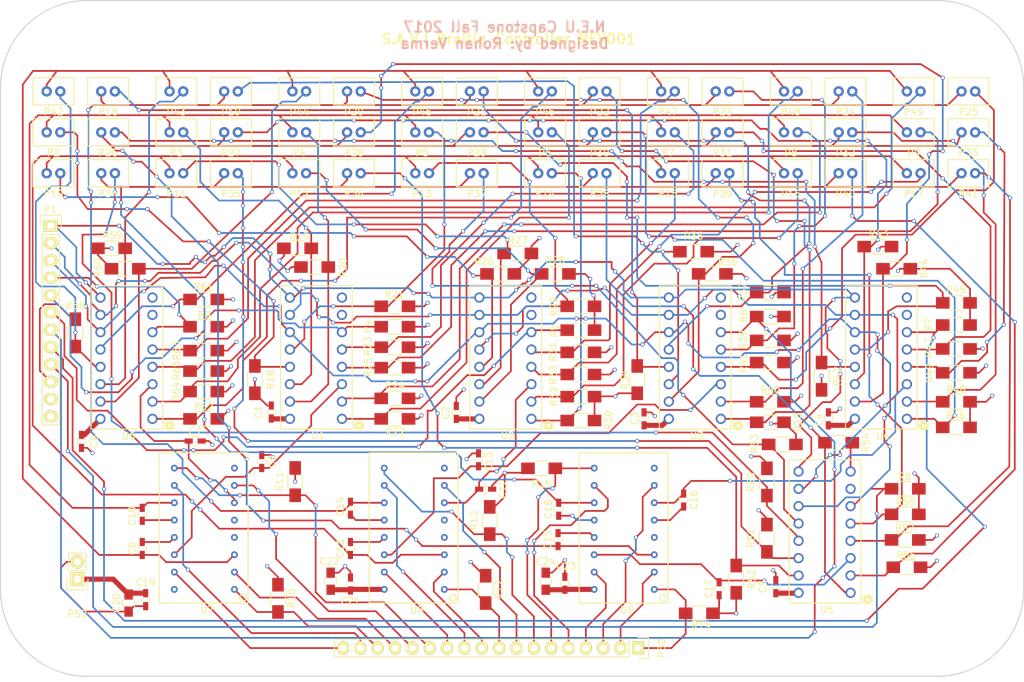
<source format=kicad_pcb>
(kicad_pcb (version 4) (host pcbnew 4.0.4-stable)
  (layers (0 F.Cu signal) (1 In1.Cu power) (2 In2.Cu power) (31 B.Cu signal) (34 B.Paste user) (35 F.Paste user) (36 B.SilkS user) (37 F.SilkS user) (38 B.Mask user) (39 F.Mask user) (44 Edge.Cuts user))
  (net 0 "")
  (net 1 Vcc)
  (net 2 GND)
  (net 3 ENABLE_M0)
  (net 4 M5_S2)
  (net 5 ENABLE_M1)
  (net 6 M5_S1)
  (net 7 ENABLE_M2)
  (net 8 M4_S2)
  (net 9 ENABLE_M3)
  (net 10 M4_S1)
  (net 11 ENABLE_M4)
  (net 12 M3_S2)
  (net 13 ENABLE_M5)
  (net 14 M3_S1)
  (net 15 CONTROL_A)
  (net 16 M2_S2)
  (net 17 CONTROL_B)
  (net 18 M2_S1)
  (net 19 CONTROL_C)
  (net 20 M1_S2)
  (net 21 M1_S1)
  (net 22 M0_S2)
  (net 23 M0_S1)
  (net 24 /Demux1ToMotor1/M1_V+)
  (net 25 /Demux1ToMotor1/C0_M1_V-)
  (net 26 /Demux1ToMotor1/C1_M1_V-)
  (net 27 /Demux1ToMotor1/C2_M1_V-)
  (net 28 /Demux1ToMotor1/C3_M1_V-)
  (net 29 /Demux1ToMotor1/C4_M1_V-)
  (net 30 /Demux1ToMotor1/C5_M1_V-)
  (net 31 /Demux1ToMotor1/C6_M1_V-)
  (net 32 /Demux1ToMotor1/C7_M1_V-)
  (net 33 /Demux2ToMotor2/M2_V+)
  (net 34 /Demux2ToMotor2/C0_M2_V-)
  (net 35 /Demux2ToMotor2/C1_M2_V-)
  (net 36 /Demux2ToMotor2/C2_M2_V-)
  (net 37 /Demux2ToMotor2/C3_M2_V-)
  (net 38 /Demux2ToMotor2/C4_M2_V-)
  (net 39 /Demux2ToMotor2/C5_M2_V-)
  (net 40 /Demux2ToMotor2/C6_M2_V-)
  (net 41 /Demux2ToMotor2/C7_M2_V-)
  (net 42 /Demux3ToMotor3/M3_V+)
  (net 43 /Demux3ToMotor3/C0_M3_V-)
  (net 44 /Demux3ToMotor3/C1_M3_V-)
  (net 45 /Demux3ToMotor3/C2_M3_V-)
  (net 46 /Demux3ToMotor3/C3_M3_V-)
  (net 47 /Demux3ToMotor3/C4_M3_V-)
  (net 48 /Demux3ToMotor3/C5_M3_V-)
  (net 49 /Demux3ToMotor3/C6_M3_V-)
  (net 50 /Demux3ToMotor3/C7_M3_V-)
  (net 51 /Demux4ToMotor4/M4_V+)
  (net 52 /Demux4ToMotor4/C0_M4_V-)
  (net 53 /Demux4ToMotor4/C1_M4_V-)
  (net 54 /Demux4ToMotor4/C2_M4_V-)
  (net 55 /Demux4ToMotor4/C3_M4_V-)
  (net 56 /Demux4ToMotor4/C4_M4_V-)
  (net 57 /Demux4ToMotor4/C5_M4_V-)
  (net 58 /Demux4ToMotor4/C6_M4_V-)
  (net 59 /Demux4ToMotor4/C7_M4_V-)
  (net 60 /Demux5ToMotor5/M5_V+)
  (net 61 /Demux5ToMotor5/C0_M5_V-)
  (net 62 /Demux5ToMotor5/C1_M5_V-)
  (net 63 /Demux5ToMotor5/C2_M5_V-)
  (net 64 /Demux5ToMotor5/C3_M5_V-)
  (net 65 /Demux5ToMotor5/C4_M5_V-)
  (net 66 /Demux5ToMotor5/C5_M5_V-)
  (net 67 /Demux5ToMotor5/C6_M5_V-)
  (net 68 /Demux5ToMotor5/C7_M5_V-)
  (net 69 /Demux0ToMotor0/M0_V+)
  (net 70 /Demux0ToMotor0/C0_M0_V-)
  (net 71 /Demux0ToMotor0/C1_M0_V-)
  (net 72 /Demux0ToMotor0/C2_M0_V-)
  (net 73 /Demux0ToMotor0/C3_M0_V-)
  (net 74 /Demux0ToMotor0/C4_M0_V-)
  (net 75 /Demux0ToMotor0/C5_M0_V-)
  (net 76 /Demux0ToMotor0/C6_M0_V-)
  (net 77 /Demux0ToMotor0/C7_M0_V-)
  (net 78 /Demux1ToMotor1/M1_V-)
  (net 79 "Net-(U1-Pad7)")
  (net 80 /Demux2ToMotor2/M2_V-)
  (net 81 "Net-(U2-Pad7)")
  (net 82 /Demux3ToMotor3/M3_V-)
  (net 83 "Net-(U3-Pad7)")
  (net 84 /Demux4ToMotor4/M4_V-)
  (net 85 "Net-(U4-Pad7)")
  (net 86 /Demux5ToMotor5/M5_V-)
  (net 87 "Net-(U5-Pad7)")
  (net 88 /Demux0ToMotor0/M0_V-)
  (net 89 "Net-(U6-Pad7)")
  (net 90 ENABLE_H0)
  (net 91 ENABLE_H1)
  (net 92 ENABLE_H2)
  (net 93 ENABLE_H3)
  (net 94 ENABLE_H4)
  (net 95 ENABLE_H5)
  (module CustomParts:16PDIP_Socket (layer F.Cu) (at 128.75 104.5 90)
    (fp_text reference U1 (at -2.5 -3.5 180) (layer F.SilkS))
    (fp_text value MAX4617 hide)
    (pad 1 thru_hole circle (at 0 0 90) (size 1.5 1.5) (drill 1) (layers *.Cu *.Mask) (net 29 /Demux1ToMotor1/C4_M1_V-))
    (pad 2 thru_hole circle (at 2.54 0 90) (size 1.5 1.5) (drill 1) (layers *.Cu *.Mask) (net 31 /Demux1ToMotor1/C6_M1_V-))
    (pad 3 thru_hole circle (at 5.08 0 90) (size 1.5 1.5) (drill 1) (layers *.Cu *.Mask) (net 78 /Demux1ToMotor1/M1_V-))
    (pad 4 thru_hole circle (at 7.62 0 90) (size 1.5 1.5) (drill 1) (layers *.Cu *.Mask) (net 32 /Demux1ToMotor1/C7_M1_V-))
    (pad 5 thru_hole circle (at 10.16 0 90) (size 1.5 1.5) (drill 1) (layers *.Cu *.Mask) (net 30 /Demux1ToMotor1/C5_M1_V-))
    (pad 6 thru_hole circle (at 12.7 0 90) (size 1.5 1.5) (drill 1) (layers *.Cu *.Mask) (net 5 ENABLE_M1))
    (pad 7 thru_hole circle (at 15.24 0 90) (size 1.5 1.5) (drill 1) (layers *.Cu *.Mask) (net 79 "Net-(U1-Pad7)"))
    (pad 8 thru_hole circle (at 17.78 0 90) (size 1.5 1.5) (drill 1) (layers *.Cu *.Mask) (net 2 GND))
    (pad 9 thru_hole circle (at 17.78 -7.62 90) (size 1.5 1.5) (drill 1) (layers *.Cu *.Mask) (net 19 CONTROL_C))
    (pad 10 thru_hole circle (at 15.24 -7.62 90) (size 1.5 1.5) (drill 1) (layers *.Cu *.Mask) (net 17 CONTROL_B))
    (pad 11 thru_hole circle (at 12.7 -7.62 90) (size 1.5 1.5) (drill 1) (layers *.Cu *.Mask) (net 15 CONTROL_A))
    (pad 12 thru_hole circle (at 10.16 -7.62 90) (size 1.5 1.5) (drill 1) (layers *.Cu *.Mask) (net 28 /Demux1ToMotor1/C3_M1_V-))
    (pad 13 thru_hole circle (at 7.62 -7.62 90) (size 1.5 1.5) (drill 1) (layers *.Cu *.Mask) (net 25 /Demux1ToMotor1/C0_M1_V-))
    (pad 14 thru_hole circle (at 5.08 -7.62 90) (size 1.5 1.5) (drill 1) (layers *.Cu *.Mask) (net 26 /Demux1ToMotor1/C1_M1_V-))
    (pad 15 thru_hole circle (at 2.54 -7.62 90) (size 1.5 1.5) (drill 1) (layers *.Cu *.Mask) (net 27 /Demux1ToMotor1/C2_M1_V-))
    (pad 16 thru_hole circle (at 0 -7.62 90) (size 1.5 1.5) (drill 1) (layers *.Cu *.Mask) (net 1 Vcc))
  )
  (module Capacitors_SMD:C_0603_HandSoldering (layer F.Cu) (at 118.4 103.5 90)
    (fp_text reference C1 (at 0 -1.9 90) (layer F.SilkS))
    (fp_text value 0.1uF)
    (pad 1 smd rect (at -0.95 0 90) (size 1.2 0.75) (layers F.Cu F.Paste F.Mask) (net 1 Vcc))
    (pad 2 smd rect (at 0.95 0 90) (size 1.2 0.75) (layers F.Cu F.Paste F.Mask) (net 2 GND))
  )
  (module Capacitors_SMD:C_0603_HandSoldering (layer F.Cu) (at 145.5 103.56 90)
    (fp_text reference C2 (at -0.09 -1.5 90) (layer F.SilkS))
    (fp_text value 0.1uF)
    (pad 1 smd rect (at -0.95 0 90) (size 1.2 0.75) (layers F.Cu F.Paste F.Mask) (net 1 Vcc))
    (pad 2 smd rect (at 0.95 0 90) (size 1.2 0.75) (layers F.Cu F.Paste F.Mask) (net 2 GND))
  )
  (module Capacitors_SMD:C_0603_HandSoldering (layer F.Cu) (at 173 104.5 90)
    (fp_text reference C3 (at 0.075 -1.4 90) (layer F.SilkS))
    (fp_text value 0.1uF)
    (pad 1 smd rect (at -0.95 0 90) (size 1.2 0.75) (layers F.Cu F.Paste F.Mask) (net 1 Vcc))
    (pad 2 smd rect (at 0.95 0 90) (size 1.2 0.75) (layers F.Cu F.Paste F.Mask) (net 2 GND))
  )
  (module Capacitors_SMD:C_0603_HandSoldering (layer F.Cu) (at 200 104.5 90)
    (fp_text reference C4 (at -0.15 -1.35 90) (layer F.SilkS))
    (fp_text value 0.1uF)
    (pad 1 smd rect (at -0.95 0 90) (size 1.2 0.75) (layers F.Cu F.Paste F.Mask) (net 1 Vcc))
    (pad 2 smd rect (at 0.95 0 90) (size 1.2 0.75) (layers F.Cu F.Paste F.Mask) (net 2 GND))
  )
  (module Capacitors_SMD:C_0603_HandSoldering (layer F.Cu) (at 192.3 129.1 90)
    (fp_text reference C5 (at 0 -1.9 90) (layer F.SilkS))
    (fp_text value 0.1uF)
    (pad 1 smd rect (at -0.95 0 90) (size 1.2 0.75) (layers F.Cu F.Paste F.Mask) (net 1 Vcc))
    (pad 2 smd rect (at 0.95 0 90) (size 1.2 0.75) (layers F.Cu F.Paste F.Mask) (net 2 GND))
  )
  (module Capacitors_SMD:C_0603_HandSoldering (layer F.Cu) (at 99.5 123.5 90)
    (fp_text reference C6 (at 0 -1.5 90) (layer F.SilkS))
    (fp_text value 1uF)
    (pad 1 smd rect (at -0.95 0 90) (size 1.2 0.75) (layers F.Cu F.Paste F.Mask) (net 69 /Demux0ToMotor0/M0_V+))
    (pad 2 smd rect (at 0.95 0 90) (size 1.2 0.75) (layers F.Cu F.Paste F.Mask) (net 2 GND))
  )
  (module Capacitors_SMD:C_0603_HandSoldering (layer F.Cu) (at 107.25 107.75)
    (fp_text reference C7 (at 0 -1.35) (layer F.SilkS))
    (fp_text value 1uF)
    (pad 1 smd rect (at -0.95 0) (size 1.2 0.75) (layers F.Cu F.Paste F.Mask) (net 88 /Demux0ToMotor0/M0_V-))
    (pad 2 smd rect (at 0.95 0) (size 1.2 0.75) (layers F.Cu F.Paste F.Mask) (net 2 GND))
  )
  (module Capacitors_SMD:C_0603_HandSoldering (layer F.Cu) (at 90.6 107.8 270)
    (fp_text reference C8 (at 0 -1.9 270) (layer F.SilkS))
    (fp_text value 0.1uF)
    (pad 1 smd rect (at -0.95 0 270) (size 1.2 0.75) (layers F.Cu F.Paste F.Mask) (net 1 Vcc))
    (pad 2 smd rect (at 0.95 0 270) (size 1.2 0.75) (layers F.Cu F.Paste F.Mask) (net 2 GND))
  )
  (module Capacitors_SMD:C_0603_HandSoldering (layer F.Cu) (at 117 110.75 90)
    (fp_text reference C9 (at 0 1.5 90) (layer F.SilkS))
    (fp_text value 1uF)
    (pad 1 smd rect (at -0.95 0 90) (size 1.2 0.75) (layers F.Cu F.Paste F.Mask) (net 78 /Demux1ToMotor1/M1_V-))
    (pad 2 smd rect (at 0.95 0 90) (size 1.2 0.75) (layers F.Cu F.Paste F.Mask) (net 2 GND))
  )
  (module Capacitors_SMD:C_0603_HandSoldering (layer F.Cu) (at 99.5 118.5 270)
    (fp_text reference C10 (at 0.25 1.5 270) (layer F.SilkS))
    (fp_text value 1uF)
    (pad 1 smd rect (at -0.95 0 270) (size 1.2 0.75) (layers F.Cu F.Paste F.Mask) (net 24 /Demux1ToMotor1/M1_V+))
    (pad 2 smd rect (at 0.95 0 270) (size 1.2 0.75) (layers F.Cu F.Paste F.Mask) (net 2 GND))
  )
  (module Capacitors_SMD:C_0603_HandSoldering (layer F.Cu) (at 130 123.5 90)
    (fp_text reference C11 (at 0 -1.5 90) (layer F.SilkS))
    (fp_text value 1uF)
    (pad 1 smd rect (at -0.95 0 90) (size 1.2 0.75) (layers F.Cu F.Paste F.Mask) (net 33 /Demux2ToMotor2/M2_V+))
    (pad 2 smd rect (at 0.95 0 90) (size 1.2 0.75) (layers F.Cu F.Paste F.Mask) (net 2 GND))
  )
  (module Capacitors_SMD:C_0603_HandSoldering (layer F.Cu) (at 149.8 114.8)
    (fp_text reference C12 (at 2.5 0 90) (layer F.SilkS))
    (fp_text value 1uF)
    (pad 1 smd rect (at -0.95 0) (size 1.2 0.75) (layers F.Cu F.Paste F.Mask) (net 80 /Demux2ToMotor2/M2_V-))
    (pad 2 smd rect (at 0.95 0) (size 1.2 0.75) (layers F.Cu F.Paste F.Mask) (net 2 GND))
  )
  (module Capacitors_SMD:C_0603_HandSoldering (layer F.Cu) (at 148.75 110.5 90)
    (fp_text reference C13 (at -0.25 1.5 90) (layer F.SilkS))
    (fp_text value 1uF)
    (pad 1 smd rect (at -0.95 0 90) (size 1.2 0.75) (layers F.Cu F.Paste F.Mask) (net 82 /Demux3ToMotor3/M3_V-))
    (pad 2 smd rect (at 0.95 0 90) (size 1.2 0.75) (layers F.Cu F.Paste F.Mask) (net 2 GND))
  )
  (module Capacitors_SMD:C_0603_HandSoldering (layer F.Cu) (at 130 117.6 270)
    (fp_text reference C14 (at -0.25 1.5 270) (layer F.SilkS))
    (fp_text value 1uF)
    (pad 1 smd rect (at -0.95 0 270) (size 1.2 0.75) (layers F.Cu F.Paste F.Mask) (net 42 /Demux3ToMotor3/M3_V+))
    (pad 2 smd rect (at 0.95 0 270) (size 1.2 0.75) (layers F.Cu F.Paste F.Mask) (net 2 GND))
  )
  (module Capacitors_SMD:C_0603_HandSoldering (layer F.Cu) (at 160.4 122.2 90)
    (fp_text reference C15 (at 0 -1.5 90) (layer F.SilkS))
    (fp_text value 1uF)
    (pad 1 smd rect (at -0.95 0 90) (size 1.2 0.75) (layers F.Cu F.Paste F.Mask) (net 51 /Demux4ToMotor4/M4_V+))
    (pad 2 smd rect (at 0.95 0 90) (size 1.2 0.75) (layers F.Cu F.Paste F.Mask) (net 2 GND))
  )
  (module Capacitors_SMD:C_0603_HandSoldering (layer F.Cu) (at 178.8 116.4 270)
    (fp_text reference C16 (at 0 -1.5 270) (layer F.SilkS))
    (fp_text value 1uF)
    (pad 1 smd rect (at -0.95 0 270) (size 1.2 0.75) (layers F.Cu F.Paste F.Mask) (net 84 /Demux4ToMotor4/M4_V-))
    (pad 2 smd rect (at 0.95 0 270) (size 1.2 0.75) (layers F.Cu F.Paste F.Mask) (net 2 GND))
  )
  (module Capacitors_SMD:C_0603_HandSoldering (layer F.Cu) (at 184 129.4 270)
    (fp_text reference C17 (at 0 1.5 270) (layer F.SilkS))
    (fp_text value 1uF)
    (pad 1 smd rect (at -0.95 0 270) (size 1.2 0.75) (layers F.Cu F.Paste F.Mask) (net 86 /Demux5ToMotor5/M5_V-))
    (pad 2 smd rect (at 0.95 0 270) (size 1.2 0.75) (layers F.Cu F.Paste F.Mask) (net 2 GND))
  )
  (module Capacitors_SMD:C_0603_HandSoldering (layer F.Cu) (at 160.5 117.75 270)
    (fp_text reference C18 (at 0 1.5 270) (layer F.SilkS))
    (fp_text value 1uF)
    (pad 1 smd rect (at -0.95 0 270) (size 1.2 0.75) (layers F.Cu F.Paste F.Mask) (net 60 /Demux5ToMotor5/M5_V+))
    (pad 2 smd rect (at 0.95 0 270) (size 1.2 0.75) (layers F.Cu F.Paste F.Mask) (net 2 GND))
  )
  (module Capacitors_SMD:C_0603_HandSoldering (layer F.Cu) (at 100 131 270)
    (fp_text reference C19 (at -2.5 0 360) (layer F.SilkS))
    (fp_text value 0.1uF)
    (pad 1 smd rect (at -0.95 0 270) (size 1.2 0.75) (layers F.Cu F.Paste F.Mask) (net 1 Vcc))
    (pad 2 smd rect (at 0.95 0 270) (size 1.2 0.75) (layers F.Cu F.Paste F.Mask) (net 2 GND))
  )
  (module Capacitors_SMD:C_0805_HandSoldering (layer F.Cu) (at 97.5 131.5 270)
    (fp_text reference C20 (at 0 1.75 270) (layer F.SilkS))
    (fp_text value 10uF)
    (pad 1 smd rect (at -1.25 0 270) (size 1.5 1.25) (layers F.Cu F.Paste F.Mask) (net 1 Vcc))
    (pad 2 smd rect (at 1.25 0 270) (size 1.5 1.25) (layers F.Cu F.Paste F.Mask) (net 2 GND))
  )
  (module Capacitors_SMD:C_0603_HandSoldering (layer F.Cu) (at 130 128.7 90)
    (fp_text reference C21 (at -2.5 0 180) (layer F.SilkS))
    (fp_text value 0.1uf)
    (pad 1 smd rect (at -0.95 0 90) (size 1.2 0.75) (layers F.Cu F.Paste F.Mask) (net 1 Vcc))
    (pad 2 smd rect (at 0.95 0 90) (size 1.2 0.75) (layers F.Cu F.Paste F.Mask) (net 2 GND))
  )
  (module Capacitors_SMD:C_0805_HandSoldering (layer F.Cu) (at 127.1 128.3 90)
    (fp_text reference C22 (at 2.9 -0.2 180) (layer F.SilkS))
    (fp_text value 10uF)
    (pad 1 smd rect (at -1.25 0 90) (size 1.5 1.25) (layers F.Cu F.Paste F.Mask) (net 1 Vcc))
    (pad 2 smd rect (at 1.25 0 90) (size 1.5 1.25) (layers F.Cu F.Paste F.Mask) (net 2 GND))
  )
  (module Capacitors_SMD:C_0603_HandSoldering (layer F.Cu) (at 161.4 128.6 90)
    (fp_text reference C23 (at 2.5 0.2 180) (layer F.SilkS))
    (fp_text value 0.1uF)
    (pad 1 smd rect (at -0.95 0 90) (size 1.2 0.75) (layers F.Cu F.Paste F.Mask) (net 1 Vcc))
    (pad 2 smd rect (at 0.95 0 90) (size 1.2 0.75) (layers F.Cu F.Paste F.Mask) (net 2 GND))
  )
  (module Capacitors_SMD:C_0805_HandSoldering (layer F.Cu) (at 158.6 128.3 90)
    (fp_text reference C24 (at 2.9 0 180) (layer F.SilkS))
    (fp_text value 10uF)
    (pad 1 smd rect (at -1.25 0 90) (size 1.5 1.25) (layers F.Cu F.Paste F.Mask) (net 1 Vcc))
    (pad 2 smd rect (at 1.25 0 90) (size 1.5 1.25) (layers F.Cu F.Paste F.Mask) (net 2 GND))
  )
  (module CustomParts:JST_PH (layer F.Cu) (at 85.5 62.5)
    (fp_text reference P2 (at 1 3) (layer F.SilkS))
    (fp_text value C0_M1 hide)
    (pad 1 thru_hole circle (at 0 0) (size 1.524 1.524) (drill 0.8) (layers *.Cu *.Mask) (net 24 /Demux1ToMotor1/M1_V+))
    (pad 2 thru_hole circle (at 2 0) (size 1.524 1.524) (drill 0.8) (layers *.Cu *.Mask) (net 25 /Demux1ToMotor1/C0_M1_V-))
  )
  (module CustomParts:JST_PH (layer F.Cu) (at 103.5 62.5)
    (fp_text reference P3 (at 1 3) (layer F.SilkS))
    (fp_text value C1_M1 hide)
    (pad 1 thru_hole circle (at 0 0) (size 1.524 1.524) (drill 0.8) (layers *.Cu *.Mask) (net 24 /Demux1ToMotor1/M1_V+))
    (pad 2 thru_hole circle (at 2 0) (size 1.524 1.524) (drill 0.8) (layers *.Cu *.Mask) (net 26 /Demux1ToMotor1/C1_M1_V-))
  )
  (module CustomParts:JST_PH (layer F.Cu) (at 121.5 62.5)
    (fp_text reference P4 (at 1 3) (layer F.SilkS))
    (fp_text value C2_M1 hide)
    (pad 1 thru_hole circle (at 0 0) (size 1.524 1.524) (drill 0.8) (layers *.Cu *.Mask) (net 24 /Demux1ToMotor1/M1_V+))
    (pad 2 thru_hole circle (at 2 0) (size 1.524 1.524) (drill 0.8) (layers *.Cu *.Mask) (net 27 /Demux1ToMotor1/C2_M1_V-))
  )
  (module CustomParts:JST_PH (layer F.Cu) (at 139.5 62.5)
    (fp_text reference P5 (at 1 3) (layer F.SilkS))
    (fp_text value C3_M1 hide)
    (pad 1 thru_hole circle (at 0 0) (size 1.524 1.524) (drill 0.8) (layers *.Cu *.Mask) (net 24 /Demux1ToMotor1/M1_V+))
    (pad 2 thru_hole circle (at 2 0) (size 1.524 1.524) (drill 0.8) (layers *.Cu *.Mask) (net 28 /Demux1ToMotor1/C3_M1_V-))
  )
  (module CustomParts:JST_PH (layer F.Cu) (at 157.5 62.5)
    (fp_text reference P6 (at 1 3) (layer F.SilkS))
    (fp_text value C4_M1 hide)
    (pad 1 thru_hole circle (at 0 0) (size 1.524 1.524) (drill 0.8) (layers *.Cu *.Mask) (net 24 /Demux1ToMotor1/M1_V+))
    (pad 2 thru_hole circle (at 2 0) (size 1.524 1.524) (drill 0.8) (layers *.Cu *.Mask) (net 29 /Demux1ToMotor1/C4_M1_V-))
  )
  (module CustomParts:JST_PH (layer F.Cu) (at 175.5 62.5)
    (fp_text reference P7 (at 1 3) (layer F.SilkS))
    (fp_text value C5_M1 hide)
    (pad 1 thru_hole circle (at 0 0) (size 1.524 1.524) (drill 0.8) (layers *.Cu *.Mask) (net 24 /Demux1ToMotor1/M1_V+))
    (pad 2 thru_hole circle (at 2 0) (size 1.524 1.524) (drill 0.8) (layers *.Cu *.Mask) (net 30 /Demux1ToMotor1/C5_M1_V-))
  )
  (module CustomParts:JST_PH (layer F.Cu) (at 193.5 62.5)
    (fp_text reference P8 (at 1 3) (layer F.SilkS))
    (fp_text value C6_M1 hide)
    (pad 1 thru_hole circle (at 0 0) (size 1.524 1.524) (drill 0.8) (layers *.Cu *.Mask) (net 24 /Demux1ToMotor1/M1_V+))
    (pad 2 thru_hole circle (at 2 0) (size 1.524 1.524) (drill 0.8) (layers *.Cu *.Mask) (net 31 /Demux1ToMotor1/C6_M1_V-))
  )
  (module CustomParts:JST_PH (layer F.Cu) (at 211.5 62.5)
    (fp_text reference P9 (at 1 3) (layer F.SilkS))
    (fp_text value C7_M1 hide)
    (pad 1 thru_hole circle (at 0 0) (size 1.524 1.524) (drill 0.8) (layers *.Cu *.Mask) (net 24 /Demux1ToMotor1/M1_V+))
    (pad 2 thru_hole circle (at 2 0) (size 1.524 1.524) (drill 0.8) (layers *.Cu *.Mask) (net 32 /Demux1ToMotor1/C7_M1_V-))
  )
  (module CustomParts:JST_PH (layer F.Cu) (at 85.5 68.5)
    (fp_text reference P10 (at 1 3) (layer F.SilkS))
    (fp_text value C0_M2 hide)
    (pad 1 thru_hole circle (at 0 0) (size 1.524 1.524) (drill 0.8) (layers *.Cu *.Mask) (net 33 /Demux2ToMotor2/M2_V+))
    (pad 2 thru_hole circle (at 2 0) (size 1.524 1.524) (drill 0.8) (layers *.Cu *.Mask) (net 34 /Demux2ToMotor2/C0_M2_V-))
  )
  (module CustomParts:JST_PH (layer F.Cu) (at 103.5 68.5)
    (fp_text reference P11 (at 1 3) (layer F.SilkS))
    (fp_text value C1_M2 hide)
    (pad 1 thru_hole circle (at 0 0) (size 1.524 1.524) (drill 0.8) (layers *.Cu *.Mask) (net 33 /Demux2ToMotor2/M2_V+))
    (pad 2 thru_hole circle (at 2 0) (size 1.524 1.524) (drill 0.8) (layers *.Cu *.Mask) (net 35 /Demux2ToMotor2/C1_M2_V-))
  )
  (module CustomParts:JST_PH (layer F.Cu) (at 121.5 68.5)
    (fp_text reference P12 (at 1 3) (layer F.SilkS))
    (fp_text value C2_M2 hide)
    (pad 1 thru_hole circle (at 0 0) (size 1.524 1.524) (drill 0.8) (layers *.Cu *.Mask) (net 33 /Demux2ToMotor2/M2_V+))
    (pad 2 thru_hole circle (at 2 0) (size 1.524 1.524) (drill 0.8) (layers *.Cu *.Mask) (net 36 /Demux2ToMotor2/C2_M2_V-))
  )
  (module CustomParts:JST_PH (layer F.Cu) (at 139.5 68.5)
    (fp_text reference P13 (at 1 3) (layer F.SilkS))
    (fp_text value C3_M2 hide)
    (pad 1 thru_hole circle (at 0 0) (size 1.524 1.524) (drill 0.8) (layers *.Cu *.Mask) (net 33 /Demux2ToMotor2/M2_V+))
    (pad 2 thru_hole circle (at 2 0) (size 1.524 1.524) (drill 0.8) (layers *.Cu *.Mask) (net 37 /Demux2ToMotor2/C3_M2_V-))
  )
  (module CustomParts:JST_PH (layer F.Cu) (at 157.5 68.5)
    (fp_text reference P14 (at 1 3) (layer F.SilkS))
    (fp_text value C4_M2 hide)
    (pad 1 thru_hole circle (at 0 0) (size 1.524 1.524) (drill 0.8) (layers *.Cu *.Mask) (net 33 /Demux2ToMotor2/M2_V+))
    (pad 2 thru_hole circle (at 2 0) (size 1.524 1.524) (drill 0.8) (layers *.Cu *.Mask) (net 38 /Demux2ToMotor2/C4_M2_V-))
  )
  (module CustomParts:JST_PH (layer F.Cu) (at 175.5 68.5)
    (fp_text reference P15 (at 1 3) (layer F.SilkS))
    (fp_text value C5_M2 hide)
    (pad 1 thru_hole circle (at 0 0) (size 1.524 1.524) (drill 0.8) (layers *.Cu *.Mask) (net 33 /Demux2ToMotor2/M2_V+))
    (pad 2 thru_hole circle (at 2 0) (size 1.524 1.524) (drill 0.8) (layers *.Cu *.Mask) (net 39 /Demux2ToMotor2/C5_M2_V-))
  )
  (module CustomParts:JST_PH (layer F.Cu) (at 193.5 68.5)
    (fp_text reference P16 (at 1 3) (layer F.SilkS))
    (fp_text value C6_M2 hide)
    (pad 1 thru_hole circle (at 0 0) (size 1.524 1.524) (drill 0.8) (layers *.Cu *.Mask) (net 33 /Demux2ToMotor2/M2_V+))
    (pad 2 thru_hole circle (at 2 0) (size 1.524 1.524) (drill 0.8) (layers *.Cu *.Mask) (net 40 /Demux2ToMotor2/C6_M2_V-))
  )
  (module CustomParts:JST_PH (layer F.Cu) (at 211.5 68.5)
    (fp_text reference P17 (at 1 3) (layer F.SilkS))
    (fp_text value C7_M2 hide)
    (pad 1 thru_hole circle (at 0 0) (size 1.524 1.524) (drill 0.8) (layers *.Cu *.Mask) (net 33 /Demux2ToMotor2/M2_V+))
    (pad 2 thru_hole circle (at 2 0) (size 1.524 1.524) (drill 0.8) (layers *.Cu *.Mask) (net 41 /Demux2ToMotor2/C7_M2_V-))
  )
  (module CustomParts:JST_PH (layer F.Cu) (at 93.5 56.5)
    (fp_text reference P18 (at 1 3) (layer F.SilkS))
    (fp_text value C0_M3 hide)
    (pad 1 thru_hole circle (at 0 0) (size 1.524 1.524) (drill 0.8) (layers *.Cu *.Mask) (net 42 /Demux3ToMotor3/M3_V+))
    (pad 2 thru_hole circle (at 2 0) (size 1.524 1.524) (drill 0.8) (layers *.Cu *.Mask) (net 43 /Demux3ToMotor3/C0_M3_V-))
  )
  (module CustomParts:JST_PH (layer F.Cu) (at 111.5 56.5)
    (fp_text reference P19 (at 1 3) (layer F.SilkS))
    (fp_text value C1_M3 hide)
    (pad 1 thru_hole circle (at 0 0) (size 1.524 1.524) (drill 0.8) (layers *.Cu *.Mask) (net 42 /Demux3ToMotor3/M3_V+))
    (pad 2 thru_hole circle (at 2 0) (size 1.524 1.524) (drill 0.8) (layers *.Cu *.Mask) (net 44 /Demux3ToMotor3/C1_M3_V-))
  )
  (module CustomParts:JST_PH (layer F.Cu) (at 129.5 56.5)
    (fp_text reference P20 (at 1 3) (layer F.SilkS))
    (fp_text value C2_M3 hide)
    (pad 1 thru_hole circle (at 0 0) (size 1.524 1.524) (drill 0.8) (layers *.Cu *.Mask) (net 42 /Demux3ToMotor3/M3_V+))
    (pad 2 thru_hole circle (at 2 0) (size 1.524 1.524) (drill 0.8) (layers *.Cu *.Mask) (net 45 /Demux3ToMotor3/C2_M3_V-))
  )
  (module CustomParts:JST_PH (layer F.Cu) (at 147.5 56.5)
    (fp_text reference P21 (at 1 3) (layer F.SilkS))
    (fp_text value C3_M3 hide)
    (pad 1 thru_hole circle (at 0 0) (size 1.524 1.524) (drill 0.8) (layers *.Cu *.Mask) (net 42 /Demux3ToMotor3/M3_V+))
    (pad 2 thru_hole circle (at 2 0) (size 1.524 1.524) (drill 0.8) (layers *.Cu *.Mask) (net 46 /Demux3ToMotor3/C3_M3_V-))
  )
  (module CustomParts:JST_PH (layer F.Cu) (at 165.5 56.5)
    (fp_text reference P22 (at 1 3) (layer F.SilkS))
    (fp_text value C4_M3 hide)
    (pad 1 thru_hole circle (at 0 0) (size 1.524 1.524) (drill 0.8) (layers *.Cu *.Mask) (net 42 /Demux3ToMotor3/M3_V+))
    (pad 2 thru_hole circle (at 2 0) (size 1.524 1.524) (drill 0.8) (layers *.Cu *.Mask) (net 47 /Demux3ToMotor3/C4_M3_V-))
  )
  (module CustomParts:JST_PH (layer F.Cu) (at 183.5 56.5)
    (fp_text reference P23 (at 1 3) (layer F.SilkS))
    (fp_text value C5_M3 hide)
    (pad 1 thru_hole circle (at 0 0) (size 1.524 1.524) (drill 0.8) (layers *.Cu *.Mask) (net 42 /Demux3ToMotor3/M3_V+))
    (pad 2 thru_hole circle (at 2 0) (size 1.524 1.524) (drill 0.8) (layers *.Cu *.Mask) (net 48 /Demux3ToMotor3/C5_M3_V-))
  )
  (module CustomParts:JST_PH (layer F.Cu) (at 201.5 56.5)
    (fp_text reference P24 (at 1 3) (layer F.SilkS))
    (fp_text value C6_M3 hide)
    (pad 1 thru_hole circle (at 0 0) (size 1.524 1.524) (drill 0.8) (layers *.Cu *.Mask) (net 42 /Demux3ToMotor3/M3_V+))
    (pad 2 thru_hole circle (at 2 0) (size 1.524 1.524) (drill 0.8) (layers *.Cu *.Mask) (net 49 /Demux3ToMotor3/C6_M3_V-))
  )
  (module CustomParts:JST_PH (layer F.Cu) (at 219.5 56.5)
    (fp_text reference P25 (at 1 3) (layer F.SilkS))
    (fp_text value C7_M3 hide)
    (pad 1 thru_hole circle (at 0 0) (size 1.524 1.524) (drill 0.8) (layers *.Cu *.Mask) (net 42 /Demux3ToMotor3/M3_V+))
    (pad 2 thru_hole circle (at 2 0) (size 1.524 1.524) (drill 0.8) (layers *.Cu *.Mask) (net 50 /Demux3ToMotor3/C7_M3_V-))
  )
  (module CustomParts:JST_PH (layer F.Cu) (at 93.5 62.5)
    (fp_text reference P26 (at 1 3) (layer F.SilkS))
    (fp_text value C0_M4 hide)
    (pad 1 thru_hole circle (at 0 0) (size 1.524 1.524) (drill 0.8) (layers *.Cu *.Mask) (net 51 /Demux4ToMotor4/M4_V+))
    (pad 2 thru_hole circle (at 2 0) (size 1.524 1.524) (drill 0.8) (layers *.Cu *.Mask) (net 52 /Demux4ToMotor4/C0_M4_V-))
  )
  (module CustomParts:JST_PH (layer F.Cu) (at 111.5 62.5)
    (fp_text reference P27 (at 1 3) (layer F.SilkS))
    (fp_text value C1_M4 hide)
    (pad 1 thru_hole circle (at 0 0) (size 1.524 1.524) (drill 0.8) (layers *.Cu *.Mask) (net 51 /Demux4ToMotor4/M4_V+))
    (pad 2 thru_hole circle (at 2 0) (size 1.524 1.524) (drill 0.8) (layers *.Cu *.Mask) (net 53 /Demux4ToMotor4/C1_M4_V-))
  )
  (module CustomParts:JST_PH (layer F.Cu) (at 129.5 62.5)
    (fp_text reference P28 (at 1 3) (layer F.SilkS))
    (fp_text value C2_M4 hide)
    (pad 1 thru_hole circle (at 0 0) (size 1.524 1.524) (drill 0.8) (layers *.Cu *.Mask) (net 51 /Demux4ToMotor4/M4_V+))
    (pad 2 thru_hole circle (at 2 0) (size 1.524 1.524) (drill 0.8) (layers *.Cu *.Mask) (net 54 /Demux4ToMotor4/C2_M4_V-))
  )
  (module CustomParts:JST_PH (layer F.Cu) (at 147.5 62.5)
    (fp_text reference P29 (at 1 3) (layer F.SilkS))
    (fp_text value C3_M4 hide)
    (pad 1 thru_hole circle (at 0 0) (size 1.524 1.524) (drill 0.8) (layers *.Cu *.Mask) (net 51 /Demux4ToMotor4/M4_V+))
    (pad 2 thru_hole circle (at 2 0) (size 1.524 1.524) (drill 0.8) (layers *.Cu *.Mask) (net 55 /Demux4ToMotor4/C3_M4_V-))
  )
  (module CustomParts:JST_PH (layer F.Cu) (at 165.5 62.5)
    (fp_text reference P30 (at 1 3) (layer F.SilkS))
    (fp_text value C4_M4 hide)
    (pad 1 thru_hole circle (at 0 0) (size 1.524 1.524) (drill 0.8) (layers *.Cu *.Mask) (net 51 /Demux4ToMotor4/M4_V+))
    (pad 2 thru_hole circle (at 2 0) (size 1.524 1.524) (drill 0.8) (layers *.Cu *.Mask) (net 56 /Demux4ToMotor4/C4_M4_V-))
  )
  (module CustomParts:JST_PH (layer F.Cu) (at 183.5 62.5)
    (fp_text reference P31 (at 1 3) (layer F.SilkS))
    (fp_text value C5_M4 hide)
    (pad 1 thru_hole circle (at 0 0) (size 1.524 1.524) (drill 0.8) (layers *.Cu *.Mask) (net 51 /Demux4ToMotor4/M4_V+))
    (pad 2 thru_hole circle (at 2 0) (size 1.524 1.524) (drill 0.8) (layers *.Cu *.Mask) (net 57 /Demux4ToMotor4/C5_M4_V-))
  )
  (module CustomParts:JST_PH (layer F.Cu) (at 201.5 62.5)
    (fp_text reference P32 (at 1 3) (layer F.SilkS))
    (fp_text value C6_M4 hide)
    (pad 1 thru_hole circle (at 0 0) (size 1.524 1.524) (drill 0.8) (layers *.Cu *.Mask) (net 51 /Demux4ToMotor4/M4_V+))
    (pad 2 thru_hole circle (at 2 0) (size 1.524 1.524) (drill 0.8) (layers *.Cu *.Mask) (net 58 /Demux4ToMotor4/C6_M4_V-))
  )
  (module CustomParts:JST_PH (layer F.Cu) (at 219.5 62.5)
    (fp_text reference P33 (at 1 3) (layer F.SilkS))
    (fp_text value C7_M4 hide)
    (pad 1 thru_hole circle (at 0 0) (size 1.524 1.524) (drill 0.8) (layers *.Cu *.Mask) (net 51 /Demux4ToMotor4/M4_V+))
    (pad 2 thru_hole circle (at 2 0) (size 1.524 1.524) (drill 0.8) (layers *.Cu *.Mask) (net 59 /Demux4ToMotor4/C7_M4_V-))
  )
  (module CustomParts:JST_PH (layer F.Cu) (at 93.5 68.5)
    (fp_text reference P34 (at 1 3) (layer F.SilkS))
    (fp_text value C0_M5 hide)
    (pad 1 thru_hole circle (at 0 0) (size 1.524 1.524) (drill 0.8) (layers *.Cu *.Mask) (net 60 /Demux5ToMotor5/M5_V+))
    (pad 2 thru_hole circle (at 2 0) (size 1.524 1.524) (drill 0.8) (layers *.Cu *.Mask) (net 61 /Demux5ToMotor5/C0_M5_V-))
  )
  (module CustomParts:JST_PH (layer F.Cu) (at 111.5 68.5)
    (fp_text reference P35 (at 1 3) (layer F.SilkS))
    (fp_text value C1_M5 hide)
    (pad 1 thru_hole circle (at 0 0) (size 1.524 1.524) (drill 0.8) (layers *.Cu *.Mask) (net 60 /Demux5ToMotor5/M5_V+))
    (pad 2 thru_hole circle (at 2 0) (size 1.524 1.524) (drill 0.8) (layers *.Cu *.Mask) (net 62 /Demux5ToMotor5/C1_M5_V-))
  )
  (module CustomParts:JST_PH (layer F.Cu) (at 129.5 68.5)
    (fp_text reference P36 (at 1 3) (layer F.SilkS))
    (fp_text value C2_M5 hide)
    (pad 1 thru_hole circle (at 0 0) (size 1.524 1.524) (drill 0.8) (layers *.Cu *.Mask) (net 60 /Demux5ToMotor5/M5_V+))
    (pad 2 thru_hole circle (at 2 0) (size 1.524 1.524) (drill 0.8) (layers *.Cu *.Mask) (net 63 /Demux5ToMotor5/C2_M5_V-))
  )
  (module CustomParts:JST_PH (layer F.Cu) (at 147.5 68.5)
    (fp_text reference P37 (at 1 3) (layer F.SilkS))
    (fp_text value C3_M5 hide)
    (pad 1 thru_hole circle (at 0 0) (size 1.524 1.524) (drill 0.8) (layers *.Cu *.Mask) (net 60 /Demux5ToMotor5/M5_V+))
    (pad 2 thru_hole circle (at 2 0) (size 1.524 1.524) (drill 0.8) (layers *.Cu *.Mask) (net 64 /Demux5ToMotor5/C3_M5_V-))
  )
  (module CustomParts:JST_PH (layer F.Cu) (at 165.5 68.5)
    (fp_text reference P38 (at 1 3) (layer F.SilkS))
    (fp_text value C4_M5 hide)
    (pad 1 thru_hole circle (at 0 0) (size 1.524 1.524) (drill 0.8) (layers *.Cu *.Mask) (net 60 /Demux5ToMotor5/M5_V+))
    (pad 2 thru_hole circle (at 2 0) (size 1.524 1.524) (drill 0.8) (layers *.Cu *.Mask) (net 65 /Demux5ToMotor5/C4_M5_V-))
  )
  (module CustomParts:JST_PH (layer F.Cu) (at 183.5 68.5)
    (fp_text reference P39 (at 1 3) (layer F.SilkS))
    (fp_text value C5_M5 hide)
    (pad 1 thru_hole circle (at 0 0) (size 1.524 1.524) (drill 0.8) (layers *.Cu *.Mask) (net 60 /Demux5ToMotor5/M5_V+))
    (pad 2 thru_hole circle (at 2 0) (size 1.524 1.524) (drill 0.8) (layers *.Cu *.Mask) (net 66 /Demux5ToMotor5/C5_M5_V-))
  )
  (module CustomParts:JST_PH (layer F.Cu) (at 201.5 68.5)
    (fp_text reference P40 (at 1 3) (layer F.SilkS))
    (fp_text value C6_M5 hide)
    (pad 1 thru_hole circle (at 0 0) (size 1.524 1.524) (drill 0.8) (layers *.Cu *.Mask) (net 60 /Demux5ToMotor5/M5_V+))
    (pad 2 thru_hole circle (at 2 0) (size 1.524 1.524) (drill 0.8) (layers *.Cu *.Mask) (net 67 /Demux5ToMotor5/C6_M5_V-))
  )
  (module CustomParts:JST_PH (layer F.Cu) (at 219.5 68.5)
    (fp_text reference P41 (at 1 3) (layer F.SilkS))
    (fp_text value C7_M5 hide)
    (pad 1 thru_hole circle (at 0 0) (size 1.524 1.524) (drill 0.8) (layers *.Cu *.Mask) (net 60 /Demux5ToMotor5/M5_V+))
    (pad 2 thru_hole circle (at 2 0) (size 1.524 1.524) (drill 0.8) (layers *.Cu *.Mask) (net 68 /Demux5ToMotor5/C7_M5_V-))
  )
  (module CustomParts:JST_PH (layer F.Cu) (at 85.5 56.5)
    (fp_text reference P42 (at 1 3) (layer F.SilkS))
    (fp_text value C0_M0 hide)
    (pad 1 thru_hole circle (at 0 0) (size 1.524 1.524) (drill 0.8) (layers *.Cu *.Mask) (net 69 /Demux0ToMotor0/M0_V+))
    (pad 2 thru_hole circle (at 2 0) (size 1.524 1.524) (drill 0.8) (layers *.Cu *.Mask) (net 70 /Demux0ToMotor0/C0_M0_V-))
  )
  (module CustomParts:JST_PH (layer F.Cu) (at 103.5 56.5)
    (fp_text reference P43 (at 1 3) (layer F.SilkS))
    (fp_text value C1_M0 hide)
    (pad 1 thru_hole circle (at 0 0) (size 1.524 1.524) (drill 0.8) (layers *.Cu *.Mask) (net 69 /Demux0ToMotor0/M0_V+))
    (pad 2 thru_hole circle (at 2 0) (size 1.524 1.524) (drill 0.8) (layers *.Cu *.Mask) (net 71 /Demux0ToMotor0/C1_M0_V-))
  )
  (module CustomParts:JST_PH (layer F.Cu) (at 121.5 56.5)
    (fp_text reference P44 (at 1 3) (layer F.SilkS))
    (fp_text value C2_M0 hide)
    (pad 1 thru_hole circle (at 0 0) (size 1.524 1.524) (drill 0.8) (layers *.Cu *.Mask) (net 69 /Demux0ToMotor0/M0_V+))
    (pad 2 thru_hole circle (at 2 0) (size 1.524 1.524) (drill 0.8) (layers *.Cu *.Mask) (net 72 /Demux0ToMotor0/C2_M0_V-))
  )
  (module CustomParts:JST_PH (layer F.Cu) (at 139.5 56.5)
    (fp_text reference P45 (at 1 3) (layer F.SilkS))
    (fp_text value C3_M0 hide)
    (pad 1 thru_hole circle (at 0 0) (size 1.524 1.524) (drill 0.8) (layers *.Cu *.Mask) (net 69 /Demux0ToMotor0/M0_V+))
    (pad 2 thru_hole circle (at 2 0) (size 1.524 1.524) (drill 0.8) (layers *.Cu *.Mask) (net 73 /Demux0ToMotor0/C3_M0_V-))
  )
  (module CustomParts:JST_PH (layer F.Cu) (at 157.5 56.5)
    (fp_text reference P46 (at 1 3) (layer F.SilkS))
    (fp_text value C4_M0 hide)
    (pad 1 thru_hole circle (at 0 0) (size 1.524 1.524) (drill 0.8) (layers *.Cu *.Mask) (net 69 /Demux0ToMotor0/M0_V+))
    (pad 2 thru_hole circle (at 2 0) (size 1.524 1.524) (drill 0.8) (layers *.Cu *.Mask) (net 74 /Demux0ToMotor0/C4_M0_V-))
  )
  (module CustomParts:JST_PH (layer F.Cu) (at 175.5 56.5)
    (fp_text reference P47 (at 1 3) (layer F.SilkS))
    (fp_text value C5_M0 hide)
    (pad 1 thru_hole circle (at 0 0) (size 1.524 1.524) (drill 0.8) (layers *.Cu *.Mask) (net 69 /Demux0ToMotor0/M0_V+))
    (pad 2 thru_hole circle (at 2 0) (size 1.524 1.524) (drill 0.8) (layers *.Cu *.Mask) (net 75 /Demux0ToMotor0/C5_M0_V-))
  )
  (module CustomParts:JST_PH (layer F.Cu) (at 193.5 56.5)
    (fp_text reference P48 (at 1 3) (layer F.SilkS))
    (fp_text value C6_M0 hide)
    (pad 1 thru_hole circle (at 0 0) (size 1.524 1.524) (drill 0.8) (layers *.Cu *.Mask) (net 69 /Demux0ToMotor0/M0_V+))
    (pad 2 thru_hole circle (at 2 0) (size 1.524 1.524) (drill 0.8) (layers *.Cu *.Mask) (net 76 /Demux0ToMotor0/C6_M0_V-))
  )
  (module CustomParts:JST_PH (layer F.Cu) (at 211.5 56.5)
    (fp_text reference P49 (at 1 3) (layer F.SilkS))
    (fp_text value C7_M0 hide)
    (pad 1 thru_hole circle (at 0 0) (size 1.524 1.524) (drill 0.8) (layers *.Cu *.Mask) (net 69 /Demux0ToMotor0/M0_V+))
    (pad 2 thru_hole circle (at 2 0) (size 1.524 1.524) (drill 0.8) (layers *.Cu *.Mask) (net 77 /Demux0ToMotor0/C7_M0_V-))
  )
  (module Pin_Headers:Pin_Header_Straight_1x02 (layer F.Cu) (at 90 128 180)
    (fp_text reference P52 (at 0 -5.1 180) (layer F.SilkS))
    (fp_text value CONN_01X02)
    (pad 1 thru_hole rect (at 0 0 180) (size 2.032 2.032) (drill 1.016) (layers *.Cu *.Mask F.SilkS) (net 1 Vcc))
    (pad 2 thru_hole oval (at 0 2.54 180) (size 2.032 2.032) (drill 1.016) (layers *.Cu *.Mask F.SilkS) (net 2 GND))
  )
  (module Resistors_SMD:R_1206_HandSoldering (layer F.Cu) (at 136.5 91)
    (fp_text reference R4 (at -3.95 -0.025 90) (layer F.SilkS))
    (fp_text value 4.7k)
    (pad 1 smd rect (at -2 0) (size 2 1.7) (layers F.Cu F.Paste F.Mask) (net 5 ENABLE_M1))
    (pad 2 smd rect (at 2 0) (size 2 1.7) (layers F.Cu F.Paste F.Mask) (net 2 GND))
  )
  (module Resistors_SMD:R_1206_HandSoldering (layer F.Cu) (at 163.75 91.5)
    (fp_text reference R5 (at -3.925 0.125 90) (layer F.SilkS))
    (fp_text value 4.7k)
    (pad 1 smd rect (at -2 0) (size 2 1.7) (layers F.Cu F.Paste F.Mask) (net 7 ENABLE_M2))
    (pad 2 smd rect (at 2 0) (size 2 1.7) (layers F.Cu F.Paste F.Mask) (net 2 GND))
  )
  (module Resistors_SMD:R_1206_HandSoldering (layer F.Cu) (at 191.5 89.5)
    (fp_text reference R6 (at -3.925 -0.075 90) (layer F.SilkS))
    (fp_text value 4.7k)
    (pad 1 smd rect (at -2 0) (size 2 1.7) (layers F.Cu F.Paste F.Mask) (net 9 ENABLE_M3))
    (pad 2 smd rect (at 2 0) (size 2 1.7) (layers F.Cu F.Paste F.Mask) (net 2 GND))
  )
  (module Resistors_SMD:R_1206_HandSoldering (layer F.Cu) (at 218.75 90.75)
    (fp_text reference R7 (at -4.05 -0.05 90) (layer F.SilkS))
    (fp_text value 4.7k)
    (pad 1 smd rect (at -2 0) (size 2 1.7) (layers F.Cu F.Paste F.Mask) (net 11 ENABLE_M4))
    (pad 2 smd rect (at 2 0) (size 2 1.7) (layers F.Cu F.Paste F.Mask) (net 2 GND))
  )
  (module Resistors_SMD:R_1206_HandSoldering (layer F.Cu) (at 211.25 114.75)
    (fp_text reference R8 (at -0.05 -1.75) (layer F.SilkS))
    (fp_text value 4.7k)
    (pad 1 smd rect (at -2 0) (size 2 1.7) (layers F.Cu F.Paste F.Mask) (net 13 ENABLE_M5))
    (pad 2 smd rect (at 2 0) (size 2 1.7) (layers F.Cu F.Paste F.Mask) (net 2 GND))
  )
  (module Resistors_SMD:R_1206_HandSoldering (layer F.Cu) (at 108.5 91)
    (fp_text reference R9 (at 0.1 -1.75) (layer F.SilkS))
    (fp_text value 4.7k)
    (pad 1 smd rect (at -2 0) (size 2 1.7) (layers F.Cu F.Paste F.Mask) (net 3 ENABLE_M0))
    (pad 2 smd rect (at 2 0) (size 2 1.7) (layers F.Cu F.Paste F.Mask) (net 2 GND))
  )
  (module Resistors_SMD:R_1206_HandSoldering (layer F.Cu) (at 119.38 130.81 90)
    (fp_text reference R10 (at 0 2 90) (layer F.SilkS))
    (fp_text value 4.7k)
    (pad 1 smd rect (at -2 0 90) (size 2 1.7) (layers F.Cu F.Paste F.Mask) (net 90 ENABLE_H0))
    (pad 2 smd rect (at 2 0 90) (size 2 1.7) (layers F.Cu F.Paste F.Mask) (net 2 GND))
  )
  (module Resistors_SMD:R_1206_HandSoldering (layer F.Cu) (at 121.9 113.7 90)
    (fp_text reference R11 (at 0 -2.3 90) (layer F.SilkS))
    (fp_text value 4.7k)
    (pad 1 smd rect (at -2 0 90) (size 2 1.7) (layers F.Cu F.Paste F.Mask) (net 91 ENABLE_H1))
    (pad 2 smd rect (at 2 0 90) (size 2 1.7) (layers F.Cu F.Paste F.Mask) (net 2 GND))
  )
  (module Resistors_SMD:R_1206_HandSoldering (layer F.Cu) (at 149.8 129.5 90)
    (fp_text reference R12 (at 0 2 90) (layer F.SilkS))
    (fp_text value 4.7k)
    (pad 1 smd rect (at -2 0 90) (size 2 1.7) (layers F.Cu F.Paste F.Mask) (net 92 ENABLE_H2))
    (pad 2 smd rect (at 2 0 90) (size 2 1.7) (layers F.Cu F.Paste F.Mask) (net 2 GND))
  )
  (module Resistors_SMD:R_1206_HandSoldering (layer F.Cu) (at 150.4 119.4 90)
    (fp_text reference R13 (at 0 -2.3 90) (layer F.SilkS))
    (fp_text value 4.7k)
    (pad 1 smd rect (at -2 0 90) (size 2 1.7) (layers F.Cu F.Paste F.Mask) (net 93 ENABLE_H3))
    (pad 2 smd rect (at 2 0 90) (size 2 1.7) (layers F.Cu F.Paste F.Mask) (net 2 GND))
  )
  (module Resistors_SMD:R_1206_HandSoldering (layer F.Cu) (at 181.1 133)
    (fp_text reference R14 (at 0.25 1.75) (layer F.SilkS))
    (fp_text value 4.7k)
    (pad 1 smd rect (at -2 0) (size 2 1.7) (layers F.Cu F.Paste F.Mask) (net 94 ENABLE_H4))
    (pad 2 smd rect (at 2 0) (size 2 1.7) (layers F.Cu F.Paste F.Mask) (net 2 GND))
  )
  (module Resistors_SMD:R_1206_HandSoldering (layer F.Cu) (at 158 111.75 180)
    (fp_text reference R15 (at 0 -2.3 180) (layer F.SilkS))
    (fp_text value 4.7k)
    (pad 1 smd rect (at -2 0 180) (size 2 1.7) (layers F.Cu F.Paste F.Mask) (net 95 ENABLE_H5))
    (pad 2 smd rect (at 2 0 180) (size 2 1.7) (layers F.Cu F.Paste F.Mask) (net 2 GND))
  )
  (module Resistors_SMD:R_1206_HandSoldering (layer F.Cu) (at 116 98.75 270)
    (fp_text reference R18 (at 0 -2.3 270) (layer F.SilkS))
    (fp_text value 10k)
    (pad 1 smd rect (at -2 0 270) (size 2 1.7) (layers F.Cu F.Paste F.Mask) (net 25 /Demux1ToMotor1/C0_M1_V-))
    (pad 2 smd rect (at 2 0 270) (size 2 1.7) (layers F.Cu F.Paste F.Mask) (net 2 GND))
  )
  (module Resistors_SMD:R_1206_HandSoldering (layer F.Cu) (at 122.25 79.5 180)
    (fp_text reference R19 (at -0.25 1.75 180) (layer F.SilkS))
    (fp_text value 10k)
    (pad 1 smd rect (at -2 0 180) (size 2 1.7) (layers F.Cu F.Paste F.Mask) (net 26 /Demux1ToMotor1/C1_M1_V-))
    (pad 2 smd rect (at 2 0 180) (size 2 1.7) (layers F.Cu F.Paste F.Mask) (net 2 GND))
  )
  (module Resistors_SMD:R_1206_HandSoldering (layer F.Cu) (at 124.75 82.25 180)
    (fp_text reference R20 (at -4.175 -0.05 270) (layer F.SilkS))
    (fp_text value 10k)
    (pad 1 smd rect (at -2 0 180) (size 2 1.7) (layers F.Cu F.Paste F.Mask) (net 27 /Demux1ToMotor1/C2_M1_V-))
    (pad 2 smd rect (at 2 0 180) (size 2 1.7) (layers F.Cu F.Paste F.Mask) (net 2 GND))
  )
  (module Resistors_SMD:R_1206_HandSoldering (layer F.Cu) (at 136.5 88)
    (fp_text reference R21 (at -0.075 -1.825) (layer F.SilkS))
    (fp_text value 10k)
    (pad 1 smd rect (at -2 0) (size 2 1.7) (layers F.Cu F.Paste F.Mask) (net 28 /Demux1ToMotor1/C3_M1_V-))
    (pad 2 smd rect (at 2 0) (size 2 1.7) (layers F.Cu F.Paste F.Mask) (net 2 GND))
  )
  (module Resistors_SMD:R_1206_HandSoldering (layer F.Cu) (at 136.5 104.5)
    (fp_text reference R22 (at 0.075 1.9) (layer F.SilkS))
    (fp_text value 10k)
    (pad 1 smd rect (at -2 0) (size 2 1.7) (layers F.Cu F.Paste F.Mask) (net 29 /Demux1ToMotor1/C4_M1_V-))
    (pad 2 smd rect (at 2 0) (size 2 1.7) (layers F.Cu F.Paste F.Mask) (net 2 GND))
  )
  (module Resistors_SMD:R_1206_HandSoldering (layer F.Cu) (at 136.5 94)
    (fp_text reference R23 (at -3.95 -0.15 90) (layer F.SilkS))
    (fp_text value 10k)
    (pad 1 smd rect (at -2 0) (size 2 1.7) (layers F.Cu F.Paste F.Mask) (net 30 /Demux1ToMotor1/C5_M1_V-))
    (pad 2 smd rect (at 2 0) (size 2 1.7) (layers F.Cu F.Paste F.Mask) (net 2 GND))
  )
  (module Resistors_SMD:R_1206_HandSoldering (layer F.Cu) (at 136.5 101.5)
    (fp_text reference R24 (at 0.025 -1.875) (layer F.SilkS))
    (fp_text value 10k)
    (pad 1 smd rect (at -2 0) (size 2 1.7) (layers F.Cu F.Paste F.Mask) (net 31 /Demux1ToMotor1/C6_M1_V-))
    (pad 2 smd rect (at 2 0) (size 2 1.7) (layers F.Cu F.Paste F.Mask) (net 2 GND))
  )
  (module Resistors_SMD:R_1206_HandSoldering (layer F.Cu) (at 136.5 97)
    (fp_text reference R25 (at -3.9 -0.05 90) (layer F.SilkS))
    (fp_text value 10k)
    (pad 1 smd rect (at -2 0) (size 2 1.7) (layers F.Cu F.Paste F.Mask) (net 32 /Demux1ToMotor1/C7_M1_V-))
    (pad 2 smd rect (at 2 0) (size 2 1.7) (layers F.Cu F.Paste F.Mask) (net 2 GND))
  )
  (module Resistors_SMD:R_1206_HandSoldering (layer F.Cu) (at 152 83.25)
    (fp_text reference R26 (at -2.425 -1.825) (layer F.SilkS))
    (fp_text value 10k)
    (pad 1 smd rect (at -2 0) (size 2 1.7) (layers F.Cu F.Paste F.Mask) (net 34 /Demux2ToMotor2/C0_M2_V-))
    (pad 2 smd rect (at 2 0) (size 2 1.7) (layers F.Cu F.Paste F.Mask) (net 2 GND))
  )
  (module Resistors_SMD:R_1206_HandSoldering (layer F.Cu) (at 154.5 80.25)
    (fp_text reference R27 (at 0.025 -1.925) (layer F.SilkS))
    (fp_text value 10k)
    (pad 1 smd rect (at -2 0) (size 2 1.7) (layers F.Cu F.Paste F.Mask) (net 35 /Demux2ToMotor2/C1_M2_V-))
    (pad 2 smd rect (at 2 0) (size 2 1.7) (layers F.Cu F.Paste F.Mask) (net 2 GND))
  )
  (module Resistors_SMD:R_1206_HandSoldering (layer F.Cu) (at 160 83.25)
    (fp_text reference R28 (at 0 -2) (layer F.SilkS))
    (fp_text value 10k)
    (pad 1 smd rect (at -2 0) (size 2 1.7) (layers F.Cu F.Paste F.Mask) (net 36 /Demux2ToMotor2/C2_M2_V-))
    (pad 2 smd rect (at 2 0) (size 2 1.7) (layers F.Cu F.Paste F.Mask) (net 2 GND))
  )
  (module Resistors_SMD:R_1206_HandSoldering (layer F.Cu) (at 163.75 88)
    (fp_text reference R29 (at -3.95 0.05 90) (layer F.SilkS))
    (fp_text value 10k)
    (pad 1 smd rect (at -2 0) (size 2 1.7) (layers F.Cu F.Paste F.Mask) (net 37 /Demux2ToMotor2/C3_M2_V-))
    (pad 2 smd rect (at 2 0) (size 2 1.7) (layers F.Cu F.Paste F.Mask) (net 2 GND))
  )
  (module Resistors_SMD:R_1206_HandSoldering (layer F.Cu) (at 163.75 104.75)
    (fp_text reference R30 (at 4.05 -0.05 90) (layer F.SilkS))
    (fp_text value 10k)
    (pad 1 smd rect (at -2 0) (size 2 1.7) (layers F.Cu F.Paste F.Mask) (net 38 /Demux2ToMotor2/C4_M2_V-))
    (pad 2 smd rect (at 2 0) (size 2 1.7) (layers F.Cu F.Paste F.Mask) (net 2 GND))
  )
  (module Resistors_SMD:R_1206_HandSoldering (layer F.Cu) (at 163.75 94.75)
    (fp_text reference R31 (at -4.075 -0.075 90) (layer F.SilkS))
    (fp_text value 10k)
    (pad 1 smd rect (at -2 0) (size 2 1.7) (layers F.Cu F.Paste F.Mask) (net 39 /Demux2ToMotor2/C5_M2_V-))
    (pad 2 smd rect (at 2 0) (size 2 1.7) (layers F.Cu F.Paste F.Mask) (net 2 GND))
  )
  (module Resistors_SMD:R_1206_HandSoldering (layer F.Cu) (at 163.75 101.25)
    (fp_text reference R32 (at -3.95 -0.025 90) (layer F.SilkS))
    (fp_text value 10k)
    (pad 1 smd rect (at -2 0) (size 2 1.7) (layers F.Cu F.Paste F.Mask) (net 40 /Demux2ToMotor2/C6_M2_V-))
    (pad 2 smd rect (at 2 0) (size 2 1.7) (layers F.Cu F.Paste F.Mask) (net 2 GND))
  )
  (module Resistors_SMD:R_1206_HandSoldering (layer F.Cu) (at 163.75 98)
    (fp_text reference R33 (at -4.025 0.075 90) (layer F.SilkS))
    (fp_text value 10k)
    (pad 1 smd rect (at -2 0) (size 2 1.7) (layers F.Cu F.Paste F.Mask) (net 41 /Demux2ToMotor2/C7_M2_V-))
    (pad 2 smd rect (at 2 0) (size 2 1.7) (layers F.Cu F.Paste F.Mask) (net 2 GND))
  )
  (module Resistors_SMD:R_1206_HandSoldering (layer F.Cu) (at 172 98.75 270)
    (fp_text reference R34 (at 0.05 1.85 270) (layer F.SilkS))
    (fp_text value 10k)
    (pad 1 smd rect (at -2 0 270) (size 2 1.7) (layers F.Cu F.Paste F.Mask) (net 43 /Demux3ToMotor3/C0_M3_V-))
    (pad 2 smd rect (at 2 0 270) (size 2 1.7) (layers F.Cu F.Paste F.Mask) (net 2 GND))
  )
  (module Resistors_SMD:R_1206_HandSoldering (layer F.Cu) (at 180.25 80)
    (fp_text reference R35 (at 0 -2.3) (layer F.SilkS))
    (fp_text value 10k)
    (pad 1 smd rect (at -2 0) (size 2 1.7) (layers F.Cu F.Paste F.Mask) (net 44 /Demux3ToMotor3/C1_M3_V-))
    (pad 2 smd rect (at 2 0) (size 2 1.7) (layers F.Cu F.Paste F.Mask) (net 2 GND))
  )
  (module Resistors_SMD:R_1206_HandSoldering (layer F.Cu) (at 183 83.25)
    (fp_text reference R36 (at 2.25 -1.75) (layer F.SilkS))
    (fp_text value 10k)
    (pad 1 smd rect (at -2 0) (size 2 1.7) (layers F.Cu F.Paste F.Mask) (net 45 /Demux3ToMotor3/C2_M3_V-))
    (pad 2 smd rect (at 2 0) (size 2 1.7) (layers F.Cu F.Paste F.Mask) (net 2 GND))
  )
  (module Resistors_SMD:R_1206_HandSoldering (layer F.Cu) (at 191.5 86)
    (fp_text reference R37 (at -4 -0.05 90) (layer F.SilkS))
    (fp_text value 10k)
    (pad 1 smd rect (at -2 0) (size 2 1.7) (layers F.Cu F.Paste F.Mask) (net 46 /Demux3ToMotor3/C3_M3_V-))
    (pad 2 smd rect (at 2 0) (size 2 1.7) (layers F.Cu F.Paste F.Mask) (net 2 GND))
  )
  (module Resistors_SMD:R_1206_HandSoldering (layer F.Cu) (at 191.5 105)
    (fp_text reference R38 (at 4.075 0 90) (layer F.SilkS))
    (fp_text value 10k)
    (pad 1 smd rect (at -2 0) (size 2 1.7) (layers F.Cu F.Paste F.Mask) (net 47 /Demux3ToMotor3/C4_M3_V-))
    (pad 2 smd rect (at 2 0) (size 2 1.7) (layers F.Cu F.Paste F.Mask) (net 2 GND))
  )
  (module Resistors_SMD:R_1206_HandSoldering (layer F.Cu) (at 191.5 93)
    (fp_text reference R39 (at -3.975 -0.075 90) (layer F.SilkS))
    (fp_text value 10k)
    (pad 1 smd rect (at -2 0) (size 2 1.7) (layers F.Cu F.Paste F.Mask) (net 48 /Demux3ToMotor3/C5_M3_V-))
    (pad 2 smd rect (at 2 0) (size 2 1.7) (layers F.Cu F.Paste F.Mask) (net 2 GND))
  )
  (module Resistors_SMD:R_1206_HandSoldering (layer F.Cu) (at 191.5 102)
    (fp_text reference R40 (at 0 -1.8) (layer F.SilkS))
    (fp_text value 10k)
    (pad 1 smd rect (at -2 0) (size 2 1.7) (layers F.Cu F.Paste F.Mask) (net 49 /Demux3ToMotor3/C6_M3_V-))
    (pad 2 smd rect (at 2 0) (size 2 1.7) (layers F.Cu F.Paste F.Mask) (net 2 GND))
  )
  (module Resistors_SMD:R_1206_HandSoldering (layer F.Cu) (at 191.5 96.25)
    (fp_text reference R41 (at -3.975 0.075 90) (layer F.SilkS))
    (fp_text value 10k)
    (pad 1 smd rect (at -2 0) (size 2 1.7) (layers F.Cu F.Paste F.Mask) (net 50 /Demux3ToMotor3/C7_M3_V-))
    (pad 2 smd rect (at 2 0) (size 2 1.7) (layers F.Cu F.Paste F.Mask) (net 2 GND))
  )
  (module Resistors_SMD:R_1206_HandSoldering (layer F.Cu) (at 199 98.25 270)
    (fp_text reference R42 (at 0 -2.3 270) (layer F.SilkS))
    (fp_text value 10k)
    (pad 1 smd rect (at -2 0 270) (size 2 1.7) (layers F.Cu F.Paste F.Mask) (net 52 /Demux4ToMotor4/C0_M4_V-))
    (pad 2 smd rect (at 2 0 270) (size 2 1.7) (layers F.Cu F.Paste F.Mask) (net 2 GND))
  )
  (module Resistors_SMD:R_1206_HandSoldering (layer F.Cu) (at 207.25 79.25)
    (fp_text reference R43 (at 0.125 -1.875) (layer F.SilkS))
    (fp_text value 10k)
    (pad 1 smd rect (at -2 0) (size 2 1.7) (layers F.Cu F.Paste F.Mask) (net 53 /Demux4ToMotor4/C1_M4_V-))
    (pad 2 smd rect (at 2 0) (size 2 1.7) (layers F.Cu F.Paste F.Mask) (net 2 GND))
  )
  (module Resistors_SMD:R_1206_HandSoldering (layer F.Cu) (at 210 82.5)
    (fp_text reference R44 (at 4.075 -0.05 270) (layer F.SilkS))
    (fp_text value 10k)
    (pad 1 smd rect (at -2 0) (size 2 1.7) (layers F.Cu F.Paste F.Mask) (net 54 /Demux4ToMotor4/C2_M4_V-))
    (pad 2 smd rect (at 2 0) (size 2 1.7) (layers F.Cu F.Paste F.Mask) (net 2 GND))
  )
  (module Resistors_SMD:R_1206_HandSoldering (layer F.Cu) (at 218.75 87.5)
    (fp_text reference R45 (at -0.05 -1.9) (layer F.SilkS))
    (fp_text value 10k)
    (pad 1 smd rect (at -2 0) (size 2 1.7) (layers F.Cu F.Paste F.Mask) (net 55 /Demux4ToMotor4/C3_M4_V-))
    (pad 2 smd rect (at 2 0) (size 2 1.7) (layers F.Cu F.Paste F.Mask) (net 2 GND))
  )
  (module Resistors_SMD:R_1206_HandSoldering (layer F.Cu) (at 218.75 105.75)
    (fp_text reference R46 (at -0.05 -1.75) (layer F.SilkS))
    (fp_text value 10k)
    (pad 1 smd rect (at -2 0) (size 2 1.7) (layers F.Cu F.Paste F.Mask) (net 56 /Demux4ToMotor4/C4_M4_V-))
    (pad 2 smd rect (at 2 0) (size 2 1.7) (layers F.Cu F.Paste F.Mask) (net 2 GND))
  )
  (module Resistors_SMD:R_1206_HandSoldering (layer F.Cu) (at 218.75 94.25)
    (fp_text reference R47 (at -4.05 -0.15 90) (layer F.SilkS))
    (fp_text value 10k)
    (pad 1 smd rect (at -2 0) (size 2 1.7) (layers F.Cu F.Paste F.Mask) (net 57 /Demux4ToMotor4/C5_M4_V-))
    (pad 2 smd rect (at 2 0) (size 2 1.7) (layers F.Cu F.Paste F.Mask) (net 2 GND))
  )
  (module Resistors_SMD:R_1206_HandSoldering (layer F.Cu) (at 218.75 102)
    (fp_text reference R48 (at -0.05 -1.8) (layer F.SilkS))
    (fp_text value 10k)
    (pad 1 smd rect (at -2 0) (size 2 1.7) (layers F.Cu F.Paste F.Mask) (net 58 /Demux4ToMotor4/C6_M4_V-))
    (pad 2 smd rect (at 2 0) (size 2 1.7) (layers F.Cu F.Paste F.Mask) (net 2 GND))
  )
  (module Resistors_SMD:R_1206_HandSoldering (layer F.Cu) (at 218.75 97.75)
    (fp_text reference R49 (at -3.95 0.05 90) (layer F.SilkS))
    (fp_text value 10k)
    (pad 1 smd rect (at -2 0) (size 2 1.7) (layers F.Cu F.Paste F.Mask) (net 59 /Demux4ToMotor4/C7_M4_V-))
    (pad 2 smd rect (at 2 0) (size 2 1.7) (layers F.Cu F.Paste F.Mask) (net 2 GND))
  )
  (module Resistors_SMD:R_1206_HandSoldering (layer F.Cu) (at 191 113.75 90)
    (fp_text reference R50 (at 0 -2.3 90) (layer F.SilkS))
    (fp_text value 10k)
    (pad 1 smd rect (at -2 0 90) (size 2 1.7) (layers F.Cu F.Paste F.Mask) (net 61 /Demux5ToMotor5/C0_M5_V-))
    (pad 2 smd rect (at 2 0 90) (size 2 1.7) (layers F.Cu F.Paste F.Mask) (net 2 GND))
  )
  (module Resistors_SMD:R_1206_HandSoldering (layer F.Cu) (at 191 122 90)
    (fp_text reference R51 (at 0 -2.3 90) (layer F.SilkS))
    (fp_text value 10k)
    (pad 1 smd rect (at -2 0 90) (size 2 1.7) (layers F.Cu F.Paste F.Mask) (net 62 /Demux5ToMotor5/C1_M5_V-))
    (pad 2 smd rect (at 2 0 90) (size 2 1.7) (layers F.Cu F.Paste F.Mask) (net 2 GND))
  )
  (module Resistors_SMD:R_1206_HandSoldering (layer F.Cu) (at 186.5 128 270)
    (fp_text reference R52 (at 0 -2.3 270) (layer F.SilkS))
    (fp_text value 10k)
    (pad 1 smd rect (at -2 0 270) (size 2 1.7) (layers F.Cu F.Paste F.Mask) (net 63 /Demux5ToMotor5/C2_M5_V-))
    (pad 2 smd rect (at 2 0 270) (size 2 1.7) (layers F.Cu F.Paste F.Mask) (net 2 GND))
  )
  (module Resistors_SMD:R_1206_HandSoldering (layer F.Cu) (at 193.25 108.25)
    (fp_text reference R53 (at -4.05 -0.125 90) (layer F.SilkS))
    (fp_text value 10k)
    (pad 1 smd rect (at -2 0) (size 2 1.7) (layers F.Cu F.Paste F.Mask) (net 64 /Demux5ToMotor5/C3_M5_V-))
    (pad 2 smd rect (at 2 0) (size 2 1.7) (layers F.Cu F.Paste F.Mask) (net 2 GND))
  )
  (module Resistors_SMD:R_1206_HandSoldering (layer F.Cu) (at 201.5 108)
    (fp_text reference R54 (at 4 0 90) (layer F.SilkS))
    (fp_text value 10k)
    (pad 1 smd rect (at -2 0) (size 2 1.7) (layers F.Cu F.Paste F.Mask) (net 65 /Demux5ToMotor5/C4_M5_V-))
    (pad 2 smd rect (at 2 0) (size 2 1.7) (layers F.Cu F.Paste F.Mask) (net 2 GND))
  )
  (module Resistors_SMD:R_1206_HandSoldering (layer F.Cu) (at 211.25 118.5)
    (fp_text reference R55 (at 0.05 -1.8) (layer F.SilkS))
    (fp_text value 10k)
    (pad 1 smd rect (at -2 0) (size 2 1.7) (layers F.Cu F.Paste F.Mask) (net 66 /Demux5ToMotor5/C5_M5_V-))
    (pad 2 smd rect (at 2 0) (size 2 1.7) (layers F.Cu F.Paste F.Mask) (net 2 GND))
  )
  (module Resistors_SMD:R_1206_HandSoldering (layer F.Cu) (at 211.5 126.25)
    (fp_text reference R56 (at -0.1 -1.75) (layer F.SilkS))
    (fp_text value 10k)
    (pad 1 smd rect (at -2 0) (size 2 1.7) (layers F.Cu F.Paste F.Mask) (net 67 /Demux5ToMotor5/C6_M5_V-))
    (pad 2 smd rect (at 2 0) (size 2 1.7) (layers F.Cu F.Paste F.Mask) (net 2 GND))
  )
  (module Resistors_SMD:R_1206_HandSoldering (layer F.Cu) (at 211.25 122.25)
    (fp_text reference R57 (at -0.05 -1.75) (layer F.SilkS))
    (fp_text value 10k)
    (pad 1 smd rect (at -2 0) (size 2 1.7) (layers F.Cu F.Paste F.Mask) (net 68 /Demux5ToMotor5/C7_M5_V-))
    (pad 2 smd rect (at 2 0) (size 2 1.7) (layers F.Cu F.Paste F.Mask) (net 2 GND))
  )
  (module Resistors_SMD:R_1206_HandSoldering (layer F.Cu) (at 89.7 91.9 90)
    (fp_text reference R58 (at 4 0 180) (layer F.SilkS))
    (fp_text value 10k)
    (pad 1 smd rect (at -2 0 90) (size 2 1.7) (layers F.Cu F.Paste F.Mask) (net 70 /Demux0ToMotor0/C0_M0_V-))
    (pad 2 smd rect (at 2 0 90) (size 2 1.7) (layers F.Cu F.Paste F.Mask) (net 2 GND))
  )
  (module Resistors_SMD:R_1206_HandSoldering (layer F.Cu) (at 95 79.5 180)
    (fp_text reference R59 (at -0.1 1.9 180) (layer F.SilkS))
    (fp_text value 10k)
    (pad 1 smd rect (at -2 0 180) (size 2 1.7) (layers F.Cu F.Paste F.Mask) (net 71 /Demux0ToMotor0/C1_M0_V-))
    (pad 2 smd rect (at 2 0 180) (size 2 1.7) (layers F.Cu F.Paste F.Mask) (net 2 GND))
  )
  (module Resistors_SMD:R_1206_HandSoldering (layer F.Cu) (at 97 82.5 180)
    (fp_text reference R60 (at 4 0.15 270) (layer F.SilkS))
    (fp_text value 10k)
    (pad 1 smd rect (at -2 0 180) (size 2 1.7) (layers F.Cu F.Paste F.Mask) (net 72 /Demux0ToMotor0/C2_M0_V-))
    (pad 2 smd rect (at 2 0 180) (size 2 1.7) (layers F.Cu F.Paste F.Mask) (net 2 GND))
  )
  (module Resistors_SMD:R_1206_HandSoldering (layer F.Cu) (at 108.5 87)
    (fp_text reference R61 (at -0.05 -1.85) (layer F.SilkS))
    (fp_text value 10k)
    (pad 1 smd rect (at -2 0) (size 2 1.7) (layers F.Cu F.Paste F.Mask) (net 73 /Demux0ToMotor0/C3_M0_V-))
    (pad 2 smd rect (at 2 0) (size 2 1.7) (layers F.Cu F.Paste F.Mask) (net 2 GND))
  )
  (module Resistors_SMD:R_1206_HandSoldering (layer F.Cu) (at 108.5 104.5)
    (fp_text reference R62 (at 0 -1.8) (layer F.SilkS))
    (fp_text value 10k)
    (pad 1 smd rect (at -2 0) (size 2 1.7) (layers F.Cu F.Paste F.Mask) (net 74 /Demux0ToMotor0/C4_M0_V-))
    (pad 2 smd rect (at 2 0) (size 2 1.7) (layers F.Cu F.Paste F.Mask) (net 2 GND))
  )
  (module Resistors_SMD:R_1206_HandSoldering (layer F.Cu) (at 108.5 94.5)
    (fp_text reference R63 (at -3.95 0 90) (layer F.SilkS))
    (fp_text value 10k)
    (pad 1 smd rect (at -2 0) (size 2 1.7) (layers F.Cu F.Paste F.Mask) (net 75 /Demux0ToMotor0/C5_M0_V-))
    (pad 2 smd rect (at 2 0) (size 2 1.7) (layers F.Cu F.Paste F.Mask) (net 2 GND))
  )
  (module Resistors_SMD:R_1206_HandSoldering (layer F.Cu) (at 108.5 100.5)
    (fp_text reference R64 (at -4.05 0 90) (layer F.SilkS))
    (fp_text value 10k)
    (pad 1 smd rect (at -2 0) (size 2 1.7) (layers F.Cu F.Paste F.Mask) (net 76 /Demux0ToMotor0/C6_M0_V-))
    (pad 2 smd rect (at 2 0) (size 2 1.7) (layers F.Cu F.Paste F.Mask) (net 2 GND))
  )
  (module Resistors_SMD:R_1206_HandSoldering (layer F.Cu) (at 108.5 97.5)
    (fp_text reference R65 (at -3.975 -0.075 90) (layer F.SilkS))
    (fp_text value 10k)
    (pad 1 smd rect (at -2 0) (size 2 1.7) (layers F.Cu F.Paste F.Mask) (net 77 /Demux0ToMotor0/C7_M0_V-))
    (pad 2 smd rect (at 2 0) (size 2 1.7) (layers F.Cu F.Paste F.Mask) (net 2 GND))
  )
  (module CustomParts:16PDIP_Socket (layer F.Cu) (at 156.5 104.5 90)
    (fp_text reference U2 (at -2.5 -3.5 180) (layer F.SilkS))
    (fp_text value MAX4617 hide)
    (pad 1 thru_hole circle (at 0 0 90) (size 1.5 1.5) (drill 1) (layers *.Cu *.Mask) (net 38 /Demux2ToMotor2/C4_M2_V-))
    (pad 2 thru_hole circle (at 2.54 0 90) (size 1.5 1.5) (drill 1) (layers *.Cu *.Mask) (net 40 /Demux2ToMotor2/C6_M2_V-))
    (pad 3 thru_hole circle (at 5.08 0 90) (size 1.5 1.5) (drill 1) (layers *.Cu *.Mask) (net 80 /Demux2ToMotor2/M2_V-))
    (pad 4 thru_hole circle (at 7.62 0 90) (size 1.5 1.5) (drill 1) (layers *.Cu *.Mask) (net 41 /Demux2ToMotor2/C7_M2_V-))
    (pad 5 thru_hole circle (at 10.16 0 90) (size 1.5 1.5) (drill 1) (layers *.Cu *.Mask) (net 39 /Demux2ToMotor2/C5_M2_V-))
    (pad 6 thru_hole circle (at 12.7 0 90) (size 1.5 1.5) (drill 1) (layers *.Cu *.Mask) (net 7 ENABLE_M2))
    (pad 7 thru_hole circle (at 15.24 0 90) (size 1.5 1.5) (drill 1) (layers *.Cu *.Mask) (net 81 "Net-(U2-Pad7)"))
    (pad 8 thru_hole circle (at 17.78 0 90) (size 1.5 1.5) (drill 1) (layers *.Cu *.Mask) (net 2 GND))
    (pad 9 thru_hole circle (at 17.78 -7.62 90) (size 1.5 1.5) (drill 1) (layers *.Cu *.Mask) (net 19 CONTROL_C))
    (pad 10 thru_hole circle (at 15.24 -7.62 90) (size 1.5 1.5) (drill 1) (layers *.Cu *.Mask) (net 17 CONTROL_B))
    (pad 11 thru_hole circle (at 12.7 -7.62 90) (size 1.5 1.5) (drill 1) (layers *.Cu *.Mask) (net 15 CONTROL_A))
    (pad 12 thru_hole circle (at 10.16 -7.62 90) (size 1.5 1.5) (drill 1) (layers *.Cu *.Mask) (net 37 /Demux2ToMotor2/C3_M2_V-))
    (pad 13 thru_hole circle (at 7.62 -7.62 90) (size 1.5 1.5) (drill 1) (layers *.Cu *.Mask) (net 34 /Demux2ToMotor2/C0_M2_V-))
    (pad 14 thru_hole circle (at 5.08 -7.62 90) (size 1.5 1.5) (drill 1) (layers *.Cu *.Mask) (net 35 /Demux2ToMotor2/C1_M2_V-))
    (pad 15 thru_hole circle (at 2.54 -7.62 90) (size 1.5 1.5) (drill 1) (layers *.Cu *.Mask) (net 36 /Demux2ToMotor2/C2_M2_V-))
    (pad 16 thru_hole circle (at 0 -7.62 90) (size 1.5 1.5) (drill 1) (layers *.Cu *.Mask) (net 1 Vcc))
  )
  (module CustomParts:16PDIP_Socket (layer F.Cu) (at 184.25 104.5 90)
    (fp_text reference U3 (at -2.5 -3.5 180) (layer F.SilkS))
    (fp_text value MAX4617 hide)
    (pad 1 thru_hole circle (at 0 0 90) (size 1.5 1.5) (drill 1) (layers *.Cu *.Mask) (net 47 /Demux3ToMotor3/C4_M3_V-))
    (pad 2 thru_hole circle (at 2.54 0 90) (size 1.5 1.5) (drill 1) (layers *.Cu *.Mask) (net 49 /Demux3ToMotor3/C6_M3_V-))
    (pad 3 thru_hole circle (at 5.08 0 90) (size 1.5 1.5) (drill 1) (layers *.Cu *.Mask) (net 82 /Demux3ToMotor3/M3_V-))
    (pad 4 thru_hole circle (at 7.62 0 90) (size 1.5 1.5) (drill 1) (layers *.Cu *.Mask) (net 50 /Demux3ToMotor3/C7_M3_V-))
    (pad 5 thru_hole circle (at 10.16 0 90) (size 1.5 1.5) (drill 1) (layers *.Cu *.Mask) (net 48 /Demux3ToMotor3/C5_M3_V-))
    (pad 6 thru_hole circle (at 12.7 0 90) (size 1.5 1.5) (drill 1) (layers *.Cu *.Mask) (net 9 ENABLE_M3))
    (pad 7 thru_hole circle (at 15.24 0 90) (size 1.5 1.5) (drill 1) (layers *.Cu *.Mask) (net 83 "Net-(U3-Pad7)"))
    (pad 8 thru_hole circle (at 17.78 0 90) (size 1.5 1.5) (drill 1) (layers *.Cu *.Mask) (net 2 GND))
    (pad 9 thru_hole circle (at 17.78 -7.62 90) (size 1.5 1.5) (drill 1) (layers *.Cu *.Mask) (net 19 CONTROL_C))
    (pad 10 thru_hole circle (at 15.24 -7.62 90) (size 1.5 1.5) (drill 1) (layers *.Cu *.Mask) (net 17 CONTROL_B))
    (pad 11 thru_hole circle (at 12.7 -7.62 90) (size 1.5 1.5) (drill 1) (layers *.Cu *.Mask) (net 15 CONTROL_A))
    (pad 12 thru_hole circle (at 10.16 -7.62 90) (size 1.5 1.5) (drill 1) (layers *.Cu *.Mask) (net 46 /Demux3ToMotor3/C3_M3_V-))
    (pad 13 thru_hole circle (at 7.62 -7.62 90) (size 1.5 1.5) (drill 1) (layers *.Cu *.Mask) (net 43 /Demux3ToMotor3/C0_M3_V-))
    (pad 14 thru_hole circle (at 5.08 -7.62 90) (size 1.5 1.5) (drill 1) (layers *.Cu *.Mask) (net 44 /Demux3ToMotor3/C1_M3_V-))
    (pad 15 thru_hole circle (at 2.54 -7.62 90) (size 1.5 1.5) (drill 1) (layers *.Cu *.Mask) (net 45 /Demux3ToMotor3/C2_M3_V-))
    (pad 16 thru_hole circle (at 0 -7.62 90) (size 1.5 1.5) (drill 1) (layers *.Cu *.Mask) (net 1 Vcc))
  )
  (module CustomParts:16PDIP_Socket (layer F.Cu) (at 211.5 104.5 90)
    (fp_text reference U4 (at -2.5 -3.5 180) (layer F.SilkS))
    (fp_text value MAX4617 hide)
    (pad 1 thru_hole circle (at 0 0 90) (size 1.5 1.5) (drill 1) (layers *.Cu *.Mask) (net 56 /Demux4ToMotor4/C4_M4_V-))
    (pad 2 thru_hole circle (at 2.54 0 90) (size 1.5 1.5) (drill 1) (layers *.Cu *.Mask) (net 58 /Demux4ToMotor4/C6_M4_V-))
    (pad 3 thru_hole circle (at 5.08 0 90) (size 1.5 1.5) (drill 1) (layers *.Cu *.Mask) (net 84 /Demux4ToMotor4/M4_V-))
    (pad 4 thru_hole circle (at 7.62 0 90) (size 1.5 1.5) (drill 1) (layers *.Cu *.Mask) (net 59 /Demux4ToMotor4/C7_M4_V-))
    (pad 5 thru_hole circle (at 10.16 0 90) (size 1.5 1.5) (drill 1) (layers *.Cu *.Mask) (net 57 /Demux4ToMotor4/C5_M4_V-))
    (pad 6 thru_hole circle (at 12.7 0 90) (size 1.5 1.5) (drill 1) (layers *.Cu *.Mask) (net 11 ENABLE_M4))
    (pad 7 thru_hole circle (at 15.24 0 90) (size 1.5 1.5) (drill 1) (layers *.Cu *.Mask) (net 85 "Net-(U4-Pad7)"))
    (pad 8 thru_hole circle (at 17.78 0 90) (size 1.5 1.5) (drill 1) (layers *.Cu *.Mask) (net 2 GND))
    (pad 9 thru_hole circle (at 17.78 -7.62 90) (size 1.5 1.5) (drill 1) (layers *.Cu *.Mask) (net 19 CONTROL_C))
    (pad 10 thru_hole circle (at 15.24 -7.62 90) (size 1.5 1.5) (drill 1) (layers *.Cu *.Mask) (net 17 CONTROL_B))
    (pad 11 thru_hole circle (at 12.7 -7.62 90) (size 1.5 1.5) (drill 1) (layers *.Cu *.Mask) (net 15 CONTROL_A))
    (pad 12 thru_hole circle (at 10.16 -7.62 90) (size 1.5 1.5) (drill 1) (layers *.Cu *.Mask) (net 55 /Demux4ToMotor4/C3_M4_V-))
    (pad 13 thru_hole circle (at 7.62 -7.62 90) (size 1.5 1.5) (drill 1) (layers *.Cu *.Mask) (net 52 /Demux4ToMotor4/C0_M4_V-))
    (pad 14 thru_hole circle (at 5.08 -7.62 90) (size 1.5 1.5) (drill 1) (layers *.Cu *.Mask) (net 53 /Demux4ToMotor4/C1_M4_V-))
    (pad 15 thru_hole circle (at 2.54 -7.62 90) (size 1.5 1.5) (drill 1) (layers *.Cu *.Mask) (net 54 /Demux4ToMotor4/C2_M4_V-))
    (pad 16 thru_hole circle (at 0 -7.62 90) (size 1.5 1.5) (drill 1) (layers *.Cu *.Mask) (net 1 Vcc))
  )
  (module CustomParts:16PDIP_Socket (layer F.Cu) (at 203.25 130 90)
    (fp_text reference U5 (at -2.5 -3.5 180) (layer F.SilkS))
    (fp_text value MAX4617 hide)
    (pad 1 thru_hole circle (at 0 0 90) (size 1.5 1.5) (drill 1) (layers *.Cu *.Mask) (net 65 /Demux5ToMotor5/C4_M5_V-))
    (pad 2 thru_hole circle (at 2.54 0 90) (size 1.5 1.5) (drill 1) (layers *.Cu *.Mask) (net 67 /Demux5ToMotor5/C6_M5_V-))
    (pad 3 thru_hole circle (at 5.08 0 90) (size 1.5 1.5) (drill 1) (layers *.Cu *.Mask) (net 86 /Demux5ToMotor5/M5_V-))
    (pad 4 thru_hole circle (at 7.62 0 90) (size 1.5 1.5) (drill 1) (layers *.Cu *.Mask) (net 68 /Demux5ToMotor5/C7_M5_V-))
    (pad 5 thru_hole circle (at 10.16 0 90) (size 1.5 1.5) (drill 1) (layers *.Cu *.Mask) (net 66 /Demux5ToMotor5/C5_M5_V-))
    (pad 6 thru_hole circle (at 12.7 0 90) (size 1.5 1.5) (drill 1) (layers *.Cu *.Mask) (net 13 ENABLE_M5))
    (pad 7 thru_hole circle (at 15.24 0 90) (size 1.5 1.5) (drill 1) (layers *.Cu *.Mask) (net 87 "Net-(U5-Pad7)"))
    (pad 8 thru_hole circle (at 17.78 0 90) (size 1.5 1.5) (drill 1) (layers *.Cu *.Mask) (net 2 GND))
    (pad 9 thru_hole circle (at 17.78 -7.62 90) (size 1.5 1.5) (drill 1) (layers *.Cu *.Mask) (net 19 CONTROL_C))
    (pad 10 thru_hole circle (at 15.24 -7.62 90) (size 1.5 1.5) (drill 1) (layers *.Cu *.Mask) (net 17 CONTROL_B))
    (pad 11 thru_hole circle (at 12.7 -7.62 90) (size 1.5 1.5) (drill 1) (layers *.Cu *.Mask) (net 15 CONTROL_A))
    (pad 12 thru_hole circle (at 10.16 -7.62 90) (size 1.5 1.5) (drill 1) (layers *.Cu *.Mask) (net 64 /Demux5ToMotor5/C3_M5_V-))
    (pad 13 thru_hole circle (at 7.62 -7.62 90) (size 1.5 1.5) (drill 1) (layers *.Cu *.Mask) (net 61 /Demux5ToMotor5/C0_M5_V-))
    (pad 14 thru_hole circle (at 5.08 -7.62 90) (size 1.5 1.5) (drill 1) (layers *.Cu *.Mask) (net 62 /Demux5ToMotor5/C1_M5_V-))
    (pad 15 thru_hole circle (at 2.54 -7.62 90) (size 1.5 1.5) (drill 1) (layers *.Cu *.Mask) (net 63 /Demux5ToMotor5/C2_M5_V-))
    (pad 16 thru_hole circle (at 0 -7.62 90) (size 1.5 1.5) (drill 1) (layers *.Cu *.Mask) (net 1 Vcc))
  )
  (module CustomParts:16PDIP_Socket (layer F.Cu) (at 101 104.5 90)
    (fp_text reference U6 (at -2.5 -3.5 180) (layer F.SilkS))
    (fp_text value MAX4617 hide)
    (pad 1 thru_hole circle (at 0 0 90) (size 1.5 1.5) (drill 1) (layers *.Cu *.Mask) (net 74 /Demux0ToMotor0/C4_M0_V-))
    (pad 2 thru_hole circle (at 2.54 0 90) (size 1.5 1.5) (drill 1) (layers *.Cu *.Mask) (net 76 /Demux0ToMotor0/C6_M0_V-))
    (pad 3 thru_hole circle (at 5.08 0 90) (size 1.5 1.5) (drill 1) (layers *.Cu *.Mask) (net 88 /Demux0ToMotor0/M0_V-))
    (pad 4 thru_hole circle (at 7.62 0 90) (size 1.5 1.5) (drill 1) (layers *.Cu *.Mask) (net 77 /Demux0ToMotor0/C7_M0_V-))
    (pad 5 thru_hole circle (at 10.16 0 90) (size 1.5 1.5) (drill 1) (layers *.Cu *.Mask) (net 75 /Demux0ToMotor0/C5_M0_V-))
    (pad 6 thru_hole circle (at 12.7 0 90) (size 1.5 1.5) (drill 1) (layers *.Cu *.Mask) (net 3 ENABLE_M0))
    (pad 7 thru_hole circle (at 15.24 0 90) (size 1.5 1.5) (drill 1) (layers *.Cu *.Mask) (net 89 "Net-(U6-Pad7)"))
    (pad 8 thru_hole circle (at 17.78 0 90) (size 1.5 1.5) (drill 1) (layers *.Cu *.Mask) (net 2 GND))
    (pad 9 thru_hole circle (at 17.78 -7.62 90) (size 1.5 1.5) (drill 1) (layers *.Cu *.Mask) (net 19 CONTROL_C))
    (pad 10 thru_hole circle (at 15.24 -7.62 90) (size 1.5 1.5) (drill 1) (layers *.Cu *.Mask) (net 17 CONTROL_B))
    (pad 11 thru_hole circle (at 12.7 -7.62 90) (size 1.5 1.5) (drill 1) (layers *.Cu *.Mask) (net 15 CONTROL_A))
    (pad 12 thru_hole circle (at 10.16 -7.62 90) (size 1.5 1.5) (drill 1) (layers *.Cu *.Mask) (net 73 /Demux0ToMotor0/C3_M0_V-))
    (pad 13 thru_hole circle (at 7.62 -7.62 90) (size 1.5 1.5) (drill 1) (layers *.Cu *.Mask) (net 70 /Demux0ToMotor0/C0_M0_V-))
    (pad 14 thru_hole circle (at 5.08 -7.62 90) (size 1.5 1.5) (drill 1) (layers *.Cu *.Mask) (net 71 /Demux0ToMotor0/C1_M0_V-))
    (pad 15 thru_hole circle (at 2.54 -7.62 90) (size 1.5 1.5) (drill 1) (layers *.Cu *.Mask) (net 72 /Demux0ToMotor0/C2_M0_V-))
    (pad 16 thru_hole circle (at 0 -7.62 90) (size 1.5 1.5) (drill 1) (layers *.Cu *.Mask) (net 1 Vcc))
  )
  (module CustomParts:L293D_PDIP16 (layer F.Cu) (at 113 129.5 90)
    (fp_text reference U7 (at -3 -4 180) (layer F.SilkS))
    (fp_text value L293D hide)
    (pad 1 thru_hole circle (at 0 0 90) (size 1 1) (drill 0.5) (layers *.Cu *.Mask) (net 90 ENABLE_H0))
    (pad 2 thru_hole circle (at 2.54 0 90) (size 1 1) (drill 0.5) (layers *.Cu *.Mask) (net 23 M0_S1))
    (pad 3 thru_hole circle (at 5.08 0 90) (size 1 1) (drill 0.5) (layers *.Cu *.Mask) (net 69 /Demux0ToMotor0/M0_V+))
    (pad 4 thru_hole circle (at 7.62 0 90) (size 1 1) (drill 0.5) (layers *.Cu *.Mask) (net 2 GND))
    (pad 5 thru_hole circle (at 10.16 0 90) (size 1 1) (drill 0.5) (layers *.Cu *.Mask) (net 2 GND))
    (pad 6 thru_hole circle (at 12.7 0 90) (size 1 1) (drill 0.5) (layers *.Cu *.Mask) (net 88 /Demux0ToMotor0/M0_V-))
    (pad 7 thru_hole circle (at 15.24 0 90) (size 1 1) (drill 0.5) (layers *.Cu *.Mask) (net 22 M0_S2))
    (pad 8 thru_hole circle (at 17.78 0 90) (size 1 1) (drill 0.5) (layers *.Cu *.Mask) (net 1 Vcc))
    (pad 9 thru_hole circle (at 17.78 -8.8 90) (size 1 1) (drill 0.5) (layers *.Cu *.Mask) (net 91 ENABLE_H1))
    (pad 10 thru_hole circle (at 15.24 -8.8 90) (size 1 1) (drill 0.5) (layers *.Cu *.Mask) (net 21 M1_S1))
    (pad 11 thru_hole circle (at 12.7 -8.8 90) (size 1 1) (drill 0.5) (layers *.Cu *.Mask) (net 24 /Demux1ToMotor1/M1_V+))
    (pad 12 thru_hole circle (at 10.16 -8.8 90) (size 1 1) (drill 0.5) (layers *.Cu *.Mask) (net 2 GND))
    (pad 13 thru_hole circle (at 7.62 -8.8 90) (size 1 1) (drill 0.5) (layers *.Cu *.Mask) (net 2 GND))
    (pad 14 thru_hole circle (at 5.08 -8.8 90) (size 1 1) (drill 0.5) (layers *.Cu *.Mask) (net 78 /Demux1ToMotor1/M1_V-))
    (pad 15 thru_hole circle (at 2.54 -8.8 90) (size 1 1) (drill 0.5) (layers *.Cu *.Mask) (net 20 M1_S2))
    (pad 16 thru_hole circle (at 0 -8.8 90) (size 1 1) (drill 0.5) (layers *.Cu *.Mask) (net 1 Vcc))
  )
  (module CustomParts:L293D_PDIP16 (layer F.Cu) (at 143.75 129.5 90)
    (fp_text reference U8 (at -3 -4 180) (layer F.SilkS))
    (fp_text value L293D hide)
    (pad 1 thru_hole circle (at 0 0 90) (size 1 1) (drill 0.5) (layers *.Cu *.Mask) (net 92 ENABLE_H2))
    (pad 2 thru_hole circle (at 2.54 0 90) (size 1 1) (drill 0.5) (layers *.Cu *.Mask) (net 18 M2_S1))
    (pad 3 thru_hole circle (at 5.08 0 90) (size 1 1) (drill 0.5) (layers *.Cu *.Mask) (net 33 /Demux2ToMotor2/M2_V+))
    (pad 4 thru_hole circle (at 7.62 0 90) (size 1 1) (drill 0.5) (layers *.Cu *.Mask) (net 2 GND))
    (pad 5 thru_hole circle (at 10.16 0 90) (size 1 1) (drill 0.5) (layers *.Cu *.Mask) (net 2 GND))
    (pad 6 thru_hole circle (at 12.7 0 90) (size 1 1) (drill 0.5) (layers *.Cu *.Mask) (net 80 /Demux2ToMotor2/M2_V-))
    (pad 7 thru_hole circle (at 15.24 0 90) (size 1 1) (drill 0.5) (layers *.Cu *.Mask) (net 16 M2_S2))
    (pad 8 thru_hole circle (at 17.78 0 90) (size 1 1) (drill 0.5) (layers *.Cu *.Mask) (net 1 Vcc))
    (pad 9 thru_hole circle (at 17.78 -8.8 90) (size 1 1) (drill 0.5) (layers *.Cu *.Mask) (net 93 ENABLE_H3))
    (pad 10 thru_hole circle (at 15.24 -8.8 90) (size 1 1) (drill 0.5) (layers *.Cu *.Mask) (net 14 M3_S1))
    (pad 11 thru_hole circle (at 12.7 -8.8 90) (size 1 1) (drill 0.5) (layers *.Cu *.Mask) (net 42 /Demux3ToMotor3/M3_V+))
    (pad 12 thru_hole circle (at 10.16 -8.8 90) (size 1 1) (drill 0.5) (layers *.Cu *.Mask) (net 2 GND))
    (pad 13 thru_hole circle (at 7.62 -8.8 90) (size 1 1) (drill 0.5) (layers *.Cu *.Mask) (net 2 GND))
    (pad 14 thru_hole circle (at 5.08 -8.8 90) (size 1 1) (drill 0.5) (layers *.Cu *.Mask) (net 82 /Demux3ToMotor3/M3_V-))
    (pad 15 thru_hole circle (at 2.54 -8.8 90) (size 1 1) (drill 0.5) (layers *.Cu *.Mask) (net 12 M3_S2))
    (pad 16 thru_hole circle (at 0 -8.8 90) (size 1 1) (drill 0.5) (layers *.Cu *.Mask) (net 1 Vcc))
  )
  (module CustomParts:L293D_PDIP16 (layer F.Cu) (at 174.5 129.5 90)
    (fp_text reference U9 (at -3 -4 180) (layer F.SilkS))
    (fp_text value L293D hide)
    (pad 1 thru_hole circle (at 0 0 90) (size 1 1) (drill 0.5) (layers *.Cu *.Mask) (net 94 ENABLE_H4))
    (pad 2 thru_hole circle (at 2.54 0 90) (size 1 1) (drill 0.5) (layers *.Cu *.Mask) (net 10 M4_S1))
    (pad 3 thru_hole circle (at 5.08 0 90) (size 1 1) (drill 0.5) (layers *.Cu *.Mask) (net 51 /Demux4ToMotor4/M4_V+))
    (pad 4 thru_hole circle (at 7.62 0 90) (size 1 1) (drill 0.5) (layers *.Cu *.Mask) (net 2 GND))
    (pad 5 thru_hole circle (at 10.16 0 90) (size 1 1) (drill 0.5) (layers *.Cu *.Mask) (net 2 GND))
    (pad 6 thru_hole circle (at 12.7 0 90) (size 1 1) (drill 0.5) (layers *.Cu *.Mask) (net 84 /Demux4ToMotor4/M4_V-))
    (pad 7 thru_hole circle (at 15.24 0 90) (size 1 1) (drill 0.5) (layers *.Cu *.Mask) (net 8 M4_S2))
    (pad 8 thru_hole circle (at 17.78 0 90) (size 1 1) (drill 0.5) (layers *.Cu *.Mask) (net 1 Vcc))
    (pad 9 thru_hole circle (at 17.78 -8.8 90) (size 1 1) (drill 0.5) (layers *.Cu *.Mask) (net 95 ENABLE_H5))
    (pad 10 thru_hole circle (at 15.24 -8.8 90) (size 1 1) (drill 0.5) (layers *.Cu *.Mask) (net 6 M5_S1))
    (pad 11 thru_hole circle (at 12.7 -8.8 90) (size 1 1) (drill 0.5) (layers *.Cu *.Mask) (net 60 /Demux5ToMotor5/M5_V+))
    (pad 12 thru_hole circle (at 10.16 -8.8 90) (size 1 1) (drill 0.5) (layers *.Cu *.Mask) (net 2 GND))
    (pad 13 thru_hole circle (at 7.62 -8.8 90) (size 1 1) (drill 0.5) (layers *.Cu *.Mask) (net 2 GND))
    (pad 14 thru_hole circle (at 5.08 -8.8 90) (size 1 1) (drill 0.5) (layers *.Cu *.Mask) (net 86 /Demux5ToMotor5/M5_V-))
    (pad 15 thru_hole circle (at 2.54 -8.8 90) (size 1 1) (drill 0.5) (layers *.Cu *.Mask) (net 4 M5_S2))
    (pad 16 thru_hole circle (at 0 -8.8 90) (size 1 1) (drill 0.5) (layers *.Cu *.Mask) (net 1 Vcc))
  )
  (module Pin_Headers:Pin_Header_Straight_1x18 (layer F.Cu) (at 172.1 138.1 270)
    (fp_text reference P50 (at 0 -3.475 270) (layer F.SilkS))
    (fp_text value CONN_01X18)
    (pad 1 thru_hole rect (at 0 0 270) (size 2.032 1.7272) (drill 1.016) (layers *.Cu *.Mask F.SilkS) (net 94 ENABLE_H4))
    (pad 2 thru_hole oval (at 0 2.54 270) (size 2.032 1.7272) (drill 1.016) (layers *.Cu *.Mask F.SilkS) (net 10 M4_S1))
    (pad 3 thru_hole oval (at 0 5.08 270) (size 2.032 1.7272) (drill 1.016) (layers *.Cu *.Mask F.SilkS) (net 8 M4_S2))
    (pad 4 thru_hole oval (at 0 7.62 270) (size 2.032 1.7272) (drill 1.016) (layers *.Cu *.Mask F.SilkS) (net 4 M5_S2))
    (pad 5 thru_hole oval (at 0 10.16 270) (size 2.032 1.7272) (drill 1.016) (layers *.Cu *.Mask F.SilkS) (net 6 M5_S1))
    (pad 6 thru_hole oval (at 0 12.7 270) (size 2.032 1.7272) (drill 1.016) (layers *.Cu *.Mask F.SilkS) (net 95 ENABLE_H5))
    (pad 7 thru_hole oval (at 0 15.24 270) (size 2.032 1.7272) (drill 1.016) (layers *.Cu *.Mask F.SilkS) (net 93 ENABLE_H3))
    (pad 8 thru_hole oval (at 0 17.78 270) (size 2.032 1.7272) (drill 1.016) (layers *.Cu *.Mask F.SilkS) (net 16 M2_S2))
    (pad 9 thru_hole oval (at 0 20.32 270) (size 2.032 1.7272) (drill 1.016) (layers *.Cu *.Mask F.SilkS) (net 92 ENABLE_H2))
    (pad 10 thru_hole oval (at 0 22.86 270) (size 2.032 1.7272) (drill 1.016) (layers *.Cu *.Mask F.SilkS) (net 18 M2_S1))
    (pad 11 thru_hole oval (at 0 25.4 270) (size 2.032 1.7272) (drill 1.016) (layers *.Cu *.Mask F.SilkS) (net 14 M3_S1))
    (pad 12 thru_hole oval (at 0 27.94 270) (size 2.032 1.7272) (drill 1.016) (layers *.Cu *.Mask F.SilkS) (net 12 M3_S2))
    (pad 13 thru_hole oval (at 0 30.48 270) (size 2.032 1.7272) (drill 1.016) (layers *.Cu *.Mask F.SilkS) (net 91 ENABLE_H1))
    (pad 14 thru_hole oval (at 0 33.02 270) (size 2.032 1.7272) (drill 1.016) (layers *.Cu *.Mask F.SilkS) (net 22 M0_S2))
    (pad 15 thru_hole oval (at 0 35.56 270) (size 2.032 1.7272) (drill 1.016) (layers *.Cu *.Mask F.SilkS) (net 23 M0_S1))
    (pad 16 thru_hole oval (at 0 38.1 270) (size 2.032 1.7272) (drill 1.016) (layers *.Cu *.Mask F.SilkS) (net 90 ENABLE_H0))
    (pad 17 thru_hole oval (at 0 40.64 270) (size 2.032 1.7272) (drill 1.016) (layers *.Cu *.Mask F.SilkS) (net 21 M1_S1))
    (pad 18 thru_hole oval (at 0 43.18 270) (size 2.032 1.7272) (drill 1.016) (layers *.Cu *.Mask F.SilkS) (net 20 M1_S2))
  )
  (module Pin_Headers:Pin_Header_Straight_1x12 (layer F.Cu) (at 86.1 76.2)
    (fp_text reference P1 (at -0.05 -2.35) (layer F.SilkS))
    (fp_text value CONN_01X12)
    (pad 1 thru_hole rect (at 0 0) (size 2.032 1.7272) (drill 1.016) (layers *.Cu *.Mask F.SilkS) (net 19 CONTROL_C))
    (pad 2 thru_hole oval (at 0 2.54) (size 2.032 1.7272) (drill 1.016) (layers *.Cu *.Mask F.SilkS) (net 17 CONTROL_B))
    (pad 3 thru_hole oval (at 0 5.08) (size 2.032 1.7272) (drill 1.016) (layers *.Cu *.Mask F.SilkS) (net 15 CONTROL_A))
    (pad 4 thru_hole oval (at 0 7.62) (size 2.032 1.7272) (drill 1.016) (layers *.Cu *.Mask F.SilkS) (net 3 ENABLE_M0))
    (pad 5 thru_hole oval (at 0 10.16) (size 2.032 1.7272) (drill 1.016) (layers *.Cu *.Mask F.SilkS) (net 5 ENABLE_M1))
    (pad 6 thru_hole oval (at 0 12.7) (size 2.032 1.7272) (drill 1.016) (layers *.Cu *.Mask F.SilkS) (net 7 ENABLE_M2))
    (pad 7 thru_hole oval (at 0 15.24) (size 2.032 1.7272) (drill 1.016) (layers *.Cu *.Mask F.SilkS) (net 9 ENABLE_M3))
    (pad 8 thru_hole oval (at 0 17.78) (size 2.032 1.7272) (drill 1.016) (layers *.Cu *.Mask F.SilkS) (net 11 ENABLE_M4))
    (pad 9 thru_hole oval (at 0 20.32) (size 2.032 1.7272) (drill 1.016) (layers *.Cu *.Mask F.SilkS) (net 13 ENABLE_M5))
    (pad 10 thru_hole oval (at 0 22.86) (size 2.032 1.7272) (drill 1.016) (layers *.Cu *.Mask F.SilkS) (net 2 GND))
    (pad 11 thru_hole oval (at 0 25.4) (size 2.032 1.7272) (drill 1.016) (layers *.Cu *.Mask F.SilkS) (net 2 GND))
    (pad 12 thru_hole oval (at 0 27.94) (size 2.032 1.7272) (drill 1.016) (layers *.Cu *.Mask F.SilkS) (net 2 GND))
  )
  (gr_text "N.E.U Capstone Fall 2017\nDesigned by: Rohan Verma" (at 152.55 48.275) (layer B.SilkS) (effects (font (size 1.5 1.5) (thickness 0.3)) (justify mirror)))
  (gr_text "S.A.V.I Braille Controller REV001\n" (at 153.15 48.825) (layer F.SilkS) (effects (font (size 1.5 1.5) (thickness 0.3))))
  (gr_arc (start 91.44 129.54) (end 91.44 142.24) (angle 90) (layer Edge.Cuts) (width 0.15))
  (gr_arc (start 215.9 129.54) (end 228.6 129.54) (angle 90) (layer Edge.Cuts) (width 0.15))
  (gr_line (start 215.9 142.24) (end 91.44 142.24) (angle 90) (layer Edge.Cuts) (width 0.15))
  (gr_arc (start 91.44 55.88) (end 78.74 55.88) (angle 90) (layer Edge.Cuts) (width 0.15))
  (gr_line (start 215.9 43.18) (end 91.44 43.18) (angle 90) (layer Edge.Cuts) (width 0.15))
  (gr_arc (start 215.9 55.88) (end 215.9 43.18) (angle 90) (layer Edge.Cuts) (width 0.15))
  (gr_line (start 228.6 129.54) (end 228.6 55.88) (angle 90) (layer Edge.Cuts) (width 0.15))
  (gr_line (start 78.74 55.88) (end 78.74 129.54) (angle 90) (layer Edge.Cuts) (width 0.15))
  (segment (start 173 105.45) (end 175.68 105.45) (width 0.75) (layer F.Cu) (net 1))
  (segment (start 175.68 105.45) (end 176.63 104.5) (width 0.75) (layer F.Cu) (net 1))
  (segment (start 200 105.45) (end 202.93 105.45) (width 0.75) (layer F.Cu) (net 1))
  (segment (start 202.93 105.45) (end 203.88 104.5) (width 0.75) (layer F.Cu) (net 1))
  (segment (start 192.3 130.05) (end 195.58 130.05) (width 0.75) (layer F.Cu) (net 1))
  (segment (start 195.58 130.05) (end 195.63 130) (width 0.75) (layer F.Cu) (net 1))
  (segment (start 90.6 106.85) (end 91.03 106.85) (width 0.75) (layer F.Cu) (net 1))
  (segment (start 91.03 106.85) (end 93.38 104.5) (width 0.75) (layer F.Cu) (net 1))
  (segment (start 158.6 129.55) (end 161.4 129.55) (width 0.75) (layer F.Cu) (net 1))
  (segment (start 165.7 129.5) (end 161.45 129.5) (width 0.75) (layer F.Cu) (net 1))
  (segment (start 161.45 129.5) (end 161.4 129.55) (width 0.75) (layer F.Cu) (net 1))
  (segment (start 145.5 104.51) (end 148.87 104.51) (width 0.75) (layer F.Cu) (net 1))
  (segment (start 148.87 104.51) (end 148.88 104.5) (width 0.75) (layer F.Cu) (net 1))
  (segment (start 134.95 129.5) (end 130.15 129.5) (width 0.75) (layer F.Cu) (net 1))
  (segment (start 130.15 129.5) (end 130 129.65) (width 0.75) (layer F.Cu) (net 1))
  (segment (start 127.1 129.55) (end 129.9 129.55) (width 0.75) (layer F.Cu) (net 1))
  (segment (start 129.9 129.55) (end 130 129.65) (width 0.75) (layer F.Cu) (net 1))
  (segment (start 121.13 104.5) (end 118.45 104.5) (width 0.75) (layer F.Cu) (net 1))
  (segment (start 118.45 104.5) (end 118.4 104.45) (width 0.75) (layer F.Cu) (net 1))
  (segment (start 100 130.05) (end 97.7 130.05) (width 0.75) (layer F.Cu) (net 1))
  (segment (start 97.7 130.05) (end 97.5 130.25) (width 0.75) (layer F.Cu) (net 1))
  (segment (start 90 128) (end 95.25 128) (width 0.75) (layer F.Cu) (net 1))
  (segment (start 95.25 128) (end 97.3 130.05) (width 0.75) (layer F.Cu) (net 1))
  (segment (start 99.8 130.25) (end 100 130.05) (width 0.25) (layer F.Cu) (net 1))
  (segment (start 156.5 80.25) (end 156.5 79.2) (width 0.25) (layer F.Cu) (net 2))
  (via (at 157.7 78) (size 0.6) (drill 0.4) (layers F.Cu B.Cu) (net 2))
  (segment (start 156.5 79.2) (end 157.7 78) (width 0.25) (layer F.Cu) (net 2))
  (segment (start 156.5 80.25) (end 156.5 80.75) (width 0.25) (layer F.Cu) (net 2))
  (segment (start 156.5 80.75) (end 154 83.25) (width 0.25) (layer F.Cu) (net 2))
  (segment (start 182.25 80) (end 185.7 80) (width 0.25) (layer F.Cu) (net 2))
  (via (at 186.7 79) (size 0.6) (drill 0.4) (layers F.Cu B.Cu) (net 2))
  (segment (start 185.7 80) (end 186.7 79) (width 0.25) (layer F.Cu) (net 2))
  (segment (start 185 83.25) (end 187.35 83.25) (width 0.25) (layer F.Cu) (net 2))
  (via (at 188 83.9) (size 0.6) (drill 0.4) (layers F.Cu B.Cu) (net 2))
  (segment (start 187.35 83.25) (end 188 83.9) (width 0.25) (layer F.Cu) (net 2))
  (segment (start 193.5 86) (end 192.3 86) (width 0.25) (layer F.Cu) (net 2))
  (via (at 191.7 86.6) (size 0.6) (drill 0.4) (layers F.Cu B.Cu) (net 2))
  (segment (start 192.3 86) (end 191.7 86.6) (width 0.25) (layer F.Cu) (net 2))
  (segment (start 193.5 89.5) (end 191.6 89.5) (width 0.25) (layer F.Cu) (net 2))
  (segment (start 191.6 89.5) (end 191.4 89.5) (width 0.25) (layer B.Cu) (net 2))
  (via (at 191.6 89.5) (size 0.6) (drill 0.4) (layers F.Cu B.Cu) (net 2))
  (segment (start 193.5 93) (end 194.5 93) (width 0.25) (layer F.Cu) (net 2))
  (segment (start 194.5 93) (end 195.5 92) (width 0.25) (layer F.Cu) (net 2))
  (via (at 195.5 92) (size 0.6) (drill 0.4) (layers F.Cu B.Cu) (net 2))
  (segment (start 193.5 96.25) (end 194.75 96.25) (width 0.25) (layer F.Cu) (net 2))
  (via (at 195.5 95.5) (size 0.6) (drill 0.4) (layers F.Cu B.Cu) (net 2))
  (segment (start 194.75 96.25) (end 195.5 95.5) (width 0.25) (layer F.Cu) (net 2))
  (segment (start 193.5 102) (end 195.1 102) (width 0.25) (layer F.Cu) (net 2))
  (via (at 196 101.1) (size 0.6) (drill 0.4) (layers F.Cu B.Cu) (net 2))
  (segment (start 195.1 102) (end 196 101.1) (width 0.25) (layer F.Cu) (net 2))
  (segment (start 195.25 108.25) (end 195.25 106.75) (width 0.25) (layer F.Cu) (net 2))
  (segment (start 195.25 106.75) (end 193.7 105.2) (width 0.25) (layer F.Cu) (net 2))
  (segment (start 193.7 105.2) (end 191.6 105.2) (width 0.25) (layer F.Cu) (net 2))
  (via (at 191.6 105.2) (size 0.6) (drill 0.4) (layers F.Cu B.Cu) (net 2))
  (segment (start 165.75 91.5) (end 165.75 88) (width 0.25) (layer F.Cu) (net 2))
  (segment (start 165.1 84) (end 165.1 85.9) (width 0.25) (layer B.Cu) (net 2))
  (segment (start 164.35 83.25) (end 165.1 84) (width 0.25) (layer F.Cu) (net 2))
  (via (at 165.1 84) (size 0.6) (drill 0.4) (layers F.Cu B.Cu) (net 2))
  (segment (start 162 83.25) (end 164.35 83.25) (width 0.25) (layer F.Cu) (net 2))
  (segment (start 165.75 86.55) (end 165.75 88) (width 0.25) (layer F.Cu) (net 2))
  (segment (start 165.6 86.4) (end 165.75 86.55) (width 0.25) (layer F.Cu) (net 2))
  (via (at 165.6 86.4) (size 0.6) (drill 0.4) (layers F.Cu B.Cu) (net 2))
  (segment (start 165.1 85.9) (end 165.6 86.4) (width 0.25) (layer B.Cu) (net 2))
  (segment (start 165.75 94.75) (end 167.45 94.75) (width 0.25) (layer F.Cu) (net 2))
  (via (at 168.2 94) (size 0.6) (drill 0.4) (layers F.Cu B.Cu) (net 2))
  (segment (start 167.45 94.75) (end 168.2 94) (width 0.25) (layer F.Cu) (net 2))
  (segment (start 165.75 98) (end 168 98) (width 0.25) (layer F.Cu) (net 2))
  (via (at 168.7 97.3) (size 0.6) (drill 0.4) (layers F.Cu B.Cu) (net 2))
  (segment (start 168 98) (end 168.7 97.3) (width 0.25) (layer F.Cu) (net 2))
  (segment (start 173 103.55) (end 174.05 103.55) (width 0.25) (layer F.Cu) (net 2))
  (via (at 174.6 104.1) (size 0.6) (drill 0.4) (layers F.Cu B.Cu) (net 2))
  (segment (start 174.05 103.55) (end 174.6 104.1) (width 0.25) (layer F.Cu) (net 2))
  (segment (start 172 100.75) (end 169.25 100.75) (width 0.25) (layer F.Cu) (net 2))
  (via (at 168.8 101.2) (size 0.6) (drill 0.4) (layers F.Cu B.Cu) (net 2))
  (segment (start 168.8 101.2) (end 165.8 101.2) (width 0.25) (layer F.Cu) (net 2))
  (segment (start 169.25 100.75) (end 168.8 101.2) (width 0.25) (layer F.Cu) (net 2))
  (segment (start 165.75 104.75) (end 165.75 101.25) (width 0.25) (layer F.Cu) (net 2))
  (segment (start 165.75 101.25) (end 165.8 101.2) (width 0.25) (layer F.Cu) (net 2))
  (segment (start 199 100.25) (end 199 98.2) (width 0.25) (layer F.Cu) (net 2))
  (via (at 199 98.2) (size 0.6) (drill 0.4) (layers F.Cu B.Cu) (net 2))
  (segment (start 200 103.55) (end 201.15 103.55) (width 0.25) (layer F.Cu) (net 2))
  (via (at 201.7 103) (size 0.6) (drill 0.4) (layers F.Cu B.Cu) (net 2))
  (segment (start 201.15 103.55) (end 201.7 103) (width 0.25) (layer F.Cu) (net 2))
  (segment (start 209.25 79.25) (end 207.75 79.25) (width 0.25) (layer F.Cu) (net 2))
  (via (at 207.3 79.7) (size 0.6) (drill 0.4) (layers F.Cu B.Cu) (net 2))
  (segment (start 207.75 79.25) (end 207.3 79.7) (width 0.25) (layer F.Cu) (net 2))
  (segment (start 212 82.5) (end 210.5 82.5) (width 0.25) (layer F.Cu) (net 2))
  (via (at 210.2 82.8) (size 0.6) (drill 0.4) (layers F.Cu B.Cu) (net 2))
  (segment (start 210.5 82.5) (end 210.2 82.8) (width 0.25) (layer F.Cu) (net 2))
  (segment (start 220.75 87.5) (end 220.75 85.45) (width 0.25) (layer F.Cu) (net 2))
  (segment (start 217.8 82.5) (end 212 82.5) (width 0.25) (layer F.Cu) (net 2))
  (segment (start 220.75 85.45) (end 217.8 82.5) (width 0.25) (layer F.Cu) (net 2))
  (segment (start 220.75 90.75) (end 220.75 87.5) (width 0.25) (layer F.Cu) (net 2))
  (segment (start 220.75 94.25) (end 222.55 94.25) (width 0.25) (layer F.Cu) (net 2))
  (via (at 222.6 94.2) (size 0.6) (drill 0.4) (layers F.Cu B.Cu) (net 2))
  (segment (start 222.55 94.25) (end 222.6 94.2) (width 0.25) (layer F.Cu) (net 2))
  (segment (start 220.75 97.75) (end 222.05 97.75) (width 0.25) (layer F.Cu) (net 2))
  (via (at 223.1 96.7) (size 0.6) (drill 0.4) (layers F.Cu B.Cu) (net 2))
  (segment (start 222.05 97.75) (end 223.1 96.7) (width 0.25) (layer F.Cu) (net 2))
  (segment (start 220.75 102) (end 223.1 102) (width 0.25) (layer F.Cu) (net 2))
  (via (at 224 101.1) (size 0.6) (drill 0.4) (layers F.Cu B.Cu) (net 2))
  (segment (start 223.1 102) (end 224 101.1) (width 0.25) (layer F.Cu) (net 2))
  (segment (start 220.75 105.75) (end 220.75 102) (width 0.25) (layer F.Cu) (net 2))
  (segment (start 213.25 114.75) (end 213.25 113.15) (width 0.25) (layer F.Cu) (net 2))
  (via (at 212.6 112.5) (size 0.6) (drill 0.4) (layers F.Cu B.Cu) (net 2))
  (segment (start 213.25 113.15) (end 212.6 112.5) (width 0.25) (layer F.Cu) (net 2))
  (segment (start 213.25 118.5) (end 213.25 114.75) (width 0.25) (layer F.Cu) (net 2))
  (segment (start 213.25 122.25) (end 215.25 122.25) (width 0.25) (layer F.Cu) (net 2))
  (via (at 215.9 121.6) (size 0.6) (drill 0.4) (layers F.Cu B.Cu) (net 2))
  (segment (start 215.25 122.25) (end 215.9 121.6) (width 0.25) (layer F.Cu) (net 2))
  (segment (start 213.5 126.25) (end 214.95 126.25) (width 0.25) (layer F.Cu) (net 2))
  (via (at 215.9 125.3) (size 0.6) (drill 0.4) (layers F.Cu B.Cu) (net 2))
  (segment (start 214.95 126.25) (end 215.9 125.3) (width 0.25) (layer F.Cu) (net 2))
  (segment (start 203.25 112.22) (end 203.25 108.25) (width 0.25) (layer F.Cu) (net 2))
  (segment (start 203.25 108.25) (end 203.5 108) (width 0.25) (layer F.Cu) (net 2))
  (segment (start 191 111.75) (end 191 111) (width 0.25) (layer F.Cu) (net 2))
  (segment (start 191 111) (end 190 110) (width 0.25) (layer F.Cu) (net 2))
  (segment (start 190 110) (end 188.7 110) (width 0.25) (layer F.Cu) (net 2))
  (via (at 188.7 110) (size 0.6) (drill 0.4) (layers F.Cu B.Cu) (net 2))
  (segment (start 191 120) (end 191 119.1) (width 0.25) (layer F.Cu) (net 2))
  (segment (start 191 119.1) (end 189.8 117.9) (width 0.25) (layer F.Cu) (net 2))
  (via (at 189.8 117.9) (size 0.6) (drill 0.4) (layers F.Cu B.Cu) (net 2))
  (segment (start 174.5 119.34) (end 176.81 119.34) (width 0.25) (layer F.Cu) (net 2))
  (segment (start 176.81 119.34) (end 178.8 117.35) (width 0.25) (layer F.Cu) (net 2))
  (segment (start 192.3 128.15) (end 192.3 127.1) (width 0.25) (layer F.Cu) (net 2))
  (via (at 191.9 126.7) (size 0.6) (drill 0.4) (layers F.Cu B.Cu) (net 2))
  (segment (start 192.3 127.1) (end 191.9 126.7) (width 0.25) (layer F.Cu) (net 2))
  (segment (start 184 130.35) (end 184 132.1) (width 0.25) (layer F.Cu) (net 2))
  (segment (start 184 132.1) (end 183.1 133) (width 0.25) (layer F.Cu) (net 2))
  (segment (start 186.5 130) (end 186.5 133) (width 0.25) (layer F.Cu) (net 2))
  (via (at 186.5 133) (size 0.6) (drill 0.4) (layers F.Cu B.Cu) (net 2))
  (segment (start 186.5 133) (end 183.1 133) (width 0.25) (layer F.Cu) (net 2))
  (segment (start 90.6 108.75) (end 91.45 108.75) (width 0.25) (layer F.Cu) (net 2))
  (via (at 92.2 109.5) (size 0.6) (drill 0.4) (layers F.Cu B.Cu) (net 2))
  (segment (start 91.45 108.75) (end 92.2 109.5) (width 0.25) (layer F.Cu) (net 2))
  (segment (start 161.4 127.65) (end 161.4 125.2) (width 0.25) (layer F.Cu) (net 2))
  (segment (start 159.55 127.05) (end 161.4 125.2) (width 0.25) (layer F.Cu) (net 2))
  (via (at 161.4 125.2) (size 0.6) (drill 0.4) (layers F.Cu B.Cu) (net 2))
  (segment (start 159.55 127.05) (end 158.6 127.05) (width 0.25) (layer F.Cu) (net 2))
  (segment (start 149.8 127.5) (end 149.6 127.5) (width 0.25) (layer F.Cu) (net 2))
  (segment (start 149.6 127.5) (end 147.6 125.5) (width 0.25) (layer F.Cu) (net 2))
  (via (at 147.6 125.5) (size 0.6) (drill 0.4) (layers F.Cu B.Cu) (net 2))
  (segment (start 160.4 121.25) (end 165.07 121.25) (width 0.25) (layer F.Cu) (net 2))
  (segment (start 165.07 121.25) (end 165.7 121.88) (width 0.25) (layer F.Cu) (net 2))
  (segment (start 160.5 118.7) (end 162.5 118.7) (width 0.25) (layer F.Cu) (net 2))
  (segment (start 163.14 119.34) (end 165.7 119.34) (width 0.25) (layer B.Cu) (net 2))
  (segment (start 162.5 118.7) (end 163.14 119.34) (width 0.25) (layer B.Cu) (net 2))
  (via (at 162.5 118.7) (size 0.6) (drill 0.4) (layers F.Cu B.Cu) (net 2))
  (segment (start 152.6 112.4) (end 152.6 115.9) (width 0.25) (layer F.Cu) (net 2))
  (via (at 152.6 112.4) (size 0.6) (drill 0.4) (layers F.Cu B.Cu) (net 2))
  (segment (start 152.6 115.9) (end 151.1 117.4) (width 0.25) (layer F.Cu) (net 2))
  (segment (start 151.1 117.4) (end 150.4 117.4) (width 0.25) (layer F.Cu) (net 2))
  (segment (start 155.35 112.4) (end 152.6 112.4) (width 0.25) (layer F.Cu) (net 2))
  (segment (start 150.75 114.25) (end 152.6 112.4) (width 0.25) (layer F.Cu) (net 2))
  (segment (start 150.75 114.25) (end 150.75 114.8) (width 0.25) (layer F.Cu) (net 2))
  (segment (start 155.35 112.4) (end 156 111.75) (width 0.25) (layer F.Cu) (net 2))
  (segment (start 148.75 109.55) (end 147.85 109.55) (width 0.25) (layer F.Cu) (net 2))
  (via (at 147 110.4) (size 0.6) (drill 0.4) (layers F.Cu B.Cu) (net 2))
  (segment (start 147.85 109.55) (end 147 110.4) (width 0.25) (layer F.Cu) (net 2))
  (segment (start 145.5 102.61) (end 145.5 101.3) (width 0.25) (layer F.Cu) (net 2))
  (via (at 146.6 100.2) (size 0.6) (drill 0.4) (layers F.Cu B.Cu) (net 2))
  (segment (start 145.5 101.3) (end 146.6 100.2) (width 0.25) (layer F.Cu) (net 2))
  (segment (start 138.5 88) (end 140.8 88) (width 0.25) (layer F.Cu) (net 2))
  (via (at 141.3 87.5) (size 0.6) (drill 0.4) (layers F.Cu B.Cu) (net 2))
  (segment (start 140.8 88) (end 141.3 87.5) (width 0.25) (layer F.Cu) (net 2))
  (segment (start 138.5 91) (end 141 91) (width 0.25) (layer F.Cu) (net 2))
  (via (at 141.3 90.7) (size 0.6) (drill 0.4) (layers F.Cu B.Cu) (net 2))
  (segment (start 141 91) (end 141.3 90.7) (width 0.25) (layer F.Cu) (net 2))
  (segment (start 138.5 94) (end 140.7 94) (width 0.25) (layer F.Cu) (net 2))
  (via (at 141.3 93.4) (size 0.6) (drill 0.4) (layers F.Cu B.Cu) (net 2))
  (segment (start 140.7 94) (end 141.3 93.4) (width 0.25) (layer F.Cu) (net 2))
  (segment (start 138.5 97) (end 140.7 97) (width 0.25) (layer F.Cu) (net 2))
  (via (at 141.3 96.4) (size 0.6) (drill 0.4) (layers F.Cu B.Cu) (net 2))
  (segment (start 140.7 97) (end 141.3 96.4) (width 0.25) (layer F.Cu) (net 2))
  (segment (start 138.5 104.5) (end 139.9 104.5) (width 0.25) (layer F.Cu) (net 2))
  (via (at 140.4 104) (size 0.6) (drill 0.4) (layers F.Cu B.Cu) (net 2))
  (segment (start 139.9 104.5) (end 140.4 104) (width 0.25) (layer F.Cu) (net 2))
  (segment (start 138.5 101.5) (end 140 101.5) (width 0.25) (layer F.Cu) (net 2))
  (via (at 140.4 101.1) (size 0.6) (drill 0.4) (layers F.Cu B.Cu) (net 2))
  (segment (start 140 101.5) (end 140.4 101.1) (width 0.25) (layer F.Cu) (net 2))
  (segment (start 134.95 119.34) (end 130.79 119.34) (width 0.25) (layer F.Cu) (net 2))
  (segment (start 130.79 119.34) (end 130 118.55) (width 0.25) (layer F.Cu) (net 2))
  (segment (start 130 122.55) (end 134.28 122.55) (width 0.25) (layer F.Cu) (net 2))
  (segment (start 134.28 122.55) (end 134.95 121.88) (width 0.25) (layer F.Cu) (net 2))
  (segment (start 130 127.75) (end 130 126.9) (width 0.25) (layer F.Cu) (net 2))
  (segment (start 128.25 127.05) (end 129.2 126.1) (width 0.25) (layer F.Cu) (net 2))
  (via (at 129.2 126.1) (size 0.6) (drill 0.4) (layers F.Cu B.Cu) (net 2))
  (segment (start 128.25 127.05) (end 127.1 127.05) (width 0.25) (layer F.Cu) (net 2))
  (segment (start 130 126.9) (end 129.2 126.1) (width 0.25) (layer F.Cu) (net 2))
  (segment (start 119.38 128.81) (end 119.38 127.68) (width 0.25) (layer F.Cu) (net 2))
  (via (at 117.8 126.1) (size 0.6) (drill 0.4) (layers F.Cu B.Cu) (net 2))
  (segment (start 119.38 127.68) (end 117.8 126.1) (width 0.25) (layer F.Cu) (net 2))
  (segment (start 121.9 111.7) (end 121.9 113.7) (width 0.25) (layer F.Cu) (net 2))
  (segment (start 121.9 113.7) (end 121.9 113.6) (width 0.25) (layer B.Cu) (net 2))
  (via (at 121.9 113.7) (size 0.6) (drill 0.4) (layers F.Cu B.Cu) (net 2))
  (segment (start 117 109.8) (end 118.3 109.8) (width 0.25) (layer F.Cu) (net 2))
  (via (at 118.6 110.1) (size 0.6) (drill 0.4) (layers F.Cu B.Cu) (net 2))
  (segment (start 118.3 109.8) (end 118.6 110.1) (width 0.25) (layer F.Cu) (net 2))
  (segment (start 116 100.75) (end 116 98.7) (width 0.25) (layer F.Cu) (net 2))
  (via (at 116 98.7) (size 0.6) (drill 0.4) (layers F.Cu B.Cu) (net 2))
  (segment (start 118.4 102.55) (end 117.8 102.55) (width 0.25) (layer F.Cu) (net 2))
  (segment (start 117.8 102.55) (end 116 100.75) (width 0.25) (layer F.Cu) (net 2))
  (segment (start 110.5 104.5) (end 110.9 104.5) (width 0.25) (layer F.Cu) (net 2))
  (segment (start 110.9 104.5) (end 112.1 103.3) (width 0.25) (layer F.Cu) (net 2))
  (via (at 112.1 103.3) (size 0.6) (drill 0.4) (layers F.Cu B.Cu) (net 2))
  (segment (start 108.2 107.75) (end 109.25 107.75) (width 0.25) (layer F.Cu) (net 2))
  (via (at 109.8 108.3) (size 0.6) (drill 0.4) (layers F.Cu B.Cu) (net 2))
  (segment (start 109.25 107.75) (end 109.8 108.3) (width 0.25) (layer F.Cu) (net 2))
  (segment (start 110.5 100.5) (end 111.8 100.5) (width 0.25) (layer F.Cu) (net 2))
  (via (at 112.7 99.6) (size 0.6) (drill 0.4) (layers F.Cu B.Cu) (net 2))
  (segment (start 111.8 100.5) (end 112.7 99.6) (width 0.25) (layer F.Cu) (net 2))
  (segment (start 110.5 97.5) (end 111.8 97.5) (width 0.25) (layer F.Cu) (net 2))
  (via (at 112.5 96.8) (size 0.6) (drill 0.4) (layers F.Cu B.Cu) (net 2))
  (segment (start 111.8 97.5) (end 112.5 96.8) (width 0.25) (layer F.Cu) (net 2))
  (segment (start 110.5 94.5) (end 112 94.5) (width 0.25) (layer F.Cu) (net 2))
  (via (at 113.3 93.2) (size 0.6) (drill 0.4) (layers F.Cu B.Cu) (net 2))
  (segment (start 112 94.5) (end 113.3 93.2) (width 0.25) (layer F.Cu) (net 2))
  (segment (start 110.5 91) (end 111.9 91) (width 0.25) (layer F.Cu) (net 2))
  (via (at 112.8 90.1) (size 0.6) (drill 0.4) (layers F.Cu B.Cu) (net 2))
  (segment (start 111.9 91) (end 112.8 90.1) (width 0.25) (layer F.Cu) (net 2))
  (segment (start 110.5 87) (end 112.8 87) (width 0.25) (layer F.Cu) (net 2))
  (via (at 112.8 87) (size 0.6) (drill 0.4) (layers F.Cu B.Cu) (net 2))
  (segment (start 122.75 82.25) (end 121.35 82.25) (width 0.25) (layer F.Cu) (net 2))
  (segment (start 120.25 80.65) (end 120.25 79.5) (width 0.25) (layer F.Cu) (net 2))
  (segment (start 119.6 81.3) (end 120.25 80.65) (width 0.25) (layer F.Cu) (net 2))
  (via (at 119.6 81.3) (size 0.6) (drill 0.4) (layers F.Cu B.Cu) (net 2))
  (segment (start 119.6 81.6) (end 119.6 81.3) (width 0.25) (layer B.Cu) (net 2))
  (segment (start 120.8 82.8) (end 119.6 81.6) (width 0.25) (layer B.Cu) (net 2))
  (via (at 120.8 82.8) (size 0.6) (drill 0.4) (layers F.Cu B.Cu) (net 2))
  (segment (start 121.35 82.25) (end 120.8 82.8) (width 0.25) (layer F.Cu) (net 2))
  (segment (start 93 79.5) (end 95 79.5) (width 0.25) (layer F.Cu) (net 2))
  (via (at 95 79.5) (size 0.6) (drill 0.4) (layers F.Cu B.Cu) (net 2))
  (segment (start 93 79.5) (end 93 80.5) (width 0.25) (layer F.Cu) (net 2))
  (segment (start 93 80.5) (end 95 82.5) (width 0.25) (layer F.Cu) (net 2))
  (segment (start 89.7 89.9) (end 89.3 89.9) (width 0.25) (layer F.Cu) (net 2))
  (segment (start 89.3 89.9) (end 87.1 87.7) (width 0.25) (layer F.Cu) (net 2))
  (segment (start 87.1 87.7) (end 85.2 87.7) (width 0.25) (layer F.Cu) (net 2))
  (segment (start 85.2 87.7) (end 84.5 88.4) (width 0.25) (layer F.Cu) (net 2))
  (segment (start 84.5 88.4) (end 84.5 97.46) (width 0.25) (layer F.Cu) (net 2))
  (segment (start 84.5 97.46) (end 86.1 99.06) (width 0.25) (layer F.Cu) (net 2))
  (segment (start 97.5 132.75) (end 91.05 132.75) (width 0.25) (layer F.Cu) (net 2))
  (segment (start 88.44 125.46) (end 87.6 126.3) (width 0.25) (layer F.Cu) (net 2))
  (segment (start 87.6 126.3) (end 87.6 129.3) (width 0.25) (layer F.Cu) (net 2))
  (segment (start 87.6 129.3) (end 91.05 132.75) (width 0.25) (layer F.Cu) (net 2))
  (segment (start 88.44 125.46) (end 90 125.46) (width 0.25) (layer F.Cu) (net 2))
  (segment (start 100 131.95) (end 98.3 131.95) (width 0.25) (layer F.Cu) (net 2))
  (segment (start 98.3 131.95) (end 97.5 132.75) (width 0.25) (layer F.Cu) (net 2))
  (segment (start 99.5 122.55) (end 103.53 122.55) (width 0.25) (layer F.Cu) (net 2))
  (segment (start 103.53 122.55) (end 104.2 121.88) (width 0.25) (layer F.Cu) (net 2))
  (segment (start 113.17 122.05) (end 113 121.88) (width 0.25) (layer F.Cu) (net 2))
  (segment (start 104.2 119.34) (end 99.61 119.34) (width 0.25) (layer F.Cu) (net 2))
  (segment (start 99.61 119.34) (end 99.5 119.45) (width 0.25) (layer F.Cu) (net 2))
  (segment (start 86.1 83.82) (end 91.62 83.82) (width 0.25) (layer F.Cu) (net 3))
  (segment (start 104.9 89.2) (end 106.5 90.8) (width 0.25) (layer F.Cu) (net 3))
  (via (at 104.9 89.2) (size 0.6) (drill 0.4) (layers F.Cu B.Cu) (net 3))
  (segment (start 104.9 87.5) (end 104.9 89.2) (width 0.25) (layer B.Cu) (net 3))
  (segment (start 102.5 85.1) (end 104.9 87.5) (width 0.25) (layer B.Cu) (net 3))
  (segment (start 92.9 85.1) (end 102.5 85.1) (width 0.25) (layer B.Cu) (net 3))
  (via (at 92.9 85.1) (size 0.6) (drill 0.4) (layers F.Cu B.Cu) (net 3))
  (segment (start 91.62 83.82) (end 92.9 85.1) (width 0.25) (layer F.Cu) (net 3))
  (segment (start 106.5 90.8) (end 106.5 91) (width 0.25) (layer F.Cu) (net 3))
  (segment (start 106.5 91) (end 101.8 91) (width 0.25) (layer F.Cu) (net 3))
  (segment (start 101.8 91) (end 101 91.8) (width 0.25) (layer F.Cu) (net 3))
  (segment (start 164.48 138.1) (end 164.48 135.12) (width 0.25) (layer F.Cu) (net 4))
  (segment (start 167.4 128.66) (end 165.7 126.96) (width 0.25) (layer F.Cu) (net 4))
  (segment (start 167.4 132.2) (end 167.4 128.66) (width 0.25) (layer F.Cu) (net 4))
  (segment (start 164.48 135.12) (end 167.4 132.2) (width 0.25) (layer F.Cu) (net 4))
  (segment (start 113.1 88.6) (end 113.65 88.6) (width 0.25) (layer F.Cu) (net 5))
  (segment (start 110.1 88.6) (end 113.1 88.6) (width 0.25) (layer F.Cu) (net 5))
  (segment (start 108.6 90.1) (end 110.1 88.6) (width 0.25) (layer F.Cu) (net 5))
  (segment (start 108.6 91.5) (end 108.6 90.1) (width 0.25) (layer F.Cu) (net 5))
  (segment (start 107.4 92.7) (end 108.6 91.5) (width 0.25) (layer F.Cu) (net 5))
  (via (at 107.4 92.7) (size 0.6) (drill 0.4) (layers F.Cu B.Cu) (net 5))
  (segment (start 105.3 92.7) (end 107.4 92.7) (width 0.25) (layer B.Cu) (net 5))
  (segment (start 102.4 95.6) (end 105.3 92.7) (width 0.25) (layer B.Cu) (net 5))
  (segment (start 100 95.6) (end 102.4 95.6) (width 0.25) (layer B.Cu) (net 5))
  (segment (start 98 97.6) (end 100 95.6) (width 0.25) (layer B.Cu) (net 5))
  (via (at 98 97.6) (size 0.6) (drill 0.4) (layers F.Cu B.Cu) (net 5))
  (segment (start 98 98.6) (end 98 97.6) (width 0.25) (layer F.Cu) (net 5))
  (segment (start 96 100.6) (end 98 98.6) (width 0.25) (layer F.Cu) (net 5))
  (segment (start 91.3 100.6) (end 96 100.6) (width 0.25) (layer F.Cu) (net 5))
  (via (at 91.3 100.6) (size 0.6) (drill 0.4) (layers F.Cu B.Cu) (net 5))
  (segment (start 90.6 99.9) (end 91.3 100.6) (width 0.25) (layer B.Cu) (net 5))
  (segment (start 90.6 96.9) (end 90.6 99.9) (width 0.25) (layer B.Cu) (net 5))
  (segment (start 89 95.3) (end 90.6 96.9) (width 0.25) (layer B.Cu) (net 5))
  (segment (start 89 89.6) (end 89 95.3) (width 0.25) (layer B.Cu) (net 5))
  (segment (start 86.1 86.7) (end 89 89.6) (width 0.25) (layer B.Cu) (net 5))
  (segment (start 128.05 91.1) (end 122.5 91.1) (width 0.25) (layer B.Cu) (net 5))
  (segment (start 122.5 91.1) (end 121.9 90.5) (width 0.25) (layer B.Cu) (net 5))
  (segment (start 121.9 90.5) (end 120.1 90.5) (width 0.25) (layer B.Cu) (net 5))
  (segment (start 128.05 91.1) (end 128.75 91.8) (width 0.25) (layer B.Cu) (net 5))
  (segment (start 119.45 89.85) (end 120.1 90.5) (width 0.25) (layer B.Cu) (net 5))
  (segment (start 119.45 88.85) (end 119.45 89.85) (width 0.25) (layer B.Cu) (net 5))
  (segment (start 119.2 88.6) (end 119.45 88.85) (width 0.25) (layer B.Cu) (net 5))
  (segment (start 113.65 88.6) (end 119.2 88.6) (width 0.25) (layer B.Cu) (net 5))
  (via (at 113.65 88.6) (size 0.6) (drill 0.4) (layers F.Cu B.Cu) (net 5))
  (via (at 128.75 91.8) (size 0.6) (drill 0.4) (layers F.Cu B.Cu) (net 5))
  (segment (start 86.1 86.36) (end 86.1 86.7) (width 0.25) (layer B.Cu) (net 5))
  (segment (start 134 91) (end 134.5 91) (width 0.25) (layer F.Cu) (net 5))
  (segment (start 134.5 91) (end 129.55 91) (width 0.25) (layer F.Cu) (net 5))
  (segment (start 129.55 91) (end 128.75 91.8) (width 0.25) (layer F.Cu) (net 5))
  (segment (start 161.94 138.1) (end 161.94 135.44) (width 0.25) (layer F.Cu) (net 6))
  (segment (start 167.7 116.26) (end 165.7 114.26) (width 0.25) (layer F.Cu) (net 6))
  (segment (start 167.7 117.5) (end 167.7 116.26) (width 0.25) (layer F.Cu) (net 6))
  (segment (start 167.2 118) (end 167.7 117.5) (width 0.25) (layer F.Cu) (net 6))
  (segment (start 164.4 118) (end 167.2 118) (width 0.25) (layer F.Cu) (net 6))
  (segment (start 162.3 120.1) (end 164.4 118) (width 0.25) (layer F.Cu) (net 6))
  (segment (start 159.2 120.1) (end 162.3 120.1) (width 0.25) (layer F.Cu) (net 6))
  (segment (start 156.9 122.4) (end 159.2 120.1) (width 0.25) (layer F.Cu) (net 6))
  (via (at 156.9 122.4) (size 0.6) (drill 0.4) (layers F.Cu B.Cu) (net 6))
  (segment (start 156.9 124.1) (end 156.9 122.4) (width 0.25) (layer B.Cu) (net 6))
  (via (at 156.9 124.1) (size 0.6) (drill 0.4) (layers F.Cu B.Cu) (net 6))
  (segment (start 156.9 130.4) (end 156.9 124.1) (width 0.25) (layer F.Cu) (net 6))
  (segment (start 161.94 135.44) (end 156.9 130.4) (width 0.25) (layer F.Cu) (net 6))
  (segment (start 161.75 91.5) (end 156.8 91.5) (width 0.25) (layer F.Cu) (net 7))
  (segment (start 156.8 91.5) (end 156.5 91.8) (width 0.25) (layer F.Cu) (net 7))
  (segment (start 141.3 103.3) (end 141.9 103.3) (width 0.25) (layer F.Cu) (net 7))
  (segment (start 141.3 107.3) (end 141.3 103.3) (width 0.25) (layer F.Cu) (net 7))
  (segment (start 140 108.6) (end 141.3 107.3) (width 0.25) (layer F.Cu) (net 7))
  (via (at 140 108.6) (size 0.6) (drill 0.4) (layers F.Cu B.Cu) (net 7))
  (segment (start 114.8 108.6) (end 140 108.6) (width 0.25) (layer B.Cu) (net 7))
  (segment (start 113.4 107.2) (end 114.8 108.6) (width 0.25) (layer B.Cu) (net 7))
  (segment (start 111.4 107.2) (end 113.4 107.2) (width 0.25) (layer B.Cu) (net 7))
  (via (at 111.4 107.2) (size 0.6) (drill 0.4) (layers F.Cu B.Cu) (net 7))
  (segment (start 111.4 107.8) (end 111.4 107.2) (width 0.25) (layer F.Cu) (net 7))
  (segment (start 110.1 109.1) (end 111.4 107.8) (width 0.25) (layer F.Cu) (net 7))
  (segment (start 107 109.1) (end 110.1 109.1) (width 0.25) (layer F.Cu) (net 7))
  (via (at 107 109.1) (size 0.6) (drill 0.4) (layers F.Cu B.Cu) (net 7))
  (segment (start 105.6 109.1) (end 107 109.1) (width 0.25) (layer B.Cu) (net 7))
  (via (at 105.6 109.1) (size 0.6) (drill 0.4) (layers F.Cu B.Cu) (net 7))
  (segment (start 100.2 109.1) (end 105.6 109.1) (width 0.25) (layer F.Cu) (net 7))
  (segment (start 94.4 103.3) (end 100.2 109.1) (width 0.25) (layer F.Cu) (net 7))
  (segment (start 91.5 103.3) (end 94.4 103.3) (width 0.25) (layer F.Cu) (net 7))
  (segment (start 89.9 101.7) (end 91.5 103.3) (width 0.25) (layer F.Cu) (net 7))
  (segment (start 89.9 97.1) (end 89.9 101.7) (width 0.25) (layer F.Cu) (net 7))
  (segment (start 88.1 95.3) (end 89.9 97.1) (width 0.25) (layer F.Cu) (net 7))
  (segment (start 88.1 90.6) (end 88.1 95.3) (width 0.25) (layer F.Cu) (net 7))
  (segment (start 86.4 88.9) (end 88.1 90.6) (width 0.25) (layer F.Cu) (net 7))
  (segment (start 151 96.7) (end 155.9 91.8) (width 0.25) (layer B.Cu) (net 7))
  (via (at 151 96.7) (size 0.6) (drill 0.4) (layers F.Cu B.Cu) (net 7))
  (segment (start 149.6 98.1) (end 151 96.7) (width 0.25) (layer F.Cu) (net 7))
  (segment (start 147.1 98.1) (end 149.6 98.1) (width 0.25) (layer F.Cu) (net 7))
  (segment (start 141.9 103.3) (end 147.1 98.1) (width 0.25) (layer F.Cu) (net 7))
  (segment (start 155.9 91.8) (end 156.5 91.8) (width 0.25) (layer B.Cu) (net 7))
  (segment (start 86.1 88.9) (end 86.4 88.9) (width 0.25) (layer F.Cu) (net 7))
  (segment (start 167.02 138.1) (end 167.02 134.58) (width 0.25) (layer F.Cu) (net 8))
  (segment (start 172.8 115.96) (end 174.5 114.26) (width 0.25) (layer F.Cu) (net 8))
  (segment (start 172.8 120.9) (end 172.8 115.96) (width 0.25) (layer F.Cu) (net 8))
  (segment (start 171.8 121.9) (end 172.8 120.9) (width 0.25) (layer F.Cu) (net 8))
  (via (at 171.8 121.9) (size 0.6) (drill 0.4) (layers F.Cu B.Cu) (net 8))
  (segment (start 171.8 123.8) (end 171.8 121.9) (width 0.25) (layer B.Cu) (net 8))
  (segment (start 170.3 125.3) (end 171.8 123.8) (width 0.25) (layer B.Cu) (net 8))
  (via (at 170.3 125.3) (size 0.6) (drill 0.4) (layers F.Cu B.Cu) (net 8))
  (segment (start 170.3 131.3) (end 170.3 125.3) (width 0.25) (layer F.Cu) (net 8))
  (segment (start 167.02 134.58) (end 170.3 131.3) (width 0.25) (layer F.Cu) (net 8))
  (segment (start 87.6 92.94) (end 86.1 91.44) (width 0.25) (layer B.Cu) (net 9))
  (segment (start 87.6 129.3) (end 87.6 92.94) (width 0.25) (layer B.Cu) (net 9))
  (segment (start 94.9 136.6) (end 87.6 129.3) (width 0.25) (layer B.Cu) (net 9))
  (segment (start 197.1 136.6) (end 94.9 136.6) (width 0.25) (layer B.Cu) (net 9))
  (segment (start 198 135.7) (end 197.1 136.6) (width 0.25) (layer B.Cu) (net 9))
  (via (at 198 135.7) (size 0.6) (drill 0.4) (layers F.Cu B.Cu) (net 9))
  (segment (start 198 129) (end 198 135.7) (width 0.25) (layer F.Cu) (net 9))
  (segment (start 199.2 127.8) (end 198 129) (width 0.25) (layer F.Cu) (net 9))
  (via (at 199.2 127.8) (size 0.6) (drill 0.4) (layers F.Cu B.Cu) (net 9))
  (segment (start 200.9 126.1) (end 199.2 127.8) (width 0.25) (layer B.Cu) (net 9))
  (via (at 200.9 126.1) (size 0.6) (drill 0.4) (layers F.Cu B.Cu) (net 9))
  (segment (start 200.9 111.9) (end 200.9 126.1) (width 0.25) (layer F.Cu) (net 9))
  (via (at 200.9 111.9) (size 0.6) (drill 0.4) (layers F.Cu B.Cu) (net 9))
  (segment (start 200.9 107.9) (end 200.9 111.9) (width 0.25) (layer B.Cu) (net 9))
  (segment (start 194.5 101.5) (end 200.9 107.9) (width 0.25) (layer B.Cu) (net 9))
  (segment (start 194.5 94.9) (end 194.5 101.5) (width 0.25) (layer B.Cu) (net 9))
  (segment (start 190.9 91.3) (end 194.5 94.9) (width 0.25) (layer B.Cu) (net 9))
  (via (at 190.9 91.3) (size 0.6) (drill 0.4) (layers F.Cu B.Cu) (net 9))
  (segment (start 189.5 89.9) (end 190.9 91.3) (width 0.25) (layer F.Cu) (net 9))
  (segment (start 189.5 89.5) (end 189.5 89.9) (width 0.25) (layer F.Cu) (net 9))
  (segment (start 184.25 91.8) (end 187.2 91.8) (width 0.25) (layer F.Cu) (net 9))
  (segment (start 187.2 91.8) (end 189.5 89.5) (width 0.25) (layer F.Cu) (net 9))
  (segment (start 169.56 138.1) (end 169.56 134.94) (width 0.25) (layer F.Cu) (net 10))
  (segment (start 172.8 128.66) (end 174.5 126.96) (width 0.25) (layer F.Cu) (net 10))
  (segment (start 172.8 131.7) (end 172.8 128.66) (width 0.25) (layer F.Cu) (net 10))
  (segment (start 169.56 134.94) (end 172.8 131.7) (width 0.25) (layer F.Cu) (net 10))
  (segment (start 89.3 109.1) (end 93.9 113.7) (width 0.25) (layer F.Cu) (net 11))
  (segment (start 93.9 113.7) (end 93.9 114.8) (width 0.25) (layer F.Cu) (net 11))
  (segment (start 215.4 92.6) (end 215.4 92.1) (width 0.25) (layer F.Cu) (net 11))
  (segment (start 87.9 95.8) (end 87.9 97.1) (width 0.25) (layer F.Cu) (net 11))
  (segment (start 87.9 97.1) (end 89.3 98.5) (width 0.25) (layer F.Cu) (net 11))
  (segment (start 89.3 98.5) (end 89.3 109.1) (width 0.25) (layer F.Cu) (net 11))
  (via (at 93.9 114.8) (size 0.6) (drill 0.4) (layers F.Cu B.Cu) (net 11))
  (segment (start 93.9 114.8) (end 93.9 131.1) (width 0.25) (layer B.Cu) (net 11))
  (segment (start 93.9 131.1) (end 96.9 134.1) (width 0.25) (layer B.Cu) (net 11))
  (segment (start 96.9 134.1) (end 205.6 134.1) (width 0.25) (layer B.Cu) (net 11))
  (via (at 205.6 134.1) (size 0.6) (drill 0.4) (layers F.Cu B.Cu) (net 11))
  (segment (start 205.6 134.1) (end 210.3 129.4) (width 0.25) (layer F.Cu) (net 11))
  (segment (start 210.3 129.4) (end 213.8 129.4) (width 0.25) (layer F.Cu) (net 11))
  (segment (start 213.8 129.4) (end 222.9 120.3) (width 0.25) (layer F.Cu) (net 11))
  (via (at 222.9 120.3) (size 0.6) (drill 0.4) (layers F.Cu B.Cu) (net 11))
  (segment (start 222.9 120.3) (end 214.4 111.8) (width 0.25) (layer B.Cu) (net 11))
  (segment (start 214.4 111.8) (end 214.4 94.9) (width 0.25) (layer B.Cu) (net 11))
  (segment (start 214.4 94.9) (end 215.4 92.6) (width 0.25) (layer B.Cu) (net 11))
  (via (at 215.4 92.6) (size 0.6) (drill 0.4) (layers F.Cu B.Cu) (net 11))
  (segment (start 86.1 94) (end 87.9 95.8) (width 0.25) (layer F.Cu) (net 11))
  (segment (start 215.4 92.1) (end 215.7 91.8) (width 0.25) (layer F.Cu) (net 11))
  (segment (start 86.1 93.98) (end 86.1 94) (width 0.25) (layer F.Cu) (net 11))
  (segment (start 211.5 91.8) (end 215.7 91.8) (width 0.25) (layer F.Cu) (net 11))
  (segment (start 215.7 91.8) (end 216.75 90.75) (width 0.25) (layer F.Cu) (net 11))
  (segment (start 144.16 138.1) (end 144.16 136.17) (width 0.25) (layer F.Cu) (net 12))
  (segment (start 144.16 136.17) (end 134.95 126.96) (width 0.25) (layer F.Cu) (net 12))
  (segment (start 203.25 117.3) (end 203.6 117.3) (width 0.25) (layer F.Cu) (net 13))
  (segment (start 203.6 117.3) (end 206.15 114.75) (width 0.25) (layer F.Cu) (net 13))
  (segment (start 206.15 114.75) (end 209.25 114.75) (width 0.25) (layer F.Cu) (net 13))
  (segment (start 86.1 96.52) (end 86.12 96.52) (width 0.25) (layer F.Cu) (net 13))
  (segment (start 86.12 96.52) (end 88.6 99) (width 0.25) (layer F.Cu) (net 13))
  (segment (start 88.6 99) (end 88.6 109.2) (width 0.25) (layer F.Cu) (net 13))
  (via (at 88.6 109.2) (size 0.6) (drill 0.4) (layers F.Cu B.Cu) (net 13))
  (segment (start 88.6 109.2) (end 92.3 112.9) (width 0.25) (layer B.Cu) (net 13))
  (segment (start 92.3 112.9) (end 92.3 132.1) (width 0.25) (layer B.Cu) (net 13))
  (segment (start 92.3 132.1) (end 95.2 135) (width 0.25) (layer B.Cu) (net 13))
  (segment (start 95.2 135) (end 206.5 135) (width 0.25) (layer B.Cu) (net 13))
  (segment (start 206.5 135) (end 207.1 134.4) (width 0.25) (layer B.Cu) (net 13))
  (segment (start 207.1 134.4) (end 207.1 118.4) (width 0.25) (layer B.Cu) (net 13))
  (via (at 207.1 118.4) (size 0.6) (drill 0.4) (layers F.Cu B.Cu) (net 13))
  (segment (start 207.1 118.4) (end 207.1 115.8) (width 0.25) (layer F.Cu) (net 13))
  (segment (start 207.1 115.8) (end 208.15 114.75) (width 0.25) (layer F.Cu) (net 13))
  (segment (start 208.15 114.75) (end 209.25 114.75) (width 0.25) (layer F.Cu) (net 13))
  (segment (start 146.7 138.1) (end 146.7 135.9) (width 0.25) (layer F.Cu) (net 14))
  (segment (start 136.8 116.11) (end 134.95 114.26) (width 0.25) (layer B.Cu) (net 14))
  (segment (start 136.8 126) (end 136.8 116.11) (width 0.25) (layer B.Cu) (net 14))
  (segment (start 137.7 126.9) (end 136.8 126) (width 0.25) (layer B.Cu) (net 14))
  (via (at 137.7 126.9) (size 0.6) (drill 0.4) (layers F.Cu B.Cu) (net 14))
  (segment (start 146.7 135.9) (end 137.7 126.9) (width 0.25) (layer F.Cu) (net 14))
  (segment (start 206.85 91.8) (end 203.88 91.8) (width 0.25) (layer B.Cu) (net 15))
  (segment (start 207.2 92.15) (end 206.85 91.8) (width 0.25) (layer B.Cu) (net 15))
  (via (at 207.2 92.15) (size 0.6) (drill 0.4) (layers F.Cu B.Cu) (net 15))
  (segment (start 207.2 94.45) (end 207.2 92.15) (width 0.25) (layer F.Cu) (net 15))
  (segment (start 207.15 94.5) (end 207.2 94.45) (width 0.25) (layer F.Cu) (net 15))
  (via (at 207.15 94.5) (size 0.6) (drill 0.4) (layers F.Cu B.Cu) (net 15))
  (segment (start 209.05 96.4) (end 207.15 94.5) (width 0.25) (layer B.Cu) (net 15))
  (segment (start 209.05 103.55) (end 209.05 96.4) (width 0.25) (layer B.Cu) (net 15))
  (segment (start 208.2 104.4) (end 209.05 103.55) (width 0.25) (layer B.Cu) (net 15))
  (via (at 208.2 104.4) (size 0.6) (drill 0.4) (layers F.Cu B.Cu) (net 15))
  (segment (start 208.2 107.75) (end 208.2 104.4) (width 0.25) (layer F.Cu) (net 15))
  (segment (start 209 108.55) (end 208.2 107.75) (width 0.25) (layer F.Cu) (net 15))
  (via (at 209 108.55) (size 0.6) (drill 0.4) (layers F.Cu B.Cu) (net 15))
  (segment (start 209 111.9) (end 209 108.55) (width 0.25) (layer B.Cu) (net 15))
  (segment (start 204.9 116) (end 209 111.9) (width 0.25) (layer B.Cu) (net 15))
  (segment (start 202.6 116) (end 204.9 116) (width 0.25) (layer B.Cu) (net 15))
  (segment (start 201.3 117.3) (end 202.6 116) (width 0.25) (layer B.Cu) (net 15))
  (segment (start 195.63 117.3) (end 201.3 117.3) (width 0.25) (layer B.Cu) (net 15))
  (segment (start 201.98 89.9) (end 203.88 91.8) (width 0.25) (layer B.Cu) (net 15))
  (segment (start 200.1 89.9) (end 201.98 89.9) (width 0.25) (layer B.Cu) (net 15))
  (segment (start 195.6 94.4) (end 200.1 89.9) (width 0.25) (layer B.Cu) (net 15))
  (via (at 195.6 94.4) (size 0.6) (drill 0.4) (layers F.Cu B.Cu) (net 15))
  (segment (start 192.75 94.4) (end 195.6 94.4) (width 0.25) (layer F.Cu) (net 15))
  (segment (start 192.45 94.7) (end 192.75 94.4) (width 0.25) (layer F.Cu) (net 15))
  (via (at 192.45 94.7) (size 0.6) (drill 0.4) (layers F.Cu B.Cu) (net 15))
  (segment (start 192.3 94.85) (end 192.45 94.7) (width 0.25) (layer B.Cu) (net 15))
  (segment (start 187.7 94.85) (end 192.3 94.85) (width 0.25) (layer B.Cu) (net 15))
  (segment (start 187.05 95.5) (end 187.7 94.85) (width 0.25) (layer B.Cu) (net 15))
  (segment (start 181.55 95.5) (end 187.05 95.5) (width 0.25) (layer B.Cu) (net 15))
  (segment (start 179.5 93.45) (end 181.55 95.5) (width 0.25) (layer B.Cu) (net 15))
  (via (at 179.5 93.45) (size 0.6) (drill 0.4) (layers F.Cu B.Cu) (net 15))
  (segment (start 179.5 90.75) (end 179.5 93.45) (width 0.25) (layer F.Cu) (net 15))
  (segment (start 179 90.25) (end 179.5 90.75) (width 0.25) (layer F.Cu) (net 15))
  (via (at 179 90.25) (size 0.6) (drill 0.4) (layers F.Cu B.Cu) (net 15))
  (segment (start 177.45 91.8) (end 179 90.25) (width 0.25) (layer B.Cu) (net 15))
  (segment (start 176.63 91.8) (end 177.45 91.8) (width 0.25) (layer B.Cu) (net 15))
  (segment (start 163.1 89.8) (end 164.45 89.8) (width 0.25) (layer F.Cu) (net 15))
  (segment (start 150.15 90.55) (end 159.7 90.55) (width 0.25) (layer B.Cu) (net 15))
  (segment (start 159.7 90.55) (end 160.45 89.8) (width 0.25) (layer B.Cu) (net 15))
  (segment (start 160.45 89.8) (end 163.1 89.8) (width 0.25) (layer B.Cu) (net 15))
  (via (at 163.1 89.8) (size 0.6) (drill 0.4) (layers F.Cu B.Cu) (net 15))
  (segment (start 148.9 91.8) (end 150.15 90.55) (width 0.25) (layer B.Cu) (net 15))
  (segment (start 174.6 91.8) (end 176.63 91.8) (width 0.25) (layer F.Cu) (net 15))
  (segment (start 172.8 93.6) (end 174.6 91.8) (width 0.25) (layer F.Cu) (net 15))
  (via (at 172.8 93.6) (size 0.6) (drill 0.4) (layers F.Cu B.Cu) (net 15))
  (segment (start 171.2 93.6) (end 172.8 93.6) (width 0.25) (layer B.Cu) (net 15))
  (segment (start 167.4 89.8) (end 171.2 93.6) (width 0.25) (layer B.Cu) (net 15))
  (segment (start 164.45 89.8) (end 167.4 89.8) (width 0.25) (layer B.Cu) (net 15))
  (via (at 164.45 89.8) (size 0.6) (drill 0.4) (layers F.Cu B.Cu) (net 15))
  (segment (start 148.88 91.8) (end 148.9 91.8) (width 0.25) (layer B.Cu) (net 15))
  (segment (start 121.13 91.8) (end 121.15 91.8) (width 0.25) (layer B.Cu) (net 15))
  (segment (start 121.15 91.8) (end 127.5 98.15) (width 0.25) (layer B.Cu) (net 15))
  (segment (start 141.25 99) (end 148.45 91.8) (width 0.25) (layer B.Cu) (net 15))
  (via (at 141.25 99) (size 0.6) (drill 0.4) (layers F.Cu B.Cu) (net 15))
  (segment (start 139.5 99) (end 141.25 99) (width 0.25) (layer F.Cu) (net 15))
  (via (at 139.5 99) (size 0.6) (drill 0.4) (layers F.Cu B.Cu) (net 15))
  (segment (start 133.1 99) (end 139.5 99) (width 0.25) (layer B.Cu) (net 15))
  (segment (start 132.25 98.15) (end 133.1 99) (width 0.25) (layer B.Cu) (net 15))
  (segment (start 127.5 98.15) (end 132.25 98.15) (width 0.25) (layer B.Cu) (net 15))
  (segment (start 148.45 91.8) (end 148.88 91.8) (width 0.25) (layer B.Cu) (net 15))
  (segment (start 93.38 91.8) (end 93.4 91.8) (width 0.25) (layer B.Cu) (net 15))
  (segment (start 93.4 91.8) (end 99.4 85.8) (width 0.25) (layer B.Cu) (net 15))
  (segment (start 119.8 90.47) (end 121.13 91.8) (width 0.25) (layer F.Cu) (net 15))
  (segment (start 119.8 88.15) (end 119.8 90.47) (width 0.25) (layer F.Cu) (net 15))
  (segment (start 119.65 88) (end 119.8 88.15) (width 0.25) (layer F.Cu) (net 15))
  (via (at 119.65 88) (size 0.6) (drill 0.4) (layers F.Cu B.Cu) (net 15))
  (segment (start 117.35 88) (end 119.65 88) (width 0.25) (layer B.Cu) (net 15))
  (segment (start 111.4 82.05) (end 117.35 88) (width 0.25) (layer B.Cu) (net 15))
  (via (at 111.4 82.05) (size 0.6) (drill 0.4) (layers F.Cu B.Cu) (net 15))
  (segment (start 110.15 82.05) (end 111.4 82.05) (width 0.25) (layer F.Cu) (net 15))
  (segment (start 108.75 83.75) (end 110.15 82.05) (width 0.25) (layer F.Cu) (net 15))
  (segment (start 102.15 83.85) (end 108.75 83.75) (width 0.25) (layer F.Cu) (net 15))
  (segment (start 99.75 85.8) (end 102.15 83.85) (width 0.25) (layer F.Cu) (net 15))
  (via (at 99.75 85.8) (size 0.6) (drill 0.4) (layers F.Cu B.Cu) (net 15))
  (segment (start 99.4 85.8) (end 99.75 85.8) (width 0.25) (layer B.Cu) (net 15))
  (segment (start 86.1 81.28) (end 86.1 81.35) (width 0.25) (layer B.Cu) (net 15))
  (segment (start 86.1 81.35) (end 91.25 86.5) (width 0.25) (layer B.Cu) (net 15))
  (segment (start 91.25 86.5) (end 91.25 88) (width 0.25) (layer B.Cu) (net 15))
  (via (at 91.25 88) (size 0.6) (drill 0.4) (layers F.Cu B.Cu) (net 15))
  (segment (start 91.25 88) (end 91.5 88.25) (width 0.25) (layer F.Cu) (net 15))
  (segment (start 91.5 88.25) (end 91.5 89.92) (width 0.25) (layer F.Cu) (net 15))
  (segment (start 91.5 89.92) (end 93.38 91.8) (width 0.25) (layer F.Cu) (net 15))
  (segment (start 154.32 138.1) (end 154.32 133.22) (width 0.25) (layer F.Cu) (net 16))
  (segment (start 146.5 117.01) (end 143.75 114.26) (width 0.25) (layer B.Cu) (net 16))
  (segment (start 146.5 120.9) (end 146.5 117.01) (width 0.25) (layer B.Cu) (net 16))
  (segment (start 149.6 124) (end 146.5 120.9) (width 0.25) (layer B.Cu) (net 16))
  (via (at 149.6 124) (size 0.6) (drill 0.4) (layers F.Cu B.Cu) (net 16))
  (segment (start 151.9 126.3) (end 149.6 124) (width 0.25) (layer F.Cu) (net 16))
  (segment (start 151.9 130.8) (end 151.9 126.3) (width 0.25) (layer F.Cu) (net 16))
  (segment (start 154.32 133.22) (end 151.9 130.8) (width 0.25) (layer F.Cu) (net 16))
  (segment (start 196.34 114.76) (end 195.63 114.76) (width 0.25) (layer F.Cu) (net 17))
  (segment (start 198.2 112.9) (end 196.34 114.76) (width 0.25) (layer F.Cu) (net 17))
  (via (at 198.2 112.9) (size 0.6) (drill 0.4) (layers F.Cu B.Cu) (net 17))
  (segment (start 198.2 111.85) (end 198.2 112.9) (width 0.25) (layer B.Cu) (net 17))
  (segment (start 200.25 109.8) (end 198.2 111.85) (width 0.25) (layer B.Cu) (net 17))
  (via (at 200.25 109.8) (size 0.6) (drill 0.4) (layers F.Cu B.Cu) (net 17))
  (segment (start 201.7 109.8) (end 200.25 109.8) (width 0.25) (layer F.Cu) (net 17))
  (via (at 201.7 109.8) (size 0.6) (drill 0.4) (layers F.Cu B.Cu) (net 17))
  (segment (start 201.7 109.2) (end 201.7 109.8) (width 0.25) (layer B.Cu) (net 17))
  (segment (start 208.35 102.55) (end 201.7 109.2) (width 0.25) (layer B.Cu) (net 17))
  (via (at 208.35 102.55) (size 0.6) (drill 0.4) (layers F.Cu B.Cu) (net 17))
  (segment (start 210.1 100.8) (end 208.35 102.55) (width 0.25) (layer F.Cu) (net 17))
  (segment (start 210.1 89.9) (end 210.1 100.8) (width 0.25) (layer F.Cu) (net 17))
  (segment (start 209.45 89.25) (end 210.1 89.9) (width 0.25) (layer F.Cu) (net 17))
  (via (at 209.45 89.25) (size 0.6) (drill 0.4) (layers F.Cu B.Cu) (net 17))
  (segment (start 209.46 89.26) (end 209.45 89.25) (width 0.25) (layer B.Cu) (net 17))
  (segment (start 203.88 89.26) (end 209.46 89.26) (width 0.25) (layer B.Cu) (net 17))
  (segment (start 179.44 89.26) (end 176.63 89.26) (width 0.25) (layer B.Cu) (net 17))
  (segment (start 181.9 86.8) (end 179.44 89.26) (width 0.25) (layer B.Cu) (net 17))
  (via (at 181.9 86.8) (size 0.6) (drill 0.4) (layers F.Cu B.Cu) (net 17))
  (segment (start 183.15 85.55) (end 181.9 86.8) (width 0.25) (layer F.Cu) (net 17))
  (segment (start 186 85.55) (end 183.15 85.55) (width 0.25) (layer F.Cu) (net 17))
  (segment (start 186.95 86.5) (end 186 85.55) (width 0.25) (layer F.Cu) (net 17))
  (via (at 186.95 86.5) (size 0.6) (drill 0.4) (layers F.Cu B.Cu) (net 17))
  (segment (start 188.25 87.8) (end 186.95 86.5) (width 0.25) (layer B.Cu) (net 17))
  (segment (start 199.6 87.8) (end 188.25 87.8) (width 0.25) (layer B.Cu) (net 17))
  (segment (start 201.06 89.26) (end 199.6 87.8) (width 0.25) (layer B.Cu) (net 17))
  (segment (start 203.88 89.26) (end 201.06 89.26) (width 0.25) (layer B.Cu) (net 17))
  (segment (start 148.88 89.26) (end 154.49 89.26) (width 0.25) (layer B.Cu) (net 17))
  (segment (start 171.21 89.26) (end 176.63 89.26) (width 0.25) (layer B.Cu) (net 17))
  (segment (start 167.25 85.3) (end 171.21 89.26) (width 0.25) (layer B.Cu) (net 17))
  (via (at 167.25 85.3) (size 0.6) (drill 0.4) (layers F.Cu B.Cu) (net 17))
  (segment (start 166.1 85.7) (end 167.25 85.3) (width 0.25) (layer F.Cu) (net 17))
  (segment (start 161.8 85.7) (end 166.1 85.7) (width 0.25) (layer F.Cu) (net 17))
  (via (at 161.8 85.7) (size 0.6) (drill 0.4) (layers F.Cu B.Cu) (net 17))
  (segment (start 161 85.7) (end 161.8 85.7) (width 0.25) (layer B.Cu) (net 17))
  (segment (start 159.2 88) (end 161 85.7) (width 0.25) (layer B.Cu) (net 17))
  (segment (start 155.75 88) (end 159.2 88) (width 0.25) (layer B.Cu) (net 17))
  (segment (start 154.49 89.26) (end 155.75 88) (width 0.25) (layer B.Cu) (net 17))
  (segment (start 148.88 89.26) (end 141.66 89.26) (width 0.25) (layer B.Cu) (net 17))
  (segment (start 124.1 86.1) (end 122.7 86.1) (width 0.25) (layer B.Cu) (net 17))
  (segment (start 125.1 87.1) (end 124.1 86.1) (width 0.25) (layer B.Cu) (net 17))
  (via (at 125.1 87.1) (size 0.6) (drill 0.4) (layers F.Cu B.Cu) (net 17))
  (segment (start 125.1 89.3) (end 125.1 87.1) (width 0.25) (layer F.Cu) (net 17))
  (segment (start 125.4 89.6) (end 125.1 89.3) (width 0.25) (layer F.Cu) (net 17))
  (via (at 125.4 89.6) (size 0.6) (drill 0.4) (layers F.Cu B.Cu) (net 17))
  (segment (start 126.65 89.6) (end 125.4 89.6) (width 0.25) (layer B.Cu) (net 17))
  (segment (start 127.45 90.4) (end 126.65 89.6) (width 0.25) (layer B.Cu) (net 17))
  (via (at 127.45 90.4) (size 0.6) (drill 0.4) (layers F.Cu B.Cu) (net 17))
  (segment (start 130 90.4) (end 127.45 90.4) (width 0.25) (layer F.Cu) (net 17))
  (segment (start 130.9 89.5) (end 130 90.4) (width 0.25) (layer F.Cu) (net 17))
  (segment (start 141.4 89.5) (end 130.9 89.5) (width 0.25) (layer F.Cu) (net 17))
  (segment (start 141.65 89.25) (end 141.4 89.5) (width 0.25) (layer F.Cu) (net 17))
  (via (at 141.65 89.25) (size 0.6) (drill 0.4) (layers F.Cu B.Cu) (net 17))
  (segment (start 141.66 89.26) (end 141.65 89.25) (width 0.25) (layer B.Cu) (net 17))
  (segment (start 108.35 82.75) (end 108 83.1) (width 0.25) (layer F.Cu) (net 17))
  (via (at 113.25 78.7) (size 0.6) (drill 0.4) (layers F.Cu B.Cu) (net 17))
  (segment (start 113.25 78.7) (end 110.4 81.35) (width 0.25) (layer F.Cu) (net 17))
  (segment (start 110.4 81.35) (end 109.75 81.35) (width 0.25) (layer F.Cu) (net 17))
  (segment (start 109.75 81.35) (end 108.35 82.75) (width 0.25) (layer F.Cu) (net 17))
  (segment (start 121.14 89.26) (end 122.7 87.7) (width 0.25) (layer B.Cu) (net 17))
  (segment (start 122.7 87.7) (end 122.7 86.1) (width 0.25) (layer B.Cu) (net 17))
  (segment (start 122.7 86.1) (end 116.7 80.1) (width 0.25) (layer B.Cu) (net 17))
  (segment (start 116.7 80.1) (end 115.05 78.65) (width 0.25) (layer B.Cu) (net 17))
  (segment (start 115.05 78.65) (end 113.25 78.7) (width 0.25) (layer B.Cu) (net 17))
  (segment (start 94.34 89.26) (end 93.38 89.26) (width 0.25) (layer B.Cu) (net 17))
  (segment (start 95.65 87.95) (end 94.34 89.26) (width 0.25) (layer B.Cu) (net 17))
  (via (at 95.65 87.95) (size 0.6) (drill 0.4) (layers F.Cu B.Cu) (net 17))
  (segment (start 95.65 84.7) (end 95.65 87.95) (width 0.25) (layer F.Cu) (net 17))
  (segment (start 96.05 84.3) (end 95.65 84.7) (width 0.25) (layer F.Cu) (net 17))
  (via (at 96.05 84.3) (size 0.6) (drill 0.4) (layers F.Cu B.Cu) (net 17))
  (segment (start 99.9 84.3) (end 96.05 84.3) (width 0.25) (layer B.Cu) (net 17))
  (via (at 99.9 84.3) (size 0.6) (drill 0.4) (layers F.Cu B.Cu) (net 17))
  (segment (start 100.65 84.3) (end 99.9 84.3) (width 0.25) (layer F.Cu) (net 17))
  (segment (start 101.85 83.1) (end 100.65 84.3) (width 0.25) (layer F.Cu) (net 17))
  (segment (start 108 83.1) (end 101.85 83.1) (width 0.25) (layer F.Cu) (net 17))
  (segment (start 121.13 89.26) (end 121.14 89.26) (width 0.25) (layer B.Cu) (net 17))
  (segment (start 93.38 89.26) (end 93.38 88.88) (width 0.25) (layer F.Cu) (net 17))
  (segment (start 93.38 88.88) (end 92 87.5) (width 0.25) (layer F.Cu) (net 17))
  (segment (start 92 87.5) (end 92 86.45) (width 0.25) (layer F.Cu) (net 17))
  (segment (start 92 86.45) (end 90.35 84.7) (width 0.25) (layer F.Cu) (net 17))
  (via (at 90.35 84.7) (size 0.6) (drill 0.4) (layers F.Cu B.Cu) (net 17))
  (segment (start 90.35 84.7) (end 88.15 82.35) (width 0.25) (layer B.Cu) (net 17))
  (segment (start 88.15 82.35) (end 88.15 80.79) (width 0.25) (layer B.Cu) (net 17))
  (segment (start 88.15 80.79) (end 86.1 78.74) (width 0.25) (layer B.Cu) (net 17))
  (segment (start 149.24 138.1) (end 149.24 136.84) (width 0.25) (layer F.Cu) (net 18))
  (segment (start 142.2 128.51) (end 143.75 126.96) (width 0.25) (layer F.Cu) (net 18))
  (segment (start 142.2 129.8) (end 142.2 128.51) (width 0.25) (layer F.Cu) (net 18))
  (segment (start 149.24 136.84) (end 142.2 129.8) (width 0.25) (layer F.Cu) (net 18))
  (segment (start 201.08 86.72) (end 203.88 86.72) (width 0.25) (layer B.Cu) (net 19))
  (segment (start 200.75 87.05) (end 201.08 86.72) (width 0.25) (layer B.Cu) (net 19))
  (via (at 200.75 87.05) (size 0.6) (drill 0.4) (layers F.Cu B.Cu) (net 19))
  (segment (start 199.6 88.2) (end 200.75 87.05) (width 0.25) (layer F.Cu) (net 19))
  (segment (start 199.6 91.85) (end 199.6 88.2) (width 0.25) (layer F.Cu) (net 19))
  (segment (start 199.85 92.1) (end 199.6 91.85) (width 0.25) (layer F.Cu) (net 19))
  (segment (start 199.85 94.15) (end 199.85 92.1) (width 0.25) (layer F.Cu) (net 19))
  (segment (start 201.75 96.05) (end 199.85 94.15) (width 0.25) (layer F.Cu) (net 19))
  (via (at 201.75 96.05) (size 0.6) (drill 0.4) (layers F.Cu B.Cu) (net 19))
  (segment (start 201.75 97.9) (end 201.75 96.05) (width 0.25) (layer B.Cu) (net 19))
  (via (at 201.75 97.9) (size 0.6) (drill 0.4) (layers F.Cu B.Cu) (net 19))
  (segment (start 201.75 100.65) (end 201.75 97.9) (width 0.25) (layer F.Cu) (net 19))
  (segment (start 200.35 102.05) (end 201.75 100.65) (width 0.25) (layer F.Cu) (net 19))
  (segment (start 199.15 102.05) (end 200.35 102.05) (width 0.25) (layer F.Cu) (net 19))
  (segment (start 195.9 105.3) (end 199.15 102.05) (width 0.25) (layer F.Cu) (net 19))
  (segment (start 195.9 105.65) (end 195.9 105.3) (width 0.25) (layer F.Cu) (net 19))
  (segment (start 197.5 107.25) (end 195.9 105.65) (width 0.25) (layer F.Cu) (net 19))
  (segment (start 197.5 109.7) (end 197.5 107.25) (width 0.25) (layer F.Cu) (net 19))
  (segment (start 195.63 111.57) (end 197.5 109.7) (width 0.25) (layer F.Cu) (net 19))
  (segment (start 195.63 112.22) (end 195.63 111.57) (width 0.25) (layer F.Cu) (net 19))
  (segment (start 176.63 86.72) (end 177.93 86.72) (width 0.25) (layer B.Cu) (net 19))
  (segment (start 202.71 85.55) (end 203.88 86.72) (width 0.25) (layer B.Cu) (net 19))
  (segment (start 179.1 85.55) (end 202.71 85.55) (width 0.25) (layer B.Cu) (net 19))
  (segment (start 177.93 86.72) (end 179.1 85.55) (width 0.25) (layer B.Cu) (net 19))
  (segment (start 168.25 81.5) (end 168.25 82.4) (width 0.25) (layer F.Cu) (net 19))
  (segment (start 153.18 86.72) (end 154.25 85.65) (width 0.25) (layer B.Cu) (net 19))
  (via (at 154.25 85.65) (size 0.6) (drill 0.4) (layers F.Cu B.Cu) (net 19))
  (segment (start 154.25 85.65) (end 155.25 84.65) (width 0.25) (layer F.Cu) (net 19))
  (segment (start 155.25 84.65) (end 155.6 84.65) (width 0.25) (layer F.Cu) (net 19))
  (segment (start 155.6 84.65) (end 156.15 84.1) (width 0.25) (layer F.Cu) (net 19))
  (via (at 156.15 84.1) (size 0.6) (drill 0.4) (layers F.Cu B.Cu) (net 19))
  (segment (start 156.15 84.1) (end 158.75 81.5) (width 0.25) (layer B.Cu) (net 19))
  (segment (start 158.75 81.5) (end 163 81.5) (width 0.25) (layer B.Cu) (net 19))
  (via (at 163 81.5) (size 0.6) (drill 0.4) (layers F.Cu B.Cu) (net 19))
  (segment (start 163 81.5) (end 168.25 81.5) (width 0.25) (layer F.Cu) (net 19))
  (segment (start 148.88 86.72) (end 153.18 86.72) (width 0.25) (layer B.Cu) (net 19))
  (segment (start 171.07 86.72) (end 176.63 86.72) (width 0.25) (layer B.Cu) (net 19))
  (segment (start 170 85.65) (end 171.07 86.72) (width 0.25) (layer B.Cu) (net 19))
  (segment (start 170 84.15) (end 170 85.65) (width 0.25) (layer B.Cu) (net 19))
  (segment (start 168.75 82.9) (end 170 84.15) (width 0.25) (layer B.Cu) (net 19))
  (via (at 168.75 82.9) (size 0.6) (drill 0.4) (layers F.Cu B.Cu) (net 19))
  (segment (start 168.25 82.4) (end 168.75 82.9) (width 0.25) (layer F.Cu) (net 19))
  (segment (start 148.88 86.72) (end 141.97 86.72) (width 0.25) (layer B.Cu) (net 19))
  (segment (start 123.1 85.35) (end 121.73 86.72) (width 0.25) (layer F.Cu) (net 19))
  (via (at 123.1 85.35) (size 0.6) (drill 0.4) (layers F.Cu B.Cu) (net 19))
  (segment (start 138.55 85.35) (end 123.1 85.35) (width 0.25) (layer B.Cu) (net 19))
  (segment (start 139.25 86.05) (end 138.55 85.35) (width 0.25) (layer B.Cu) (net 19))
  (via (at 139.25 86.05) (size 0.6) (drill 0.4) (layers F.Cu B.Cu) (net 19))
  (segment (start 141.3 86.05) (end 139.25 86.05) (width 0.25) (layer F.Cu) (net 19))
  (segment (start 141.4 86.15) (end 141.3 86.05) (width 0.25) (layer F.Cu) (net 19))
  (via (at 141.4 86.15) (size 0.6) (drill 0.4) (layers F.Cu B.Cu) (net 19))
  (segment (start 141.97 86.72) (end 141.4 86.15) (width 0.25) (layer B.Cu) (net 19))
  (segment (start 121.73 86.72) (end 121.13 86.72) (width 0.25) (layer F.Cu) (net 19))
  (segment (start 108.7 81.5) (end 109.6 80.6) (width 0.25) (layer F.Cu) (net 19))
  (segment (start 112.75 78) (end 111.45 79.3) (width 0.25) (layer B.Cu) (net 19))
  (via (at 111.45 79.3) (size 0.6) (drill 0.4) (layers F.Cu B.Cu) (net 19))
  (segment (start 111.45 79.3) (end 110.25 80.5) (width 0.25) (layer F.Cu) (net 19))
  (segment (start 121.13 86.68) (end 118.2 83.75) (width 0.25) (layer B.Cu) (net 19))
  (segment (start 118.2 83.75) (end 118.2 82.6) (width 0.25) (layer B.Cu) (net 19))
  (via (at 118.2 82.6) (size 0.6) (drill 0.4) (layers F.Cu B.Cu) (net 19))
  (segment (start 118.2 82.6) (end 118.25 82.55) (width 0.25) (layer F.Cu) (net 19))
  (segment (start 118.25 82.55) (end 118.25 80.3) (width 0.25) (layer F.Cu) (net 19))
  (via (at 118.25 80.3) (size 0.6) (drill 0.4) (layers F.Cu B.Cu) (net 19))
  (segment (start 118.25 80.3) (end 115.75 78) (width 0.25) (layer B.Cu) (net 19))
  (segment (start 115.75 78) (end 112.75 78) (width 0.25) (layer B.Cu) (net 19))
  (segment (start 108.1 81.5) (end 107.35 80.75) (width 0.25) (layer B.Cu) (net 19))
  (via (at 107.35 80.75) (size 0.6) (drill 0.4) (layers F.Cu B.Cu) (net 19))
  (segment (start 107.35 80.75) (end 106.5 81.6) (width 0.25) (layer F.Cu) (net 19))
  (segment (start 106.5 81.6) (end 106.5 81.8) (width 0.25) (layer F.Cu) (net 19))
  (via (at 108.7 81.5) (size 0.6) (drill 0.4) (layers F.Cu B.Cu) (net 19))
  (segment (start 96.1 76.2) (end 86.1 76.2) (width 0.25) (layer F.Cu) (net 19))
  (segment (start 102.5 81.8) (end 106.5 81.8) (width 0.25) (layer F.Cu) (net 19))
  (via (at 102.5 81.8) (size 0.6) (drill 0.4) (layers F.Cu B.Cu) (net 19))
  (segment (start 101.7 81.8) (end 102.5 81.8) (width 0.25) (layer B.Cu) (net 19))
  (segment (start 96.1 76.2) (end 101.7 81.8) (width 0.25) (layer B.Cu) (net 19))
  (via (at 96.1 76.2) (size 0.6) (drill 0.4) (layers F.Cu B.Cu) (net 19))
  (segment (start 108.7 81.5) (end 108.1 81.5) (width 0.25) (layer B.Cu) (net 19))
  (segment (start 110.15 80.6) (end 110.25 80.5) (width 0.25) (layer F.Cu) (net 19))
  (segment (start 109.6 80.6) (end 110.15 80.6) (width 0.25) (layer F.Cu) (net 19))
  (segment (start 121.13 86.72) (end 121.13 86.68) (width 0.25) (layer B.Cu) (net 19))
  (segment (start 86.1 76.2) (end 86.7 76.2) (width 0.25) (layer B.Cu) (net 19))
  (segment (start 86.7 76.2) (end 89.85 79.35) (width 0.25) (layer B.Cu) (net 19))
  (segment (start 89.85 79.35) (end 89.85 83.1) (width 0.25) (layer B.Cu) (net 19))
  (segment (start 89.85 83.1) (end 91.25 84.5) (width 0.25) (layer B.Cu) (net 19))
  (via (at 91.25 84.5) (size 0.6) (drill 0.4) (layers F.Cu B.Cu) (net 19))
  (segment (start 91.25 84.5) (end 93.38 86.63) (width 0.25) (layer F.Cu) (net 19))
  (segment (start 93.38 86.63) (end 93.38 86.72) (width 0.25) (layer F.Cu) (net 19))
  (segment (start 128.92 138.1) (end 115.34 138.1) (width 0.25) (layer F.Cu) (net 20))
  (segment (start 115.34 138.1) (end 104.2 126.96) (width 0.25) (layer F.Cu) (net 20))
  (segment (start 131.46 138.1) (end 131.46 136.76) (width 0.25) (layer F.Cu) (net 21))
  (segment (start 105.5 115.56) (end 104.2 114.26) (width 0.25) (layer B.Cu) (net 21))
  (segment (start 105.5 125.9) (end 105.5 115.56) (width 0.25) (layer B.Cu) (net 21))
  (segment (start 106.2 126.6) (end 105.5 125.9) (width 0.25) (layer B.Cu) (net 21))
  (via (at 106.2 126.6) (size 0.6) (drill 0.4) (layers F.Cu B.Cu) (net 21))
  (segment (start 115.5 135.9) (end 106.2 126.6) (width 0.25) (layer F.Cu) (net 21))
  (segment (start 130.6 135.9) (end 115.5 135.9) (width 0.25) (layer F.Cu) (net 21))
  (segment (start 131.46 136.76) (end 130.6 135.9) (width 0.25) (layer F.Cu) (net 21))
  (segment (start 139.08 138.1) (end 139.08 138.08) (width 0.25) (layer F.Cu) (net 22))
  (segment (start 139.08 138.08) (end 133.7 132.7) (width 0.25) (layer F.Cu) (net 22))
  (segment (start 133.7 132.7) (end 126.8 132.7) (width 0.25) (layer F.Cu) (net 22))
  (segment (start 126.8 132.7) (end 119.1 125) (width 0.25) (layer F.Cu) (net 22))
  (segment (start 119.1 125) (end 119.1 121.4) (width 0.25) (layer F.Cu) (net 22))
  (via (at 119.1 121.4) (size 0.6) (drill 0.4) (layers F.Cu B.Cu) (net 22))
  (segment (start 119.1 121.4) (end 118.1 120.4) (width 0.25) (layer B.Cu) (net 22))
  (segment (start 118.1 120.4) (end 118.1 116.6) (width 0.25) (layer B.Cu) (net 22))
  (segment (start 118.1 116.6) (end 116.5 115) (width 0.25) (layer B.Cu) (net 22))
  (via (at 116.5 115) (size 0.6) (drill 0.4) (layers F.Cu B.Cu) (net 22))
  (segment (start 116.5 115) (end 115.76 114.26) (width 0.25) (layer F.Cu) (net 22))
  (segment (start 115.76 114.26) (end 113 114.26) (width 0.25) (layer F.Cu) (net 22))
  (segment (start 136.54 138.1) (end 136.5 138.1) (width 0.25) (layer F.Cu) (net 23))
  (segment (start 136.5 138.1) (end 132.2 133.8) (width 0.25) (layer F.Cu) (net 23))
  (segment (start 132.2 133.8) (end 125.2 133.8) (width 0.25) (layer F.Cu) (net 23))
  (segment (start 125.2 133.8) (end 122.1 130.7) (width 0.25) (layer F.Cu) (net 23))
  (segment (start 122.1 130.7) (end 116.74 130.7) (width 0.25) (layer F.Cu) (net 23))
  (segment (start 116.74 130.7) (end 113 126.96) (width 0.25) (layer F.Cu) (net 23))
  (segment (start 84.25 60) (end 86.5 60) (width 0.25) (layer F.Cu) (net 24))
  (segment (start 83 61.25) (end 84.25 60) (width 0.25) (layer F.Cu) (net 24))
  (segment (start 83 111.25) (end 83 61.25) (width 0.25) (layer F.Cu) (net 24))
  (segment (start 89.3 117.55) (end 83 111.25) (width 0.25) (layer F.Cu) (net 24))
  (segment (start 99.5 117.55) (end 89.3 117.55) (width 0.25) (layer F.Cu) (net 24))
  (segment (start 103.5 62.5) (end 103.5 61) (width 0.25) (layer F.Cu) (net 24))
  (segment (start 103.5 61) (end 102.5 60) (width 0.25) (layer F.Cu) (net 24))
  (segment (start 121.5 62.5) (end 121.5 62) (width 0.25) (layer F.Cu) (net 24))
  (segment (start 121.5 62) (end 119.5 60) (width 0.25) (layer F.Cu) (net 24))
  (segment (start 139.5 62.5) (end 139.5 61.5) (width 0.25) (layer F.Cu) (net 24))
  (segment (start 139.5 61.5) (end 138 60) (width 0.25) (layer F.Cu) (net 24))
  (segment (start 157.5 62.5) (end 157.5 61) (width 0.25) (layer F.Cu) (net 24))
  (segment (start 157.5 61) (end 156.5 60) (width 0.25) (layer F.Cu) (net 24))
  (segment (start 175.5 62.5) (end 175.5 61.5) (width 0.25) (layer F.Cu) (net 24))
  (segment (start 175.5 61.5) (end 174 60) (width 0.25) (layer F.Cu) (net 24))
  (segment (start 193.5 62.5) (end 193.5 61.5) (width 0.25) (layer F.Cu) (net 24))
  (segment (start 193.5 61.5) (end 192 60) (width 0.25) (layer F.Cu) (net 24))
  (segment (start 85.5 62.5) (end 85.5 61) (width 0.25) (layer F.Cu) (net 24))
  (segment (start 85.5 61) (end 86.5 60) (width 0.25) (layer F.Cu) (net 24))
  (segment (start 209 60) (end 211.5 62.5) (width 0.25) (layer F.Cu) (net 24))
  (segment (start 86.5 60) (end 102.5 60) (width 0.25) (layer F.Cu) (net 24))
  (segment (start 102.5 60) (end 119.5 60) (width 0.25) (layer F.Cu) (net 24))
  (segment (start 119.5 60) (end 138 60) (width 0.25) (layer F.Cu) (net 24))
  (segment (start 138 60) (end 156.5 60) (width 0.25) (layer F.Cu) (net 24))
  (segment (start 156.5 60) (end 174 60) (width 0.25) (layer F.Cu) (net 24))
  (segment (start 174 60) (end 192 60) (width 0.25) (layer F.Cu) (net 24))
  (segment (start 192 60) (end 209 60) (width 0.25) (layer F.Cu) (net 24))
  (segment (start 104.2 116.8) (end 100.25 116.8) (width 0.25) (layer F.Cu) (net 24))
  (segment (start 100.25 116.8) (end 99.5 117.55) (width 0.25) (layer F.Cu) (net 24))
  (segment (start 116 96.75) (end 116 95.25) (width 0.25) (layer F.Cu) (net 25))
  (via (at 118.75 87.25) (size 0.6) (drill 0.4) (layers F.Cu B.Cu) (net 25))
  (segment (start 118.75 92.5) (end 118.75 87.25) (width 0.25) (layer F.Cu) (net 25))
  (segment (start 116 95.25) (end 118.75 92.5) (width 0.25) (layer F.Cu) (net 25))
  (segment (start 87.5 62.5) (end 89.5 62.5) (width 0.25) (layer F.Cu) (net 25))
  (segment (start 89.5 62.5) (end 90 63) (width 0.25) (layer F.Cu) (net 25))
  (segment (start 90 63) (end 90 65.25) (width 0.25) (layer F.Cu) (net 25))
  (via (at 90 65.25) (size 0.6) (drill 0.4) (layers F.Cu B.Cu) (net 25))
  (segment (start 90 65.25) (end 90 67) (width 0.25) (layer B.Cu) (net 25))
  (via (at 90 67) (size 0.6) (drill 0.4) (layers F.Cu B.Cu) (net 25))
  (segment (start 90 67) (end 90 71.75) (width 0.25) (layer F.Cu) (net 25))
  (segment (start 90 71.75) (end 91.5 73.75) (width 0.25) (layer F.Cu) (net 25))
  (segment (start 91.5 73.75) (end 97.25 73.75) (width 0.25) (layer F.Cu) (net 25))
  (via (at 97.25 73.75) (size 0.6) (drill 0.4) (layers F.Cu B.Cu) (net 25))
  (segment (start 97.25 73.75) (end 100.25 73.75) (width 0.25) (layer B.Cu) (net 25))
  (via (at 100.25 73.75) (size 0.6) (drill 0.4) (layers F.Cu B.Cu) (net 25))
  (segment (start 100.25 73.75) (end 105.5 78.5) (width 0.25) (layer F.Cu) (net 25))
  (segment (start 105.5 78.5) (end 109.25 78.5) (width 0.25) (layer F.Cu) (net 25))
  (via (at 109.25 78.5) (size 0.6) (drill 0.4) (layers F.Cu B.Cu) (net 25))
  (segment (start 109.25 78.5) (end 118.75 87.25) (width 0.25) (layer B.Cu) (net 25))
  (segment (start 118.75 87.25) (end 118.75 87.25) (width 0.25) (layer B.Cu) (net 25))
  (segment (start 121.13 96.88) (end 116.13 96.88) (width 0.25) (layer F.Cu) (net 25))
  (segment (start 116.13 96.88) (end 116 96.75) (width 0.25) (layer F.Cu) (net 25))
  (segment (start 88 62.5) (end 87.5 62.5) (width 0.25) (layer F.Cu) (net 25))
  (segment (start 116.13 96.88) (end 116 96.75) (width 0.25) (layer F.Cu) (net 25))
  (segment (start 121.13 99.42) (end 122.83 99.42) (width 0.25) (layer F.Cu) (net 26))
  (segment (start 124.25 77.25) (end 123.5 76.5) (width 0.25) (layer F.Cu) (net 26))
  (via (at 123.5 76.5) (size 0.6) (drill 0.4) (layers F.Cu B.Cu) (net 26))
  (segment (start 123.5 76.5) (end 119.5 72.5) (width 0.25) (layer B.Cu) (net 26))
  (segment (start 119.5 72.5) (end 110.75 72.5) (width 0.25) (layer B.Cu) (net 26))
  (segment (start 110.75 72.5) (end 108 69.75) (width 0.25) (layer B.Cu) (net 26))
  (segment (start 108 69.75) (end 108 65) (width 0.25) (layer B.Cu) (net 26))
  (segment (start 108 65) (end 105.5 62.5) (width 0.25) (layer B.Cu) (net 26))
  (segment (start 124.25 79.5) (end 124.25 77.25) (width 0.25) (layer F.Cu) (net 26))
  (segment (start 124.25 98) (end 124.25 79.5) (width 0.25) (layer F.Cu) (net 26))
  (segment (start 122.83 99.42) (end 124.25 98) (width 0.25) (layer F.Cu) (net 26))
  (segment (start 121.13 99.42) (end 121.58 99.42) (width 0.25) (layer F.Cu) (net 26))
  (segment (start 126.75 82.25) (end 126.75 75.5) (width 0.25) (layer F.Cu) (net 27))
  (segment (start 125.25 64.25) (end 123.5 62.5) (width 0.25) (layer B.Cu) (net 27))
  (segment (start 125.25 74) (end 125.25 64.25) (width 0.25) (layer B.Cu) (net 27))
  (segment (start 126.25 75) (end 125.25 74) (width 0.25) (layer B.Cu) (net 27))
  (via (at 126.25 75) (size 0.6) (drill 0.4) (layers F.Cu B.Cu) (net 27))
  (segment (start 126.75 75.5) (end 126.25 75) (width 0.25) (layer F.Cu) (net 27))
  (segment (start 121.13 101.96) (end 124.21 101.96) (width 0.25) (layer F.Cu) (net 27))
  (segment (start 126.75 99.42) (end 126.75 82.25) (width 0.25) (layer F.Cu) (net 27))
  (segment (start 124.21 101.96) (end 126.75 99.42) (width 0.25) (layer F.Cu) (net 27))
  (segment (start 134.5 88) (end 135.5 88) (width 0.25) (layer F.Cu) (net 28))
  (segment (start 135.5 88) (end 143.75 79.75) (width 0.25) (layer F.Cu) (net 28))
  (segment (start 142.75 62.5) (end 141.5 62.5) (width 0.25) (layer B.Cu) (net 28))
  (segment (start 143.75 63.5) (end 142.75 62.5) (width 0.25) (layer B.Cu) (net 28))
  (segment (start 143.75 76) (end 143.75 63.5) (width 0.25) (layer B.Cu) (net 28))
  (via (at 143.75 76) (size 0.6) (drill 0.4) (layers F.Cu B.Cu) (net 28))
  (segment (start 143.75 79.75) (end 143.75 76) (width 0.25) (layer F.Cu) (net 28))
  (segment (start 121.13 94.34) (end 121.66 94.34) (width 0.25) (layer F.Cu) (net 28))
  (segment (start 121.66 94.34) (end 123.25 92.75) (width 0.25) (layer F.Cu) (net 28))
  (segment (start 123.25 92.75) (end 123.25 90.25) (width 0.25) (layer F.Cu) (net 28))
  (via (at 123.25 90.25) (size 0.6) (drill 0.4) (layers F.Cu B.Cu) (net 28))
  (segment (start 123.25 90.25) (end 125.5 88) (width 0.25) (layer B.Cu) (net 28))
  (segment (start 125.5 88) (end 127.5 88) (width 0.25) (layer B.Cu) (net 28))
  (via (at 127.5 88) (size 0.6) (drill 0.4) (layers F.Cu B.Cu) (net 28))
  (segment (start 127.5 88) (end 134.5 88) (width 0.25) (layer F.Cu) (net 28))
  (segment (start 134.5 104.5) (end 136 103) (width 0.25) (layer F.Cu) (net 29))
  (segment (start 162 64.5) (end 160 62.5) (width 0.25) (layer B.Cu) (net 29))
  (segment (start 162 75) (end 162 64.5) (width 0.25) (layer B.Cu) (net 29))
  (via (at 162 75) (size 0.6) (drill 0.4) (layers F.Cu B.Cu) (net 29))
  (segment (start 154.75 75) (end 162 75) (width 0.25) (layer F.Cu) (net 29))
  (segment (start 147 82.75) (end 154.75 75) (width 0.25) (layer F.Cu) (net 29))
  (segment (start 147 96.25) (end 147 82.75) (width 0.25) (layer F.Cu) (net 29))
  (segment (start 140.25 103) (end 147 96.25) (width 0.25) (layer F.Cu) (net 29))
  (segment (start 136 103) (end 140.25 103) (width 0.25) (layer F.Cu) (net 29))
  (segment (start 160 62.5) (end 159.5 62.5) (width 0.25) (layer B.Cu) (net 29))
  (segment (start 134.5 104.5) (end 128.75 104.5) (width 0.25) (layer F.Cu) (net 29))
  (segment (start 134.5 94) (end 135.5 94) (width 0.25) (layer F.Cu) (net 30))
  (segment (start 135.5 94) (end 137 92.5) (width 0.25) (layer F.Cu) (net 30))
  (segment (start 180.25 65.25) (end 177.5 62.5) (width 0.25) (layer B.Cu) (net 30))
  (segment (start 180.25 70.75) (end 180.25 65.25) (width 0.25) (layer B.Cu) (net 30))
  (segment (start 179.5 71.5) (end 180.25 70.75) (width 0.25) (layer B.Cu) (net 30))
  (via (at 179.5 71.5) (size 0.6) (drill 0.4) (layers F.Cu B.Cu) (net 30))
  (segment (start 153.75 71.5) (end 179.5 71.5) (width 0.25) (layer F.Cu) (net 30))
  (via (at 153.75 71.5) (size 0.6) (drill 0.4) (layers F.Cu B.Cu) (net 30))
  (segment (start 149.5 75.75) (end 153.75 71.5) (width 0.25) (layer B.Cu) (net 30))
  (via (at 149.5 75.75) (size 0.6) (drill 0.4) (layers F.Cu B.Cu) (net 30))
  (segment (start 143.25 82) (end 149.5 75.75) (width 0.25) (layer F.Cu) (net 30))
  (segment (start 143.25 91) (end 143.25 82) (width 0.25) (layer F.Cu) (net 30))
  (segment (start 141.75 92.5) (end 143.25 91) (width 0.25) (layer F.Cu) (net 30))
  (segment (start 137 92.5) (end 141.75 92.5) (width 0.25) (layer F.Cu) (net 30))
  (segment (start 134.5 94) (end 129.09 94) (width 0.25) (layer F.Cu) (net 30))
  (segment (start 129.09 94) (end 128.75 94.34) (width 0.25) (layer F.Cu) (net 30))
  (segment (start 134.5 101.5) (end 134.5 100.75) (width 0.25) (layer F.Cu) (net 31))
  (segment (start 134.5 100.75) (end 135.5 99.75) (width 0.25) (layer F.Cu) (net 31))
  (segment (start 197 62.5) (end 195.5 62.5) (width 0.25) (layer B.Cu) (net 31))
  (segment (start 198.75 64) (end 197 62.5) (width 0.25) (layer B.Cu) (net 31))
  (segment (start 198.75 74.25) (end 198.75 64) (width 0.25) (layer B.Cu) (net 31))
  (via (at 198.75 74.25) (size 0.6) (drill 0.4) (layers F.Cu B.Cu) (net 31))
  (segment (start 192.5 74.25) (end 198.75 74.25) (width 0.25) (layer F.Cu) (net 31))
  (segment (start 190.5 76) (end 192.5 74.25) (width 0.25) (layer F.Cu) (net 31))
  (segment (start 155 76) (end 190.5 76) (width 0.25) (layer F.Cu) (net 31))
  (via (at 155 76) (size 0.6) (drill 0.4) (layers F.Cu B.Cu) (net 31))
  (segment (start 152.5 76) (end 155 76) (width 0.25) (layer B.Cu) (net 31))
  (via (at 152.5 76) (size 0.6) (drill 0.4) (layers F.Cu B.Cu) (net 31))
  (segment (start 146 82.5) (end 152.5 76) (width 0.25) (layer F.Cu) (net 31))
  (segment (start 146 95.75) (end 146 82.5) (width 0.25) (layer F.Cu) (net 31))
  (segment (start 142 99.75) (end 146 95.75) (width 0.25) (layer F.Cu) (net 31))
  (segment (start 135.5 99.75) (end 142 99.75) (width 0.25) (layer F.Cu) (net 31))
  (segment (start 134.5 101.5) (end 129.21 101.5) (width 0.25) (layer F.Cu) (net 31))
  (segment (start 129.21 101.5) (end 128.75 101.96) (width 0.25) (layer F.Cu) (net 31))
  (segment (start 134.5 97) (end 135.5 97) (width 0.25) (layer F.Cu) (net 32))
  (segment (start 135.5 97) (end 137 95.5) (width 0.25) (layer F.Cu) (net 32))
  (segment (start 215 62.5) (end 213.5 62.5) (width 0.25) (layer B.Cu) (net 32))
  (segment (start 216 63.5) (end 215 62.5) (width 0.25) (layer B.Cu) (net 32))
  (segment (start 216 71.25) (end 216 63.5) (width 0.25) (layer B.Cu) (net 32))
  (via (at 216 71.25) (size 0.6) (drill 0.4) (layers F.Cu B.Cu) (net 32))
  (segment (start 216 73) (end 216 71.25) (width 0.25) (layer F.Cu) (net 32))
  (segment (start 212 77) (end 216 73) (width 0.25) (layer F.Cu) (net 32))
  (segment (start 154 77) (end 212 77) (width 0.25) (layer F.Cu) (net 32))
  (via (at 154 77) (size 0.6) (drill 0.4) (layers F.Cu B.Cu) (net 32))
  (segment (start 149.75 77) (end 154 77) (width 0.25) (layer B.Cu) (net 32))
  (via (at 149.75 77) (size 0.6) (drill 0.4) (layers F.Cu B.Cu) (net 32))
  (segment (start 144.75 82) (end 149.75 77) (width 0.25) (layer F.Cu) (net 32))
  (segment (start 144.75 91) (end 144.75 82) (width 0.25) (layer F.Cu) (net 32))
  (segment (start 140.25 95.5) (end 144.75 91) (width 0.25) (layer F.Cu) (net 32))
  (segment (start 137 95.5) (end 140.25 95.5) (width 0.25) (layer F.Cu) (net 32))
  (segment (start 134.5 97) (end 128.87 97) (width 0.25) (layer F.Cu) (net 32))
  (segment (start 128.87 97) (end 128.75 96.88) (width 0.25) (layer F.Cu) (net 32))
  (segment (start 130 124.45) (end 132.45 124.45) (width 0.25) (layer F.Cu) (net 33))
  (segment (start 137.38 124.42) (end 136.2 125.6) (width 0.25) (layer F.Cu) (net 33))
  (segment (start 137.38 124.42) (end 143.75 124.42) (width 0.25) (layer F.Cu) (net 33))
  (segment (start 133.6 125.6) (end 136.2 125.6) (width 0.25) (layer F.Cu) (net 33))
  (segment (start 132.45 124.45) (end 133.6 125.6) (width 0.25) (layer F.Cu) (net 33))
  (segment (start 130 124.45) (end 129.95 124.45) (width 0.25) (layer F.Cu) (net 33))
  (segment (start 129.95 124.45) (end 126.1 120.6) (width 0.25) (layer F.Cu) (net 33))
  (segment (start 126.15 120.6) (end 126.1 120.6) (width 0.25) (layer F.Cu) (net 33))
  (segment (start 126.1 120.6) (end 110.8 120.6) (width 0.25) (layer F.Cu) (net 33))
  (segment (start 110.8 120.6) (end 108 117.8) (width 0.25) (layer F.Cu) (net 33))
  (via (at 108 117.8) (size 0.6) (drill 0.4) (layers F.Cu B.Cu) (net 33))
  (segment (start 108 117.8) (end 106.8 116.6) (width 0.25) (layer B.Cu) (net 33))
  (via (at 106.8 116.6) (size 0.6) (drill 0.4) (layers F.Cu B.Cu) (net 33))
  (segment (start 106.8 116.6) (end 105.8 115.6) (width 0.25) (layer F.Cu) (net 33))
  (segment (start 105.8 115.6) (end 93.6 115.6) (width 0.25) (layer F.Cu) (net 33))
  (segment (start 93.6 115.6) (end 83.450002 105.450002) (width 0.25) (layer F.Cu) (net 33))
  (segment (start 83.450002 105.450002) (end 83.450002 67.149998) (width 0.25) (layer F.Cu) (net 33))
  (segment (start 83.450002 67.149998) (end 84.6 66) (width 0.25) (layer F.Cu) (net 33))
  (segment (start 84.6 66) (end 86.5 66) (width 0.25) (layer F.Cu) (net 33))
  (segment (start 103.5 68.5) (end 103.5 67.5) (width 0.25) (layer F.Cu) (net 33))
  (segment (start 103.5 67.5) (end 102 66) (width 0.25) (layer F.Cu) (net 33))
  (segment (start 121.5 68.5) (end 121.5 67.5) (width 0.25) (layer F.Cu) (net 33))
  (segment (start 121.5 67.5) (end 120 66) (width 0.25) (layer F.Cu) (net 33))
  (segment (start 139.5 68.5) (end 139.5 67.5) (width 0.25) (layer F.Cu) (net 33))
  (segment (start 139.5 67.5) (end 138 66) (width 0.25) (layer F.Cu) (net 33))
  (segment (start 157.5 68.5) (end 157.5 67.5) (width 0.25) (layer F.Cu) (net 33))
  (segment (start 157.5 67.5) (end 156 66) (width 0.25) (layer F.Cu) (net 33))
  (segment (start 175.5 68.5) (end 175.5 67.5) (width 0.25) (layer F.Cu) (net 33))
  (segment (start 175.5 67.5) (end 174 66) (width 0.25) (layer F.Cu) (net 33))
  (segment (start 193.5 68.5) (end 193.5 68) (width 0.25) (layer F.Cu) (net 33))
  (segment (start 193.5 68) (end 191.5 66) (width 0.25) (layer F.Cu) (net 33))
  (segment (start 85.5 68.5) (end 85.5 67) (width 0.25) (layer F.Cu) (net 33))
  (segment (start 209 66) (end 211.5 68.5) (width 0.25) (layer F.Cu) (net 33))
  (segment (start 86.5 66) (end 102 66) (width 0.25) (layer F.Cu) (net 33))
  (segment (start 102 66) (end 120 66) (width 0.25) (layer F.Cu) (net 33))
  (segment (start 120 66) (end 138 66) (width 0.25) (layer F.Cu) (net 33))
  (segment (start 138 66) (end 156 66) (width 0.25) (layer F.Cu) (net 33))
  (segment (start 156 66) (end 174 66) (width 0.25) (layer F.Cu) (net 33))
  (segment (start 174 66) (end 191.5 66) (width 0.25) (layer F.Cu) (net 33))
  (segment (start 191.5 66) (end 209 66) (width 0.25) (layer F.Cu) (net 33))
  (segment (start 85.5 67) (end 86.5 66) (width 0.25) (layer F.Cu) (net 33))
  (segment (start 148.88 96.88) (end 149.37 96.88) (width 0.25) (layer F.Cu) (net 34))
  (segment (start 149.37 96.88) (end 150.75 95.5) (width 0.25) (layer F.Cu) (net 34))
  (segment (start 150.75 95.5) (end 150.75 84) (width 0.25) (layer F.Cu) (net 34))
  (segment (start 150.75 84) (end 150.25 83.5) (width 0.25) (layer F.Cu) (net 34))
  (segment (start 150.25 83.5) (end 148 83.5) (width 0.25) (layer F.Cu) (net 34))
  (via (at 148 83.5) (size 0.6) (drill 0.4) (layers F.Cu B.Cu) (net 34))
  (segment (start 148 83.5) (end 145.25 80.75) (width 0.25) (layer B.Cu) (net 34))
  (segment (start 145.25 80.75) (end 141.25 80.75) (width 0.25) (layer B.Cu) (net 34))
  (via (at 141.25 80.75) (size 0.6) (drill 0.4) (layers F.Cu B.Cu) (net 34))
  (segment (start 141.25 80.75) (end 138.25 77.75) (width 0.25) (layer F.Cu) (net 34))
  (segment (start 138.25 77.75) (end 130.5 77.75) (width 0.25) (layer F.Cu) (net 34))
  (via (at 130.5 77.75) (size 0.6) (drill 0.4) (layers F.Cu B.Cu) (net 34))
  (segment (start 130.5 77.75) (end 130 77.25) (width 0.25) (layer B.Cu) (net 34))
  (segment (start 130 77.25) (end 110.75 77.25) (width 0.25) (layer B.Cu) (net 34))
  (via (at 110.75 77.25) (size 0.6) (drill 0.4) (layers F.Cu B.Cu) (net 34))
  (segment (start 110.75 77.25) (end 106 72) (width 0.25) (layer F.Cu) (net 34))
  (segment (start 106 72) (end 101.75 72) (width 0.25) (layer F.Cu) (net 34))
  (via (at 101.75 72) (size 0.6) (drill 0.4) (layers F.Cu B.Cu) (net 34))
  (segment (start 101.75 72) (end 88.25 72) (width 0.25) (layer B.Cu) (net 34))
  (via (at 88.25 72) (size 0.6) (drill 0.4) (layers F.Cu B.Cu) (net 34))
  (segment (start 88.25 72) (end 87.5 71.25) (width 0.25) (layer F.Cu) (net 34))
  (segment (start 87.5 71.25) (end 87.5 68.5) (width 0.25) (layer F.Cu) (net 34))
  (segment (start 148.88 99.42) (end 149.58 99.42) (width 0.25) (layer F.Cu) (net 35))
  (segment (start 149.58 99.42) (end 152 97) (width 0.25) (layer F.Cu) (net 35))
  (segment (start 152 97) (end 152 80.75) (width 0.25) (layer F.Cu) (net 35))
  (segment (start 152 80.75) (end 153 79.75) (width 0.25) (layer F.Cu) (net 35))
  (segment (start 153 79.75) (end 153 78.25) (width 0.25) (layer F.Cu) (net 35))
  (via (at 153 78.25) (size 0.6) (drill 0.4) (layers F.Cu B.Cu) (net 35))
  (segment (start 153 78.25) (end 152.5 77.75) (width 0.25) (layer B.Cu) (net 35))
  (segment (start 152.5 77.75) (end 142.75 77.75) (width 0.25) (layer B.Cu) (net 35))
  (via (at 142.75 77.75) (size 0.6) (drill 0.4) (layers F.Cu B.Cu) (net 35))
  (segment (start 142.75 77.75) (end 141 76) (width 0.25) (layer F.Cu) (net 35))
  (segment (start 141 76) (end 130.5 76) (width 0.25) (layer F.Cu) (net 35))
  (via (at 130.5 76) (size 0.6) (drill 0.4) (layers F.Cu B.Cu) (net 35))
  (segment (start 130.5 76) (end 125 76) (width 0.25) (layer B.Cu) (net 35))
  (segment (start 125 76) (end 119.5 70.5) (width 0.25) (layer B.Cu) (net 35))
  (segment (start 119.5 70.5) (end 119.5 67.25) (width 0.25) (layer B.Cu) (net 35))
  (via (at 119.5 67.25) (size 0.6) (drill 0.4) (layers F.Cu B.Cu) (net 35))
  (segment (start 119.5 67.25) (end 119 66.75) (width 0.25) (layer F.Cu) (net 35))
  (segment (start 119 66.75) (end 107.25 66.75) (width 0.25) (layer F.Cu) (net 35))
  (segment (start 107.25 66.75) (end 105.5 68.5) (width 0.25) (layer F.Cu) (net 35))
  (segment (start 148.88 101.96) (end 149.04 101.96) (width 0.25) (layer F.Cu) (net 36))
  (segment (start 149.04 101.96) (end 153.5 97.5) (width 0.25) (layer F.Cu) (net 36))
  (segment (start 153.5 97.5) (end 153.5 87.75) (width 0.25) (layer F.Cu) (net 36))
  (segment (start 153.5 87.75) (end 158 83.25) (width 0.25) (layer F.Cu) (net 36))
  (segment (start 158 83.25) (end 156.5 83.25) (width 0.25) (layer F.Cu) (net 36))
  (segment (start 156.5 83.25) (end 156 82.75) (width 0.25) (layer F.Cu) (net 36))
  (via (at 156 82.75) (size 0.6) (drill 0.4) (layers F.Cu B.Cu) (net 36))
  (segment (start 156 82.75) (end 152.75 79.5) (width 0.25) (layer B.Cu) (net 36))
  (segment (start 152.75 79.5) (end 142.5 79.5) (width 0.25) (layer B.Cu) (net 36))
  (via (at 142.5 79.5) (size 0.6) (drill 0.4) (layers F.Cu B.Cu) (net 36))
  (segment (start 142.5 79.5) (end 139.75 76.75) (width 0.25) (layer F.Cu) (net 36))
  (segment (start 139.75 76.75) (end 132.25 76.75) (width 0.25) (layer F.Cu) (net 36))
  (via (at 132.25 76.75) (size 0.6) (drill 0.4) (layers F.Cu B.Cu) (net 36))
  (segment (start 132.25 76.75) (end 126.5 71) (width 0.25) (layer B.Cu) (net 36))
  (segment (start 126.5 71) (end 126.5 69.5) (width 0.25) (layer B.Cu) (net 36))
  (via (at 126.5 69.5) (size 0.6) (drill 0.4) (layers F.Cu B.Cu) (net 36))
  (segment (start 126.5 69.5) (end 125.5 68.5) (width 0.25) (layer F.Cu) (net 36))
  (segment (start 125.5 68.5) (end 123.5 68.5) (width 0.25) (layer F.Cu) (net 36))
  (segment (start 161.75 88) (end 161.75 87) (width 0.25) (layer F.Cu) (net 37))
  (segment (start 143 67) (end 141.5 68.5) (width 0.25) (layer F.Cu) (net 37))
  (segment (start 153.5 67) (end 143 67) (width 0.25) (layer F.Cu) (net 37))
  (segment (start 156.25 69.75) (end 153.5 67) (width 0.25) (layer F.Cu) (net 37))
  (via (at 156.25 69.75) (size 0.6) (drill 0.4) (layers F.Cu B.Cu) (net 37))
  (segment (start 156.25 74.25) (end 156.25 69.75) (width 0.25) (layer B.Cu) (net 37))
  (segment (start 160 78) (end 156.25 74.25) (width 0.25) (layer B.Cu) (net 37))
  (via (at 160 78) (size 0.6) (drill 0.4) (layers F.Cu B.Cu) (net 37))
  (segment (start 160 85.25) (end 160 78) (width 0.25) (layer F.Cu) (net 37))
  (segment (start 161.75 87) (end 160 85.25) (width 0.25) (layer F.Cu) (net 37))
  (segment (start 148.88 94.34) (end 148.88 94.12) (width 0.25) (layer F.Cu) (net 37))
  (segment (start 148.88 94.12) (end 150 93) (width 0.25) (layer F.Cu) (net 37))
  (via (at 150 93) (size 0.6) (drill 0.4) (layers F.Cu B.Cu) (net 37))
  (segment (start 150 93) (end 151 92) (width 0.25) (layer B.Cu) (net 37))
  (segment (start 151 92) (end 154.25 92) (width 0.25) (layer B.Cu) (net 37))
  (via (at 154.25 92) (size 0.6) (drill 0.4) (layers F.Cu B.Cu) (net 37))
  (segment (start 154.25 92) (end 155.25 91) (width 0.25) (layer F.Cu) (net 37))
  (segment (start 155.25 91) (end 155.25 88.5) (width 0.25) (layer F.Cu) (net 37))
  (segment (start 155.25 88.5) (end 155.75 88) (width 0.25) (layer F.Cu) (net 37))
  (segment (start 155.75 88) (end 161.75 88) (width 0.25) (layer F.Cu) (net 37))
  (segment (start 161.75 104.75) (end 163.5 103) (width 0.25) (layer F.Cu) (net 38))
  (segment (start 163 68.5) (end 159.5 68.5) (width 0.25) (layer F.Cu) (net 38))
  (segment (start 163.75 69.25) (end 163 68.5) (width 0.25) (layer F.Cu) (net 38))
  (via (at 163.75 69.25) (size 0.6) (drill 0.4) (layers F.Cu B.Cu) (net 38))
  (segment (start 163.75 102.75) (end 163.75 69.25) (width 0.25) (layer B.Cu) (net 38))
  (segment (start 163.5 103) (end 163.75 102.75) (width 0.25) (layer B.Cu) (net 38))
  (via (at 163.5 103) (size 0.6) (drill 0.4) (layers F.Cu B.Cu) (net 38))
  (segment (start 161.75 104.75) (end 156.75 104.75) (width 0.25) (layer F.Cu) (net 38))
  (segment (start 156.75 104.75) (end 156.5 104.5) (width 0.25) (layer F.Cu) (net 38))
  (segment (start 161.75 94.75) (end 162.5 94.75) (width 0.25) (layer F.Cu) (net 39))
  (segment (start 162.5 94.75) (end 164.25 93) (width 0.25) (layer F.Cu) (net 39))
  (segment (start 177.5 75.25) (end 177.5 68.5) (width 0.25) (layer B.Cu) (net 39))
  (segment (start 174 78.75) (end 177.5 75.25) (width 0.25) (layer B.Cu) (net 39))
  (via (at 174 78.75) (size 0.6) (drill 0.4) (layers F.Cu B.Cu) (net 39))
  (segment (start 168 84.75) (end 174 78.75) (width 0.25) (layer F.Cu) (net 39))
  (segment (start 168 92.75) (end 168 84.75) (width 0.25) (layer F.Cu) (net 39))
  (segment (start 167.75 93) (end 168 92.75) (width 0.25) (layer F.Cu) (net 39))
  (segment (start 164.25 93) (end 167.75 93) (width 0.25) (layer F.Cu) (net 39))
  (segment (start 161.75 94.75) (end 156.91 94.75) (width 0.25) (layer F.Cu) (net 39))
  (segment (start 156.91 94.75) (end 156.5 94.34) (width 0.25) (layer F.Cu) (net 39))
  (segment (start 161.75 101.25) (end 162.55 101.25) (width 0.25) (layer F.Cu) (net 40))
  (segment (start 162.55 101.25) (end 164.2 99.6) (width 0.25) (layer F.Cu) (net 40))
  (segment (start 195.5 75.25) (end 195.5 68.5) (width 0.25) (layer B.Cu) (net 40))
  (segment (start 192.75 78) (end 195.5 75.25) (width 0.25) (layer B.Cu) (net 40))
  (via (at 192.75 78) (size 0.6) (drill 0.4) (layers F.Cu B.Cu) (net 40))
  (segment (start 181.25 78) (end 192.75 78) (width 0.25) (layer F.Cu) (net 40))
  (segment (start 180.25 79) (end 181.25 78) (width 0.25) (layer F.Cu) (net 40))
  (segment (start 180.25 80.75) (end 180.25 79) (width 0.25) (layer F.Cu) (net 40))
  (segment (start 179.25 81.75) (end 180.25 80.75) (width 0.25) (layer F.Cu) (net 40))
  (segment (start 174.5 81.75) (end 179.25 81.75) (width 0.25) (layer F.Cu) (net 40))
  (segment (start 170 86.25) (end 174.5 81.75) (width 0.25) (layer F.Cu) (net 40))
  (segment (start 170 98.25) (end 170 86.25) (width 0.25) (layer F.Cu) (net 40))
  (segment (start 168.65 99.6) (end 170 98.25) (width 0.25) (layer F.Cu) (net 40))
  (segment (start 164.2 99.6) (end 168.65 99.6) (width 0.25) (layer F.Cu) (net 40))
  (segment (start 161.75 101.25) (end 157.21 101.25) (width 0.25) (layer F.Cu) (net 40))
  (segment (start 157.21 101.25) (end 156.5 101.96) (width 0.25) (layer F.Cu) (net 40))
  (segment (start 213.5 68.5) (end 213.5 69.25) (width 0.25) (layer F.Cu) (net 41))
  (segment (start 213.5 69.25) (end 213 69.75) (width 0.25) (layer F.Cu) (net 41))
  (segment (start 213 69.75) (end 207.75 69.75) (width 0.25) (layer F.Cu) (net 41))
  (via (at 207.75 69.75) (size 0.6) (drill 0.4) (layers F.Cu B.Cu) (net 41))
  (segment (start 207.75 69.75) (end 206.75 70.75) (width 0.25) (layer B.Cu) (net 41))
  (segment (start 206.75 70.75) (end 206.25 71.25) (width 0.25) (layer B.Cu) (net 41))
  (via (at 206.25 71.25) (size 0.6) (drill 0.4) (layers F.Cu B.Cu) (net 41))
  (segment (start 206.25 71.25) (end 189.25 71.25) (width 0.25) (layer F.Cu) (net 41))
  (via (at 189.25 71.25) (size 0.6) (drill 0.4) (layers F.Cu B.Cu) (net 41))
  (segment (start 189.25 71.25) (end 183.9 77.5) (width 0.25) (layer B.Cu) (net 41))
  (segment (start 183.9 77.5) (end 177 77.5) (width 0.25) (layer B.Cu) (net 41))
  (segment (start 177 77.5) (end 175.25 79.25) (width 0.25) (layer B.Cu) (net 41))
  (via (at 175.25 79.25) (size 0.6) (drill 0.4) (layers F.Cu B.Cu) (net 41))
  (segment (start 175.25 79.25) (end 169 85.5) (width 0.25) (layer F.Cu) (net 41))
  (segment (start 169 85.5) (end 169 95) (width 0.25) (layer F.Cu) (net 41))
  (segment (start 169 95) (end 167.75 96.25) (width 0.25) (layer F.Cu) (net 41))
  (segment (start 167.75 96.25) (end 163.5 96.25) (width 0.25) (layer F.Cu) (net 41))
  (segment (start 163.5 96.25) (end 161.75 98) (width 0.25) (layer F.Cu) (net 41))
  (segment (start 161.75 98) (end 157.62 98) (width 0.25) (layer F.Cu) (net 41))
  (segment (start 157.62 98) (end 156.5 96.88) (width 0.25) (layer F.Cu) (net 41))
  (segment (start 93.5 57.5) (end 93.5 57.9) (width 0.25) (layer F.Cu) (net 42))
  (segment (start 93.5 56.5) (end 93.5 57.5) (width 0.25) (layer F.Cu) (net 42))
  (segment (start 93.5 57.9) (end 94.1 58.5) (width 0.25) (layer F.Cu) (net 42))
  (segment (start 92.3 58.5) (end 94.1 58.5) (width 0.25) (layer F.Cu) (net 42))
  (segment (start 94.1 58.5) (end 94.6 58.5) (width 0.25) (layer F.Cu) (net 42))
  (segment (start 110.5 58.5) (end 94.6 58.5) (width 0.25) (layer F.Cu) (net 42))
  (segment (start 91.6 59.2) (end 92.3 58.5) (width 0.25) (layer F.Cu) (net 42))
  (via (at 91.6 59.2) (size 0.6) (drill 0.4) (layers F.Cu B.Cu) (net 42))
  (segment (start 91.6 70.8) (end 91.6 59.2) (width 0.25) (layer B.Cu) (net 42))
  (segment (start 92 71.2) (end 91.6 70.8) (width 0.25) (layer B.Cu) (net 42))
  (via (at 92 71.2) (size 0.6) (drill 0.4) (layers F.Cu B.Cu) (net 42))
  (segment (start 92 72.8) (end 92 71.2) (width 0.25) (layer F.Cu) (net 42))
  (via (at 92 72.8) (size 0.6) (drill 0.4) (layers F.Cu B.Cu) (net 42))
  (segment (start 92 106.4) (end 92 72.8) (width 0.25) (layer B.Cu) (net 42))
  (segment (start 93.8 108.2) (end 92 106.4) (width 0.25) (layer B.Cu) (net 42))
  (segment (start 103.2 108.2) (end 93.8 108.2) (width 0.25) (layer B.Cu) (net 42))
  (segment (start 105.4 110.4) (end 103.2 108.2) (width 0.25) (layer B.Cu) (net 42))
  (segment (start 105.4 112.4) (end 105.4 110.4) (width 0.25) (layer B.Cu) (net 42))
  (segment (start 109.6 116.6) (end 105.4 112.4) (width 0.25) (layer B.Cu) (net 42))
  (via (at 109.6 116.6) (size 0.6) (drill 0.4) (layers F.Cu B.Cu) (net 42))
  (segment (start 111 118) (end 109.6 116.6) (width 0.25) (layer F.Cu) (net 42))
  (segment (start 128.95 118) (end 111 118) (width 0.25) (layer F.Cu) (net 42))
  (segment (start 128.95 118) (end 130.15 116.8) (width 0.25) (layer F.Cu) (net 42))
  (segment (start 134.95 116.8) (end 130.15 116.8) (width 0.25) (layer F.Cu) (net 42))
  (segment (start 111.5 56.5) (end 111.5 57.5) (width 0.25) (layer F.Cu) (net 42))
  (segment (start 111.5 57.5) (end 110.5 58.5) (width 0.25) (layer F.Cu) (net 42))
  (segment (start 129.5 56.5) (end 129.5 58) (width 0.25) (layer F.Cu) (net 42))
  (segment (start 129.5 58) (end 129 58.5) (width 0.25) (layer F.Cu) (net 42))
  (segment (start 147.5 56.5) (end 147.5 57.5) (width 0.25) (layer F.Cu) (net 42))
  (segment (start 147.5 57.5) (end 146.5 58.5) (width 0.25) (layer F.Cu) (net 42))
  (segment (start 165.5 56.5) (end 165.5 57) (width 0.25) (layer F.Cu) (net 42))
  (segment (start 165.5 57) (end 164 58.5) (width 0.25) (layer F.Cu) (net 42))
  (segment (start 183.5 56.5) (end 183.5 57) (width 0.25) (layer F.Cu) (net 42))
  (segment (start 183.5 57) (end 182 58.5) (width 0.25) (layer F.Cu) (net 42))
  (segment (start 201.5 56.5) (end 201.5 57.5) (width 0.25) (layer F.Cu) (net 42))
  (segment (start 201.5 57.5) (end 200.5 58.5) (width 0.25) (layer F.Cu) (net 42))
  (segment (start 217.5 58.5) (end 219.5 56.5) (width 0.25) (layer F.Cu) (net 42))
  (segment (start 110.5 58.5) (end 129 58.5) (width 0.25) (layer F.Cu) (net 42))
  (segment (start 129 58.5) (end 146.5 58.5) (width 0.25) (layer F.Cu) (net 42))
  (segment (start 146.5 58.5) (end 164 58.5) (width 0.25) (layer F.Cu) (net 42))
  (segment (start 164 58.5) (end 182 58.5) (width 0.25) (layer F.Cu) (net 42))
  (segment (start 182 58.5) (end 200.5 58.5) (width 0.25) (layer F.Cu) (net 42))
  (segment (start 200.5 58.5) (end 217.5 58.5) (width 0.25) (layer F.Cu) (net 42))
  (segment (start 176.63 96.88) (end 172.13 96.88) (width 0.25) (layer F.Cu) (net 43))
  (segment (start 172.13 96.88) (end 172 96.75) (width 0.25) (layer F.Cu) (net 43))
  (segment (start 95.5 56.5) (end 96.25 56.5) (width 0.25) (layer B.Cu) (net 43))
  (segment (start 96.25 56.5) (end 99 59.25) (width 0.25) (layer B.Cu) (net 43))
  (via (at 99 59.25) (size 0.6) (drill 0.4) (layers F.Cu B.Cu) (net 43))
  (segment (start 99 59.25) (end 170.5 59.25) (width 0.25) (layer F.Cu) (net 43))
  (via (at 170.5 59.25) (size 0.6) (drill 0.4) (layers F.Cu B.Cu) (net 43))
  (segment (start 170.5 59.25) (end 171.25 60) (width 0.25) (layer B.Cu) (net 43))
  (segment (start 171.25 60) (end 171.25 85.95) (width 0.25) (layer B.Cu) (net 43))
  (via (at 171.25 85.95) (size 0.6) (drill 0.4) (layers F.Cu B.Cu) (net 43))
  (segment (start 171.25 85.95) (end 172 86.8) (width 0.25) (layer F.Cu) (net 43))
  (segment (start 172 86.8) (end 172 96.75) (width 0.25) (layer F.Cu) (net 43))
  (segment (start 175.75 80) (end 174 80) (width 0.25) (layer B.Cu) (net 44))
  (segment (start 115.25 55.25) (end 113.5 56.5) (width 0.25) (layer B.Cu) (net 44))
  (segment (start 161.75 55) (end 115.25 55.25) (width 0.25) (layer B.Cu) (net 44))
  (segment (start 162.75 55.75) (end 161.75 55) (width 0.25) (layer B.Cu) (net 44))
  (segment (start 162.75 77.5) (end 162.75 55.75) (width 0.25) (layer B.Cu) (net 44))
  (segment (start 163 77.75) (end 162.75 77.5) (width 0.25) (layer B.Cu) (net 44))
  (via (at 163 77.75) (size 0.6) (drill 0.4) (layers F.Cu B.Cu) (net 44))
  (segment (start 171.75 77.75) (end 163 77.75) (width 0.25) (layer F.Cu) (net 44))
  (segment (start 172.75 78.75) (end 171.75 77.75) (width 0.25) (layer F.Cu) (net 44))
  (via (at 172.75 78.75) (size 0.6) (drill 0.4) (layers F.Cu B.Cu) (net 44))
  (segment (start 174 80) (end 172.75 78.75) (width 0.25) (layer B.Cu) (net 44))
  (segment (start 176.63 99.42) (end 176.63 99.37) (width 0.25) (layer F.Cu) (net 44))
  (segment (start 176.63 99.37) (end 178 98) (width 0.25) (layer F.Cu) (net 44))
  (segment (start 178 98) (end 178 82.75) (width 0.25) (layer F.Cu) (net 44))
  (via (at 178 82.75) (size 0.6) (drill 0.4) (layers F.Cu B.Cu) (net 44))
  (segment (start 178 82.75) (end 175.75 80.5) (width 0.25) (layer B.Cu) (net 44))
  (segment (start 175.75 80.5) (end 175.75 80) (width 0.25) (layer B.Cu) (net 44))
  (via (at 175.75 80) (size 0.6) (drill 0.4) (layers F.Cu B.Cu) (net 44))
  (segment (start 175.75 80) (end 178.25 80) (width 0.25) (layer F.Cu) (net 44))
  (segment (start 181 83.25) (end 181 97.59) (width 0.25) (layer F.Cu) (net 45))
  (segment (start 181 97.59) (end 176.63 101.96) (width 0.25) (layer F.Cu) (net 45))
  (segment (start 131.5 56.5) (end 134.75 57.75) (width 0.25) (layer F.Cu) (net 45))
  (segment (start 184.5 80.75) (end 182 83.25) (width 0.25) (layer F.Cu) (net 45))
  (segment (start 187 80.75) (end 184.5 80.75) (width 0.25) (layer F.Cu) (net 45))
  (segment (start 189 78.75) (end 187 80.75) (width 0.25) (layer F.Cu) (net 45))
  (via (at 189 78.75) (size 0.6) (drill 0.4) (layers F.Cu B.Cu) (net 45))
  (segment (start 189 76) (end 189 78.75) (width 0.25) (layer B.Cu) (net 45))
  (segment (start 188 75) (end 189 76) (width 0.25) (layer B.Cu) (net 45))
  (via (at 188 75) (size 0.6) (drill 0.4) (layers F.Cu B.Cu) (net 45))
  (segment (start 183.8 75) (end 188 75) (width 0.25) (layer F.Cu) (net 45))
  (via (at 183.8 75) (size 0.6) (drill 0.4) (layers F.Cu B.Cu) (net 45))
  (segment (start 183.75 75) (end 183.8 75) (width 0.25) (layer B.Cu) (net 45))
  (segment (start 181 72.25) (end 183.75 75) (width 0.25) (layer B.Cu) (net 45))
  (segment (start 181 60) (end 181 72.25) (width 0.25) (layer B.Cu) (net 45))
  (segment (start 178.75 57.75) (end 181 60) (width 0.25) (layer B.Cu) (net 45))
  (via (at 178.75 57.75) (size 0.6) (drill 0.4) (layers F.Cu B.Cu) (net 45))
  (segment (start 166.5 57.75) (end 178.75 57.75) (width 0.25) (layer F.Cu) (net 45))
  (via (at 166.5 57.75) (size 0.6) (drill 0.4) (layers F.Cu B.Cu) (net 45))
  (segment (start 163.75 57.75) (end 166.5 57.75) (width 0.25) (layer B.Cu) (net 45))
  (via (at 163.75 57.75) (size 0.6) (drill 0.4) (layers F.Cu B.Cu) (net 45))
  (segment (start 148.5 57.75) (end 163.75 57.75) (width 0.25) (layer F.Cu) (net 45))
  (via (at 148.5 57.75) (size 0.6) (drill 0.4) (layers F.Cu B.Cu) (net 45))
  (segment (start 146.25 57.75) (end 148.5 57.75) (width 0.25) (layer B.Cu) (net 45))
  (via (at 146.25 57.75) (size 0.6) (drill 0.4) (layers F.Cu B.Cu) (net 45))
  (segment (start 136.5 57.75) (end 146.25 57.75) (width 0.25) (layer F.Cu) (net 45))
  (segment (start 134.75 57.75) (end 136.5 57.75) (width 0.25) (layer F.Cu) (net 45))
  (segment (start 182 83.25) (end 181 83.25) (width 0.25) (layer F.Cu) (net 45))
  (segment (start 188.25 71.25) (end 188.25 71.5) (width 0.25) (layer F.Cu) (net 46))
  (segment (start 149.5 59) (end 154.25 63.75) (width 0.25) (layer B.Cu) (net 46))
  (via (at 154.25 63.75) (size 0.6) (drill 0.4) (layers F.Cu B.Cu) (net 46))
  (segment (start 154.25 63.75) (end 164.25 63.75) (width 0.25) (layer F.Cu) (net 46))
  (via (at 164.25 63.75) (size 0.6) (drill 0.4) (layers F.Cu B.Cu) (net 46))
  (segment (start 164.25 63.75) (end 166.5 63.75) (width 0.25) (layer B.Cu) (net 46))
  (via (at 166.5 63.75) (size 0.6) (drill 0.4) (layers F.Cu B.Cu) (net 46))
  (segment (start 166.5 63.75) (end 181.75 63.75) (width 0.25) (layer F.Cu) (net 46))
  (via (at 181.75 63.75) (size 0.6) (drill 0.4) (layers F.Cu B.Cu) (net 46))
  (segment (start 181.75 63.75) (end 187.5 63.75) (width 0.25) (layer B.Cu) (net 46))
  (segment (start 187.5 63.75) (end 188.25 64.75) (width 0.25) (layer B.Cu) (net 46))
  (segment (start 188.25 64.75) (end 188.25 71.25) (width 0.25) (layer B.Cu) (net 46))
  (via (at 188.25 71.25) (size 0.6) (drill 0.4) (layers F.Cu B.Cu) (net 46))
  (segment (start 149.5 56.5) (end 149.5 59) (width 0.25) (layer B.Cu) (net 46))
  (segment (start 191.25 86) (end 189.5 86) (width 0.25) (layer F.Cu) (net 46))
  (segment (start 191.75 85.5) (end 191.25 86) (width 0.25) (layer F.Cu) (net 46))
  (segment (start 191.75 83.75) (end 191.75 85.5) (width 0.25) (layer F.Cu) (net 46))
  (segment (start 197.2 78.8) (end 191.75 83.75) (width 0.25) (layer F.Cu) (net 46))
  (via (at 197.2 78.8) (size 0.6) (drill 0.4) (layers F.Cu B.Cu) (net 46))
  (segment (start 197.25 73.5) (end 197.2 78.8) (width 0.25) (layer B.Cu) (net 46))
  (segment (start 196.5 72.5) (end 197.25 73.5) (width 0.25) (layer B.Cu) (net 46))
  (via (at 196.5 72.5) (size 0.6) (drill 0.4) (layers F.Cu B.Cu) (net 46))
  (segment (start 190 72.5) (end 196.5 72.5) (width 0.25) (layer F.Cu) (net 46))
  (segment (start 188.25 71.5) (end 190 72.5) (width 0.25) (layer F.Cu) (net 46))
  (segment (start 176.63 94.34) (end 176.63 93.62) (width 0.25) (layer B.Cu) (net 46))
  (segment (start 176.63 93.62) (end 182.25 88) (width 0.25) (layer B.Cu) (net 46))
  (via (at 182.25 88) (size 0.6) (drill 0.4) (layers F.Cu B.Cu) (net 46))
  (segment (start 182.25 88) (end 187.25 88) (width 0.25) (layer F.Cu) (net 46))
  (segment (start 187.25 88) (end 189.25 86) (width 0.25) (layer F.Cu) (net 46))
  (segment (start 189.25 86) (end 189.5 86) (width 0.25) (layer F.Cu) (net 46))
  (segment (start 189.5 105) (end 190.75 105) (width 0.25) (layer F.Cu) (net 47))
  (segment (start 169 58) (end 167.5 56.5) (width 0.25) (layer B.Cu) (net 47))
  (segment (start 169 64.5) (end 169 58) (width 0.25) (layer B.Cu) (net 47))
  (segment (start 169.75 65.25) (end 169 64.5) (width 0.25) (layer B.Cu) (net 47))
  (via (at 169.75 65.25) (size 0.6) (drill 0.4) (layers F.Cu B.Cu) (net 47))
  (segment (start 174.75 65.25) (end 169.75 65.25) (width 0.25) (layer F.Cu) (net 47))
  (via (at 174.75 65.25) (size 0.6) (drill 0.4) (layers F.Cu B.Cu) (net 47))
  (segment (start 176.25 66.75) (end 174.75 65.25) (width 0.25) (layer B.Cu) (net 47))
  (via (at 176.25 66.75) (size 0.6) (drill 0.4) (layers F.Cu B.Cu) (net 47))
  (segment (start 189 66.75) (end 176.25 66.75) (width 0.25) (layer F.Cu) (net 47))
  (segment (start 192 68.75) (end 189 66.75) (width 0.25) (layer F.Cu) (net 47))
  (via (at 192 68.75) (size 0.6) (drill 0.4) (layers F.Cu B.Cu) (net 47))
  (segment (start 192 75) (end 192 68.75) (width 0.25) (layer B.Cu) (net 47))
  (segment (start 192.5 75.5) (end 192 75) (width 0.25) (layer B.Cu) (net 47))
  (via (at 192.5 75.5) (size 0.6) (drill 0.4) (layers F.Cu B.Cu) (net 47))
  (segment (start 196.5 75.5) (end 192.5 75.5) (width 0.25) (layer F.Cu) (net 47))
  (via (at 196.5 75.5) (size 0.6) (drill 0.4) (layers F.Cu B.Cu) (net 47))
  (segment (start 196.5 79) (end 196.5 75.5) (width 0.25) (layer B.Cu) (net 47))
  (segment (start 197.25 79.75) (end 196.5 79) (width 0.25) (layer B.Cu) (net 47))
  (via (at 197.25 79.75) (size 0.6) (drill 0.4) (layers F.Cu B.Cu) (net 47))
  (segment (start 197.25 102.5) (end 197.25 79.75) (width 0.25) (layer F.Cu) (net 47))
  (segment (start 196.25 103.5) (end 197.25 102.5) (width 0.25) (layer F.Cu) (net 47))
  (segment (start 192.25 103.5) (end 196.25 103.5) (width 0.25) (layer F.Cu) (net 47))
  (segment (start 190.75 105) (end 192.25 103.5) (width 0.25) (layer F.Cu) (net 47))
  (segment (start 184.25 104.5) (end 189 104.5) (width 0.25) (layer F.Cu) (net 47))
  (segment (start 189 104.5) (end 189.5 105) (width 0.25) (layer F.Cu) (net 47))
  (segment (start 185.5 56.5) (end 189 56.5) (width 0.25) (layer F.Cu) (net 48))
  (segment (start 191 93) (end 189.5 93) (width 0.25) (layer F.Cu) (net 48))
  (segment (start 192.75 91.25) (end 191 93) (width 0.25) (layer F.Cu) (net 48))
  (segment (start 195 91.25) (end 192.75 91.25) (width 0.25) (layer F.Cu) (net 48))
  (segment (start 195 81.75) (end 195 91.25) (width 0.25) (layer F.Cu) (net 48))
  (via (at 195 81.75) (size 0.6) (drill 0.4) (layers F.Cu B.Cu) (net 48))
  (segment (start 195 77) (end 195 81.75) (width 0.25) (layer B.Cu) (net 48))
  (segment (start 195.75 76.25) (end 195 77) (width 0.25) (layer B.Cu) (net 48))
  (via (at 195.75 76.25) (size 0.6) (drill 0.4) (layers F.Cu B.Cu) (net 48))
  (segment (start 198 76.25) (end 195.75 76.25) (width 0.25) (layer F.Cu) (net 48))
  (segment (start 199.5 74.75) (end 198 76.25) (width 0.25) (layer F.Cu) (net 48))
  (via (at 199.5 74.75) (size 0.6) (drill 0.4) (layers F.Cu B.Cu) (net 48))
  (segment (start 199.5 58.25) (end 199.5 74.75) (width 0.25) (layer B.Cu) (net 48))
  (segment (start 199 57.75) (end 199.5 58.25) (width 0.25) (layer B.Cu) (net 48))
  (via (at 199 57.75) (size 0.6) (drill 0.4) (layers F.Cu B.Cu) (net 48))
  (segment (start 190.25 57.75) (end 199 57.75) (width 0.25) (layer F.Cu) (net 48))
  (segment (start 189 56.5) (end 190.25 57.75) (width 0.25) (layer F.Cu) (net 48))
  (segment (start 184.25 94.34) (end 188.16 94.34) (width 0.25) (layer F.Cu) (net 48))
  (segment (start 188.16 94.34) (end 189.5 93) (width 0.25) (layer F.Cu) (net 48))
  (segment (start 189.5 102) (end 190.75 102) (width 0.25) (layer F.Cu) (net 49))
  (segment (start 205 58) (end 203.5 56.5) (width 0.25) (layer B.Cu) (net 49))
  (segment (start 205 74.6) (end 205 58) (width 0.25) (layer B.Cu) (net 49))
  (segment (start 196.25 82.5) (end 205 74.6) (width 0.25) (layer B.Cu) (net 49))
  (via (at 196.25 82.5) (size 0.6) (drill 0.4) (layers F.Cu B.Cu) (net 49))
  (segment (start 196.25 99.25) (end 196.25 82.5) (width 0.25) (layer F.Cu) (net 49))
  (segment (start 195.5 100) (end 196.25 99.25) (width 0.25) (layer F.Cu) (net 49))
  (segment (start 192.75 100) (end 195.5 100) (width 0.25) (layer F.Cu) (net 49))
  (segment (start 190.75 102) (end 192.75 100) (width 0.25) (layer F.Cu) (net 49))
  (segment (start 184.25 101.96) (end 189.46 101.96) (width 0.25) (layer F.Cu) (net 49))
  (segment (start 189.46 101.96) (end 189.5 102) (width 0.25) (layer F.Cu) (net 49))
  (segment (start 189.5 96.25) (end 190.25 96.25) (width 0.25) (layer F.Cu) (net 50))
  (segment (start 190.25 96.25) (end 192.75 98.75) (width 0.25) (layer F.Cu) (net 50))
  (segment (start 224.25 59.25) (end 221.5 56.5) (width 0.25) (layer F.Cu) (net 50))
  (segment (start 224.25 69.75) (end 224.25 59.25) (width 0.25) (layer F.Cu) (net 50))
  (segment (start 223 71) (end 224.25 69.75) (width 0.25) (layer F.Cu) (net 50))
  (segment (start 218.75 71) (end 223 71) (width 0.25) (layer F.Cu) (net 50))
  (segment (start 212.25 77.5) (end 218.75 71) (width 0.25) (layer F.Cu) (net 50))
  (segment (start 204 77.5) (end 212.25 77.5) (width 0.25) (layer F.Cu) (net 50))
  (segment (start 202 79.5) (end 204 77.5) (width 0.25) (layer F.Cu) (net 50))
  (segment (start 202 89.5) (end 202 79.5) (width 0.25) (layer F.Cu) (net 50))
  (segment (start 200.25 91.25) (end 202 89.5) (width 0.25) (layer F.Cu) (net 50))
  (via (at 200.25 91.25) (size 0.6) (drill 0.4) (layers F.Cu B.Cu) (net 50))
  (segment (start 196.75 94.75) (end 200.25 91.25) (width 0.25) (layer B.Cu) (net 50))
  (segment (start 196.75 97.25) (end 196.75 94.75) (width 0.25) (layer B.Cu) (net 50))
  (segment (start 195.25 98.75) (end 196.75 97.25) (width 0.25) (layer B.Cu) (net 50))
  (via (at 195.25 98.75) (size 0.6) (drill 0.4) (layers F.Cu B.Cu) (net 50))
  (segment (start 192.75 98.75) (end 195.25 98.75) (width 0.25) (layer F.Cu) (net 50))
  (segment (start 184.25 96.88) (end 188.87 96.88) (width 0.25) (layer F.Cu) (net 50))
  (segment (start 188.87 96.88) (end 189.5 96.25) (width 0.25) (layer F.Cu) (net 50))
  (segment (start 96.6 65.2) (end 95.7 65.2) (width 0.25) (layer F.Cu) (net 51))
  (via (at 96.6 65.2) (size 0.6) (drill 0.4) (layers F.Cu B.Cu) (net 51))
  (segment (start 95.7 65.2) (end 95 64.5) (width 0.25) (layer F.Cu) (net 51))
  (segment (start 108.4 79.4) (end 103.8 74.8) (width 0.25) (layer B.Cu) (net 51))
  (segment (start 140.55 123.15) (end 139.6 122.2) (width 0.25) (layer F.Cu) (net 51))
  (via (at 139.6 122.2) (size 0.6) (drill 0.4) (layers F.Cu B.Cu) (net 51))
  (segment (start 139.6 122.2) (end 138.2 120.8) (width 0.25) (layer B.Cu) (net 51))
  (via (at 138.2 120.8) (size 0.6) (drill 0.4) (layers F.Cu B.Cu) (net 51))
  (segment (start 138.2 120.8) (end 138 120.6) (width 0.25) (layer F.Cu) (net 51))
  (segment (start 138 120.6) (end 128.4 120.6) (width 0.25) (layer F.Cu) (net 51))
  (segment (start 128.4 120.6) (end 127.2 119.4) (width 0.25) (layer F.Cu) (net 51))
  (segment (start 127.2 119.4) (end 117.2 119.4) (width 0.25) (layer F.Cu) (net 51))
  (via (at 117.2 119.4) (size 0.6) (drill 0.4) (layers F.Cu B.Cu) (net 51))
  (segment (start 117.2 119.4) (end 114.8 117) (width 0.25) (layer B.Cu) (net 51))
  (segment (start 114.8 117) (end 114.8 110.4) (width 0.25) (layer B.Cu) (net 51))
  (via (at 114.8 110.4) (size 0.6) (drill 0.4) (layers F.Cu B.Cu) (net 51))
  (segment (start 114.8 110.4) (end 112.2 107.8) (width 0.25) (layer F.Cu) (net 51))
  (segment (start 112.2 107.8) (end 112.2 105.8) (width 0.25) (layer F.Cu) (net 51))
  (via (at 112.2 105.8) (size 0.6) (drill 0.4) (layers F.Cu B.Cu) (net 51))
  (segment (start 112.2 105.8) (end 110.6 104.2) (width 0.25) (layer B.Cu) (net 51))
  (segment (start 110.6 104.2) (end 110.6 81.6) (width 0.25) (layer B.Cu) (net 51))
  (segment (start 110.6 81.6) (end 108.4 79.4) (width 0.25) (layer B.Cu) (net 51))
  (segment (start 160.4 123.15) (end 140.55 123.15) (width 0.25) (layer F.Cu) (net 51))
  (segment (start 96.6 65.2) (end 96.6 65.2) (width 0.25) (layer B.Cu) (net 51))
  (segment (start 98.2 66.8) (end 96.6 65.2) (width 0.25) (layer B.Cu) (net 51))
  (via (at 98.2 66.8) (size 0.6) (drill 0.4) (layers F.Cu B.Cu) (net 51))
  (segment (start 99.4 66.8) (end 98.2 66.8) (width 0.25) (layer F.Cu) (net 51))
  (segment (start 101.6 69) (end 99.4 66.8) (width 0.25) (layer F.Cu) (net 51))
  (via (at 101.6 69) (size 0.6) (drill 0.4) (layers F.Cu B.Cu) (net 51))
  (segment (start 103.8 71.2) (end 101.6 69) (width 0.25) (layer B.Cu) (net 51))
  (segment (start 103.8 74.8) (end 103.8 71.2) (width 0.25) (layer B.Cu) (net 51))
  (segment (start 174.5 124.42) (end 172.02 124.42) (width 0.25) (layer F.Cu) (net 51))
  (segment (start 170.75 123.15) (end 160.4 123.15) (width 0.25) (layer F.Cu) (net 51))
  (segment (start 172.02 124.42) (end 170.75 123.15) (width 0.25) (layer F.Cu) (net 51))
  (segment (start 111.5 62.5) (end 111.5 63.5) (width 0.25) (layer F.Cu) (net 51))
  (segment (start 111.5 63.5) (end 110.5 64.5) (width 0.25) (layer F.Cu) (net 51))
  (segment (start 129.5 62.5) (end 129.5 63) (width 0.25) (layer F.Cu) (net 51))
  (segment (start 129.5 63) (end 128 64.5) (width 0.25) (layer F.Cu) (net 51))
  (segment (start 147.5 62.5) (end 147 62.5) (width 0.25) (layer F.Cu) (net 51))
  (segment (start 147 62.5) (end 145 64.5) (width 0.25) (layer F.Cu) (net 51))
  (segment (start 165.5 62.5) (end 165.5 63.5) (width 0.25) (layer F.Cu) (net 51))
  (segment (start 165.5 63.5) (end 164.5 64.5) (width 0.25) (layer F.Cu) (net 51))
  (segment (start 183.5 62.5) (end 183.5 63) (width 0.25) (layer F.Cu) (net 51))
  (segment (start 183.5 63) (end 182 64.5) (width 0.25) (layer F.Cu) (net 51))
  (segment (start 201.5 62.5) (end 201.5 63.5) (width 0.25) (layer F.Cu) (net 51))
  (segment (start 201.5 63.5) (end 200.5 64.5) (width 0.25) (layer F.Cu) (net 51))
  (segment (start 93.5 62.5) (end 93.5 63) (width 0.25) (layer F.Cu) (net 51))
  (segment (start 93.5 63) (end 95 64.5) (width 0.25) (layer F.Cu) (net 51))
  (segment (start 95 64.5) (end 110.5 64.5) (width 0.25) (layer F.Cu) (net 51))
  (segment (start 110.5 64.5) (end 128 64.5) (width 0.25) (layer F.Cu) (net 51))
  (segment (start 128 64.5) (end 145 64.5) (width 0.25) (layer F.Cu) (net 51))
  (segment (start 145 64.5) (end 164.5 64.5) (width 0.25) (layer F.Cu) (net 51))
  (segment (start 164.5 64.5) (end 182 64.5) (width 0.25) (layer F.Cu) (net 51))
  (segment (start 182 64.5) (end 200.5 64.5) (width 0.25) (layer F.Cu) (net 51))
  (segment (start 200.5 64.5) (end 218.75 64.5) (width 0.25) (layer F.Cu) (net 51))
  (segment (start 218.75 64.5) (end 219.5 62.5) (width 0.25) (layer F.Cu) (net 51))
  (segment (start 196.75 69.75) (end 196.75 71.25) (width 0.25) (layer B.Cu) (net 52))
  (via (at 196.75 69.75) (size 0.6) (drill 0.4) (layers F.Cu B.Cu) (net 52))
  (segment (start 95.5 62.5) (end 96.5 62.5) (width 0.25) (layer F.Cu) (net 52))
  (via (at 184.5 69.75) (size 0.6) (drill 0.4) (layers F.Cu B.Cu) (net 52))
  (segment (start 181.75 69.75) (end 184.5 69.75) (width 0.25) (layer B.Cu) (net 52))
  (via (at 181.75 69.75) (size 0.6) (drill 0.4) (layers F.Cu B.Cu) (net 52))
  (segment (start 174.5 69.75) (end 181.75 69.75) (width 0.25) (layer F.Cu) (net 52))
  (segment (start 172.25 67.5) (end 174.5 69.75) (width 0.25) (layer F.Cu) (net 52))
  (segment (start 170.5 67.5) (end 172.25 67.5) (width 0.25) (layer F.Cu) (net 52))
  (segment (start 169.75 66.75) (end 170.5 67.5) (width 0.25) (layer F.Cu) (net 52))
  (via (at 169.75 66.75) (size 0.6) (drill 0.4) (layers F.Cu B.Cu) (net 52))
  (segment (start 168.25 65.25) (end 169.75 66.75) (width 0.25) (layer B.Cu) (net 52))
  (via (at 168.25 65.25) (size 0.6) (drill 0.4) (layers F.Cu B.Cu) (net 52))
  (segment (start 154.25 65.25) (end 168.25 65.25) (width 0.25) (layer F.Cu) (net 52))
  (via (at 154.25 65.25) (size 0.6) (drill 0.4) (layers F.Cu B.Cu) (net 52))
  (segment (start 152.25 65.25) (end 154.25 65.25) (width 0.25) (layer B.Cu) (net 52))
  (segment (start 150.75 63.75) (end 152.25 65.25) (width 0.25) (layer B.Cu) (net 52))
  (segment (start 144.75 63.75) (end 150.75 63.75) (width 0.25) (layer B.Cu) (net 52))
  (via (at 144.75 63.75) (size 0.6) (drill 0.4) (layers F.Cu B.Cu) (net 52))
  (segment (start 130.5 63.75) (end 144.75 63.75) (width 0.25) (layer F.Cu) (net 52))
  (via (at 130.5 63.75) (size 0.6) (drill 0.4) (layers F.Cu B.Cu) (net 52))
  (segment (start 127.75 63.75) (end 130.5 63.75) (width 0.25) (layer B.Cu) (net 52))
  (via (at 127.75 63.75) (size 0.6) (drill 0.4) (layers F.Cu B.Cu) (net 52))
  (segment (start 112.5 63.75) (end 127.75 63.75) (width 0.25) (layer F.Cu) (net 52))
  (via (at 112.5 63.75) (size 0.6) (drill 0.4) (layers F.Cu B.Cu) (net 52))
  (segment (start 110 63.75) (end 112.5 63.75) (width 0.25) (layer B.Cu) (net 52))
  (via (at 110 63.75) (size 0.6) (drill 0.4) (layers F.Cu B.Cu) (net 52))
  (segment (start 97.75 63.75) (end 110 63.75) (width 0.25) (layer F.Cu) (net 52))
  (segment (start 96.5 62.5) (end 97.75 63.75) (width 0.25) (layer F.Cu) (net 52))
  (segment (start 196.75 69.75) (end 184.5 69.75) (width 0.25) (layer F.Cu) (net 52))
  (segment (start 199 81.6) (end 199 96.25) (width 0.25) (layer F.Cu) (net 52))
  (segment (start 198 79.25) (end 199 81.6) (width 0.25) (layer F.Cu) (net 52))
  (via (at 198 79.25) (size 0.6) (drill 0.4) (layers F.Cu B.Cu) (net 52))
  (segment (start 198 72.5) (end 198 79.25) (width 0.25) (layer B.Cu) (net 52))
  (segment (start 196.75 71.25) (end 198 72.5) (width 0.25) (layer B.Cu) (net 52))
  (segment (start 203.88 96.88) (end 199.63 96.88) (width 0.25) (layer F.Cu) (net 52))
  (segment (start 199.63 96.88) (end 199 96.25) (width 0.25) (layer F.Cu) (net 52))
  (segment (start 207.25 71.5) (end 207.25 78.25) (width 0.25) (layer B.Cu) (net 53))
  (segment (start 208.5 70.25) (end 207.25 71.5) (width 0.25) (layer B.Cu) (net 53))
  (segment (start 113.5 62.5) (end 117.75 62.5) (width 0.25) (layer F.Cu) (net 53))
  (segment (start 205.75 63.75) (end 208.5 66.5) (width 0.25) (layer B.Cu) (net 53))
  (via (at 205.75 63.75) (size 0.6) (drill 0.4) (layers F.Cu B.Cu) (net 53))
  (segment (start 204.25 63.75) (end 205.75 63.75) (width 0.25) (layer F.Cu) (net 53))
  (via (at 204.25 63.75) (size 0.6) (drill 0.4) (layers F.Cu B.Cu) (net 53))
  (segment (start 200.25 63.75) (end 204.25 63.75) (width 0.25) (layer B.Cu) (net 53))
  (via (at 200.25 63.75) (size 0.6) (drill 0.4) (layers F.Cu B.Cu) (net 53))
  (segment (start 192.700002 63.75) (end 200.25 63.75) (width 0.25) (layer F.Cu) (net 53))
  (segment (start 190.950002 62) (end 192.700002 63.75) (width 0.25) (layer F.Cu) (net 53))
  (segment (start 190 62) (end 190.950002 62) (width 0.25) (layer F.Cu) (net 53))
  (segment (start 188.75 60.75) (end 190 62) (width 0.25) (layer F.Cu) (net 53))
  (segment (start 176 60.75) (end 188.75 60.75) (width 0.25) (layer F.Cu) (net 53))
  (via (at 176 60.75) (size 0.6) (drill 0.4) (layers F.Cu B.Cu) (net 53))
  (segment (start 173.75 60.75) (end 176 60.75) (width 0.25) (layer B.Cu) (net 53))
  (via (at 173.75 60.75) (size 0.6) (drill 0.4) (layers F.Cu B.Cu) (net 53))
  (segment (start 158.25 60.75) (end 173.75 60.75) (width 0.25) (layer F.Cu) (net 53))
  (via (at 158.25 60.75) (size 0.6) (drill 0.4) (layers F.Cu B.Cu) (net 53))
  (segment (start 156.25 60.75) (end 158.25 60.75) (width 0.25) (layer B.Cu) (net 53))
  (via (at 156.25 60.75) (size 0.6) (drill 0.4) (layers F.Cu B.Cu) (net 53))
  (segment (start 150.25 60.75) (end 156.25 60.75) (width 0.25) (layer F.Cu) (net 53))
  (via (at 150.25 60.75) (size 0.6) (drill 0.4) (layers F.Cu B.Cu) (net 53))
  (segment (start 137.75 60.75) (end 150.25 60.75) (width 0.25) (layer B.Cu) (net 53))
  (via (at 137.75 60.75) (size 0.6) (drill 0.4) (layers F.Cu B.Cu) (net 53))
  (segment (start 130.5 60.75) (end 137.75 60.75) (width 0.25) (layer F.Cu) (net 53))
  (via (at 130.5 60.75) (size 0.6) (drill 0.4) (layers F.Cu B.Cu) (net 53))
  (segment (start 119.5 60.75) (end 130.5 60.75) (width 0.25) (layer B.Cu) (net 53))
  (segment (start 119.25 61) (end 119.5 60.75) (width 0.25) (layer B.Cu) (net 53))
  (via (at 119.25 61) (size 0.6) (drill 0.4) (layers F.Cu B.Cu) (net 53))
  (segment (start 117.75 62.5) (end 119.25 61) (width 0.25) (layer F.Cu) (net 53))
  (segment (start 208.5 66.5) (end 208.5 70.25) (width 0.25) (layer B.Cu) (net 53))
  (segment (start 207.25 78.25) (end 206.25 79.25) (width 0.25) (layer F.Cu) (net 53))
  (via (at 207.25 78.25) (size 0.6) (drill 0.4) (layers F.Cu B.Cu) (net 53))
  (segment (start 206.25 79.25) (end 205.25 79.25) (width 0.25) (layer F.Cu) (net 53))
  (segment (start 203.88 99.42) (end 203.88 99.12) (width 0.25) (layer F.Cu) (net 53))
  (segment (start 203.88 99.12) (end 205.25 97.75) (width 0.25) (layer F.Cu) (net 53))
  (segment (start 205.25 97.75) (end 205.25 79.25) (width 0.25) (layer F.Cu) (net 53))
  (segment (start 134.5 54.25) (end 134.5 56) (width 0.25) (layer F.Cu) (net 54))
  (segment (start 136.25 52.5) (end 134.5 54.25) (width 0.25) (layer B.Cu) (net 54))
  (via (at 134.5 54.25) (size 0.6) (drill 0.4) (layers F.Cu B.Cu) (net 54))
  (segment (start 208 82.5) (end 209.25 82.5) (width 0.25) (layer F.Cu) (net 54))
  (segment (start 213.5 52.5) (end 136.25 52.5) (width 0.25) (layer F.Cu) (net 54))
  (segment (start 216.75 54.5) (end 213.5 52.5) (width 0.25) (layer F.Cu) (net 54))
  (via (at 216.75 54.5) (size 0.6) (drill 0.4) (layers F.Cu B.Cu) (net 54))
  (segment (start 216.75 64.25) (end 216.75 54.5) (width 0.25) (layer B.Cu) (net 54))
  (segment (start 216.75 65.25) (end 216.75 64.25) (width 0.25) (layer B.Cu) (net 54))
  (via (at 216.75 65.25) (size 0.6) (drill 0.4) (layers F.Cu B.Cu) (net 54))
  (segment (start 215.25 65.25) (end 216.75 65.25) (width 0.25) (layer F.Cu) (net 54))
  (segment (start 214.75 65.75) (end 215.25 65.25) (width 0.25) (layer F.Cu) (net 54))
  (via (at 214.75 65.75) (size 0.6) (drill 0.4) (layers F.Cu B.Cu) (net 54))
  (segment (start 214.75 69.25) (end 214.75 65.75) (width 0.25) (layer B.Cu) (net 54))
  (segment (start 211.5 73) (end 214.75 69.25) (width 0.25) (layer B.Cu) (net 54))
  (segment (start 211.5 78.25) (end 211.5 73) (width 0.25) (layer B.Cu) (net 54))
  (via (at 211.5 78.25) (size 0.6) (drill 0.4) (layers F.Cu B.Cu) (net 54))
  (segment (start 211.5 80.25) (end 211.5 78.25) (width 0.25) (layer F.Cu) (net 54))
  (segment (start 209.25 82.5) (end 211.5 80.25) (width 0.25) (layer F.Cu) (net 54))
  (via (at 136.25 52.5) (size 0.6) (drill 0.4) (layers F.Cu B.Cu) (net 54))
  (segment (start 133 62.5) (end 131.5 62.5) (width 0.25) (layer B.Cu) (net 54))
  (segment (start 134.5 61) (end 133 62.5) (width 0.25) (layer B.Cu) (net 54))
  (segment (start 134.5 56) (end 134.5 61) (width 0.25) (layer B.Cu) (net 54))
  (via (at 134.5 56) (size 0.6) (drill 0.4) (layers F.Cu B.Cu) (net 54))
  (segment (start 203.88 101.96) (end 206.29 101.96) (width 0.25) (layer F.Cu) (net 54))
  (segment (start 208 100.75) (end 208 82.5) (width 0.25) (layer F.Cu) (net 54))
  (segment (start 206.29 101.96) (end 208 100.75) (width 0.25) (layer F.Cu) (net 54))
  (segment (start 170.5 75) (end 172 75) (width 0.25) (layer F.Cu) (net 55))
  (via (at 155.75 62.5) (size 0.6) (drill 0.4) (layers F.Cu B.Cu) (net 55))
  (segment (start 155.75 62.5) (end 160.5 67.25) (width 0.25) (layer B.Cu) (net 55))
  (segment (start 160.5 67.25) (end 160.75 67.25) (width 0.25) (layer B.Cu) (net 55))
  (via (at 160.75 67.25) (size 0.6) (drill 0.4) (layers F.Cu B.Cu) (net 55))
  (segment (start 160.75 67.25) (end 161 67) (width 0.25) (layer F.Cu) (net 55))
  (segment (start 161 67) (end 168.5 67) (width 0.25) (layer F.Cu) (net 55))
  (segment (start 168.5 67) (end 170.5 69) (width 0.25) (layer F.Cu) (net 55))
  (segment (start 170.5 69) (end 170.5 69.75) (width 0.25) (layer F.Cu) (net 55))
  (via (at 170.5 69.75) (size 0.6) (drill 0.4) (layers F.Cu B.Cu) (net 55))
  (segment (start 170.5 69.75) (end 170.5 75) (width 0.25) (layer B.Cu) (net 55))
  (via (at 170.5 75) (size 0.6) (drill 0.4) (layers F.Cu B.Cu) (net 55))
  (segment (start 149.5 62.5) (end 155.75 62.5) (width 0.25) (layer F.Cu) (net 55))
  (segment (start 216.75 86) (end 215.75 85) (width 0.25) (layer F.Cu) (net 55))
  (segment (start 215.75 85) (end 209 85) (width 0.25) (layer F.Cu) (net 55))
  (via (at 209 85) (size 0.6) (drill 0.4) (layers F.Cu B.Cu) (net 55))
  (segment (start 209 85) (end 173.25 85) (width 0.25) (layer B.Cu) (net 55))
  (segment (start 173.25 85) (end 172 83.75) (width 0.25) (layer B.Cu) (net 55))
  (segment (start 172 83.75) (end 172 75) (width 0.25) (layer B.Cu) (net 55))
  (segment (start 216.75 86) (end 216.75 87.5) (width 0.25) (layer F.Cu) (net 55))
  (via (at 172 75) (size 0.6) (drill 0.4) (layers F.Cu B.Cu) (net 55))
  (segment (start 203.88 94.34) (end 205.91 94.34) (width 0.25) (layer B.Cu) (net 55))
  (segment (start 210 88) (end 216 88) (width 0.25) (layer F.Cu) (net 55))
  (segment (start 208.75 88.75) (end 210 88) (width 0.25) (layer F.Cu) (net 55))
  (segment (start 208.75 91.75) (end 208.75 88.75) (width 0.25) (layer F.Cu) (net 55))
  (via (at 208.75 91.75) (size 0.6) (drill 0.4) (layers F.Cu B.Cu) (net 55))
  (segment (start 205.91 94.34) (end 208.75 91.75) (width 0.25) (layer B.Cu) (net 55))
  (segment (start 216 88) (end 216.75 87.25) (width 0.25) (layer F.Cu) (net 55))
  (segment (start 173.75 77.75) (end 173.25 77.25) (width 0.25) (layer B.Cu) (net 56))
  (segment (start 177.5 78.25) (end 177 77.75) (width 0.25) (layer F.Cu) (net 56))
  (segment (start 177 77.75) (end 173.75 77.75) (width 0.25) (layer F.Cu) (net 56))
  (via (at 173.75 77.75) (size 0.6) (drill 0.4) (layers F.Cu B.Cu) (net 56))
  (segment (start 217 105.75) (end 218.5 104) (width 0.25) (layer F.Cu) (net 56))
  (segment (start 184.5 78.25) (end 177.5 78.25) (width 0.25) (layer B.Cu) (net 56))
  (segment (start 190.5 84.25) (end 184.5 78.25) (width 0.25) (layer B.Cu) (net 56))
  (segment (start 216 84.25) (end 190.5 84.25) (width 0.25) (layer B.Cu) (net 56))
  (segment (start 218.5 86.75) (end 216 84.25) (width 0.25) (layer B.Cu) (net 56))
  (segment (start 218.5 103.75) (end 218.5 86.75) (width 0.25) (layer B.Cu) (net 56))
  (segment (start 218.5 104) (end 218.5 103.75) (width 0.25) (layer B.Cu) (net 56))
  (via (at 218.5 104) (size 0.6) (drill 0.4) (layers F.Cu B.Cu) (net 56))
  (via (at 177.5 78.25) (size 0.6) (drill 0.4) (layers F.Cu B.Cu) (net 56))
  (segment (start 172.75 62.5) (end 167.5 62.5) (width 0.25) (layer F.Cu) (net 56))
  (segment (start 173.25 63) (end 172.75 62.5) (width 0.25) (layer F.Cu) (net 56))
  (via (at 173.25 63) (size 0.6) (drill 0.4) (layers F.Cu B.Cu) (net 56))
  (segment (start 173.25 77.25) (end 173.25 63) (width 0.25) (layer B.Cu) (net 56))
  (segment (start 216.75 105.75) (end 217 105.75) (width 0.25) (layer F.Cu) (net 56))
  (segment (start 211.5 104.5) (end 215.5 104.5) (width 0.25) (layer F.Cu) (net 56))
  (segment (start 215.5 104.5) (end 216.75 105.75) (width 0.25) (layer F.Cu) (net 56))
  (segment (start 185.5 62.5) (end 189 62.5) (width 0.25) (layer F.Cu) (net 57))
  (segment (start 218.5 92.5) (end 216.75 94.25) (width 0.25) (layer F.Cu) (net 57))
  (segment (start 222.75 92.5) (end 218.5 92.5) (width 0.25) (layer F.Cu) (net 57))
  (segment (start 223.75 91.5) (end 222.75 92.5) (width 0.25) (layer F.Cu) (net 57))
  (segment (start 223.75 76.25) (end 223.75 91.5) (width 0.25) (layer F.Cu) (net 57))
  (segment (start 219.5 72) (end 223.75 76.25) (width 0.25) (layer F.Cu) (net 57))
  (via (at 219.5 72) (size 0.6) (drill 0.4) (layers F.Cu B.Cu) (net 57))
  (segment (start 216.75 69.25) (end 219.5 72) (width 0.25) (layer B.Cu) (net 57))
  (via (at 216.75 69.25) (size 0.6) (drill 0.4) (layers F.Cu B.Cu) (net 57))
  (segment (start 212.75 65.25) (end 216.75 69.25) (width 0.25) (layer F.Cu) (net 57))
  (segment (start 190.5 65.25) (end 212.75 65.25) (width 0.25) (layer F.Cu) (net 57))
  (via (at 190.5 65.25) (size 0.6) (drill 0.4) (layers F.Cu B.Cu) (net 57))
  (segment (start 190.5 64) (end 190.5 65.25) (width 0.25) (layer B.Cu) (net 57))
  (segment (start 190.25 63.75) (end 190.5 64) (width 0.25) (layer B.Cu) (net 57))
  (via (at 190.25 63.75) (size 0.6) (drill 0.4) (layers F.Cu B.Cu) (net 57))
  (segment (start 189 62.5) (end 190.25 63.75) (width 0.25) (layer F.Cu) (net 57))
  (segment (start 211.5 94.34) (end 216.66 94.34) (width 0.25) (layer F.Cu) (net 57))
  (segment (start 216.66 94.34) (end 216.75 94.25) (width 0.25) (layer F.Cu) (net 57))
  (segment (start 222.75 71.75) (end 222.75 74.25) (width 0.25) (layer F.Cu) (net 58))
  (segment (start 209.5 62.5) (end 210.75 63.75) (width 0.25) (layer F.Cu) (net 58))
  (segment (start 210.75 63.75) (end 218.25 63.75) (width 0.25) (layer F.Cu) (net 58))
  (via (at 218.25 63.75) (size 0.6) (drill 0.4) (layers F.Cu B.Cu) (net 58))
  (segment (start 218.25 63.75) (end 220 65.5) (width 0.25) (layer B.Cu) (net 58))
  (segment (start 220 65.5) (end 220.25 65.5) (width 0.25) (layer B.Cu) (net 58))
  (segment (start 220.25 65.5) (end 222.75 68) (width 0.25) (layer B.Cu) (net 58))
  (segment (start 222.75 68) (end 222.75 71.75) (width 0.25) (layer B.Cu) (net 58))
  (via (at 222.75 71.75) (size 0.6) (drill 0.4) (layers F.Cu B.Cu) (net 58))
  (segment (start 203.5 62.5) (end 209.5 62.5) (width 0.25) (layer F.Cu) (net 58))
  (segment (start 218.5 100.25) (end 216.75 102) (width 0.25) (layer F.Cu) (net 58))
  (segment (start 222.25 100.25) (end 218.5 100.25) (width 0.25) (layer F.Cu) (net 58))
  (segment (start 224.5 98) (end 222.25 100.25) (width 0.25) (layer F.Cu) (net 58))
  (segment (start 224.5 76) (end 224.5 98) (width 0.25) (layer F.Cu) (net 58))
  (segment (start 222.75 74.25) (end 224.5 76) (width 0.25) (layer F.Cu) (net 58))
  (segment (start 211.5 101.96) (end 216.71 101.96) (width 0.25) (layer F.Cu) (net 58))
  (segment (start 216.71 101.96) (end 216.75 102) (width 0.25) (layer F.Cu) (net 58))
  (segment (start 216.75 97.75) (end 217.75 97.75) (width 0.25) (layer F.Cu) (net 59))
  (segment (start 217.75 97.75) (end 219.5 96) (width 0.25) (layer F.Cu) (net 59))
  (segment (start 222.75 62.5) (end 221.5 62.5) (width 0.25) (layer B.Cu) (net 59))
  (segment (start 225 64.75) (end 222.75 62.5) (width 0.25) (layer B.Cu) (net 59))
  (via (at 225 64.75) (size 0.6) (drill 0.4) (layers F.Cu B.Cu) (net 59))
  (segment (start 225.8 65.5) (end 225 64.75) (width 0.25) (layer F.Cu) (net 59))
  (segment (start 225.7 89.6) (end 225.8 65.5) (width 0.25) (layer F.Cu) (net 59))
  (segment (start 225.7 90.7) (end 225.7 89.6) (width 0.25) (layer F.Cu) (net 59))
  (via (at 225.7 90.7) (size 0.6) (drill 0.4) (layers F.Cu B.Cu) (net 59))
  (segment (start 224.25 92.25) (end 225.7 90.7) (width 0.25) (layer B.Cu) (net 59))
  (segment (start 223.25 93.25) (end 224.25 92.25) (width 0.25) (layer B.Cu) (net 59))
  (via (at 223.25 93.25) (size 0.6) (drill 0.4) (layers F.Cu B.Cu) (net 59))
  (segment (start 223.25 94.75) (end 223.25 93.25) (width 0.25) (layer F.Cu) (net 59))
  (segment (start 222 96) (end 223.25 94.75) (width 0.25) (layer F.Cu) (net 59))
  (segment (start 219.5 96) (end 222 96) (width 0.25) (layer F.Cu) (net 59))
  (segment (start 211.5 96.88) (end 215.88 96.88) (width 0.25) (layer F.Cu) (net 59))
  (segment (start 215.88 96.88) (end 216.75 97.75) (width 0.25) (layer F.Cu) (net 59))
  (segment (start 146.2 110.4) (end 146.2 110.2) (width 0.25) (layer B.Cu) (net 60))
  (segment (start 146.2 111.6) (end 146.2 110.4) (width 0.25) (layer B.Cu) (net 60))
  (segment (start 148 113.4) (end 146.2 111.6) (width 0.25) (layer B.Cu) (net 60))
  (segment (start 154 113.4) (end 148 113.4) (width 0.25) (layer B.Cu) (net 60))
  (via (at 154 113.4) (size 0.6) (drill 0.4) (layers F.Cu B.Cu) (net 60))
  (segment (start 157.1 113.4) (end 154 113.4) (width 0.25) (layer F.Cu) (net 60))
  (segment (start 160.5 116.8) (end 157.1 113.4) (width 0.25) (layer F.Cu) (net 60))
  (segment (start 96.4 72.8) (end 96.4 70.5) (width 0.25) (layer F.Cu) (net 60))
  (via (at 96.4 72.8) (size 0.6) (drill 0.4) (layers F.Cu B.Cu) (net 60))
  (segment (start 96.4 74.6) (end 96.4 72.8) (width 0.25) (layer B.Cu) (net 60))
  (segment (start 108.6 86.8) (end 96.4 74.6) (width 0.25) (layer B.Cu) (net 60))
  (segment (start 108.6 104.6) (end 108.6 86.8) (width 0.25) (layer B.Cu) (net 60))
  (via (at 108.6 104.6) (size 0.6) (drill 0.4) (layers F.Cu B.Cu) (net 60))
  (segment (start 108.6 105.6) (end 108.6 104.6) (width 0.25) (layer F.Cu) (net 60))
  (segment (start 110.4 107.4) (end 108.6 105.6) (width 0.25) (layer F.Cu) (net 60))
  (via (at 110.4 107.4) (size 0.6) (drill 0.4) (layers F.Cu B.Cu) (net 60))
  (segment (start 112.4 109.4) (end 110.4 107.4) (width 0.25) (layer B.Cu) (net 60))
  (segment (start 145.4 109.4) (end 112.4 109.4) (width 0.25) (layer B.Cu) (net 60))
  (segment (start 146.2 110.2) (end 145.4 109.4) (width 0.25) (layer B.Cu) (net 60))
  (segment (start 96.4 70.5) (end 96.4 70.6) (width 0.25) (layer F.Cu) (net 60))
  (segment (start 96.4 70.6) (end 96.4 70.5) (width 0.25) (layer F.Cu) (net 60))
  (segment (start 165.7 116.8) (end 160.5 116.8) (width 0.25) (layer F.Cu) (net 60))
  (segment (start 111.5 68.5) (end 111.5 69) (width 0.25) (layer F.Cu) (net 60))
  (segment (start 111.5 69) (end 110 70.5) (width 0.25) (layer F.Cu) (net 60))
  (segment (start 129.5 68.5) (end 129.5 69.5) (width 0.25) (layer F.Cu) (net 60))
  (segment (start 129.5 69.5) (end 128.5 70.5) (width 0.25) (layer F.Cu) (net 60))
  (segment (start 147.5 68.5) (end 147.5 69) (width 0.25) (layer F.Cu) (net 60))
  (segment (start 147.5 69) (end 146 70.5) (width 0.25) (layer F.Cu) (net 60))
  (segment (start 165.5 68.5) (end 165.5 69) (width 0.25) (layer F.Cu) (net 60))
  (segment (start 165.5 69) (end 164 70.5) (width 0.25) (layer F.Cu) (net 60))
  (segment (start 183.5 68.5) (end 183.5 69) (width 0.25) (layer F.Cu) (net 60))
  (segment (start 183.5 69) (end 182 70.5) (width 0.25) (layer F.Cu) (net 60))
  (segment (start 201.5 68.5) (end 199.5 70.5) (width 0.25) (layer F.Cu) (net 60))
  (segment (start 199.5 70.5) (end 200 70.5) (width 0.25) (layer F.Cu) (net 60))
  (segment (start 93.5 68.5) (end 93.5 69.5) (width 0.25) (layer F.Cu) (net 60))
  (segment (start 94.5 70.5) (end 96.4 70.5) (width 0.25) (layer F.Cu) (net 60))
  (segment (start 93.5 69.5) (end 94.5 70.5) (width 0.25) (layer F.Cu) (net 60))
  (segment (start 217.5 70.5) (end 219.5 68.5) (width 0.25) (layer F.Cu) (net 60))
  (segment (start 96.4 70.5) (end 110 70.5) (width 0.25) (layer F.Cu) (net 60))
  (segment (start 110 70.5) (end 128.5 70.5) (width 0.25) (layer F.Cu) (net 60))
  (segment (start 128.5 70.5) (end 146 70.5) (width 0.25) (layer F.Cu) (net 60))
  (segment (start 146 70.5) (end 164 70.5) (width 0.25) (layer F.Cu) (net 60))
  (segment (start 164 70.5) (end 182 70.5) (width 0.25) (layer F.Cu) (net 60))
  (segment (start 182 70.5) (end 200 70.5) (width 0.25) (layer F.Cu) (net 60))
  (segment (start 200 70.5) (end 217.5 70.5) (width 0.25) (layer F.Cu) (net 60))
  (via (at 94.1 77.45) (size 0.6) (drill 0.4) (layers F.Cu B.Cu) (net 61))
  (via (at 174.75 106.5) (size 0.6) (drill 0.4) (layers F.Cu B.Cu) (net 61))
  (segment (start 174.75 106.5) (end 97.5 106.5) (width 0.25) (layer B.Cu) (net 61))
  (segment (start 97.5 106.5) (end 95 104.8) (width 0.25) (layer B.Cu) (net 61))
  (segment (start 95 104.8) (end 95 98.65) (width 0.25) (layer B.Cu) (net 61))
  (via (at 95 98.65) (size 0.6) (drill 0.4) (layers F.Cu B.Cu) (net 61))
  (segment (start 95 98.65) (end 95 92.25) (width 0.25) (layer F.Cu) (net 61))
  (segment (start 95 92.25) (end 95 86) (width 0.25) (layer F.Cu) (net 61))
  (segment (start 95 86) (end 90.75 81.75) (width 0.25) (layer F.Cu) (net 61))
  (segment (start 90.75 81.75) (end 90.75 77.5) (width 0.25) (layer F.Cu) (net 61))
  (segment (start 90.75 77.5) (end 94.1 77.45) (width 0.25) (layer F.Cu) (net 61))
  (segment (start 191 115.75) (end 191 114.5) (width 0.25) (layer F.Cu) (net 61))
  (segment (start 191 114.5) (end 183 106.5) (width 0.25) (layer F.Cu) (net 61))
  (segment (start 183 106.5) (end 174.75 106.5) (width 0.25) (layer F.Cu) (net 61))
  (segment (start 95.5 71.25) (end 95.5 68.5) (width 0.25) (layer B.Cu) (net 61))
  (via (at 95.5 71.25) (size 0.6) (drill 0.4) (layers F.Cu B.Cu) (net 61))
  (segment (start 95.5 72.75) (end 95.5 71.25) (width 0.25) (layer F.Cu) (net 61))
  (via (at 95.5 72.75) (size 0.6) (drill 0.4) (layers F.Cu B.Cu) (net 61))
  (segment (start 94.1 77.45) (end 95.5 72.75) (width 0.25) (layer B.Cu) (net 61))
  (segment (start 195.63 122.38) (end 195.63 121.88) (width 0.25) (layer F.Cu) (net 61))
  (segment (start 195.63 121.88) (end 191 117.25) (width 0.25) (layer F.Cu) (net 61))
  (segment (start 191 117.25) (end 191 115.75) (width 0.25) (layer F.Cu) (net 61))
  (segment (start 191 124) (end 187.25 120.25) (width 0.25) (layer F.Cu) (net 62))
  (segment (start 114.25 69.25) (end 113.5 68.5) (width 0.25) (layer B.Cu) (net 62))
  (segment (start 114.25 79.3) (end 114.25 76.5) (width 0.25) (layer F.Cu) (net 62))
  (segment (start 187.25 120.25) (end 187.25 112.5) (width 0.25) (layer F.Cu) (net 62))
  (segment (start 187.25 112.5) (end 182.5 107.75) (width 0.25) (layer F.Cu) (net 62))
  (segment (start 182.5 107.75) (end 172 107.75) (width 0.25) (layer F.Cu) (net 62))
  (via (at 172 107.75) (size 0.6) (drill 0.4) (layers F.Cu B.Cu) (net 62))
  (segment (start 172 107.75) (end 115 107.75) (width 0.25) (layer B.Cu) (net 62))
  (via (at 115 107.75) (size 0.6) (drill 0.4) (layers F.Cu B.Cu) (net 62))
  (segment (start 115 107.75) (end 113 105.75) (width 0.25) (layer F.Cu) (net 62))
  (segment (start 113 105.75) (end 113 103) (width 0.25) (layer F.Cu) (net 62))
  (via (at 113 103) (size 0.6) (drill 0.4) (layers F.Cu B.Cu) (net 62))
  (segment (start 113 103) (end 114.25 101.75) (width 0.25) (layer B.Cu) (net 62))
  (segment (start 114.25 101.75) (end 114.3 89.55) (width 0.25) (layer B.Cu) (net 62))
  (via (at 114.3 89.55) (size 0.6) (drill 0.4) (layers F.Cu B.Cu) (net 62))
  (segment (start 114.3 89.55) (end 114.25 81.5) (width 0.25) (layer F.Cu) (net 62))
  (via (at 114.25 81.5) (size 0.6) (drill 0.4) (layers F.Cu B.Cu) (net 62))
  (segment (start 114.25 81.5) (end 114.25 79.3) (width 0.25) (layer B.Cu) (net 62))
  (via (at 114.25 79.3) (size 0.6) (drill 0.4) (layers F.Cu B.Cu) (net 62))
  (via (at 114.25 71.25) (size 0.6) (drill 0.4) (layers F.Cu B.Cu) (net 62))
  (segment (start 114.25 73.25) (end 114.25 71.25) (width 0.25) (layer F.Cu) (net 62))
  (via (at 114.25 73.25) (size 0.6) (drill 0.4) (layers F.Cu B.Cu) (net 62))
  (segment (start 114.25 76.5) (end 114.25 73.25) (width 0.25) (layer B.Cu) (net 62))
  (via (at 114.25 76.5) (size 0.6) (drill 0.4) (layers F.Cu B.Cu) (net 62))
  (segment (start 114.25 71.25) (end 114.25 69.25) (width 0.25) (layer B.Cu) (net 62))
  (segment (start 195.63 124.92) (end 191.92 124.92) (width 0.25) (layer F.Cu) (net 62))
  (segment (start 191.92 124.92) (end 191 124) (width 0.25) (layer F.Cu) (net 62))
  (segment (start 182.25 108.75) (end 172 108.75) (width 0.25) (layer F.Cu) (net 63))
  (segment (start 186.5 113) (end 182.25 108.75) (width 0.25) (layer F.Cu) (net 63))
  (segment (start 186.5 126) (end 186.5 113) (width 0.25) (layer F.Cu) (net 63))
  (segment (start 137.25 68.5) (end 131.5 68.5) (width 0.25) (layer F.Cu) (net 63))
  (segment (start 138 69.25) (end 137.25 68.5) (width 0.25) (layer F.Cu) (net 63))
  (via (at 138 69.25) (size 0.6) (drill 0.4) (layers F.Cu B.Cu) (net 63))
  (segment (start 140.5 71.75) (end 138 69.25) (width 0.25) (layer B.Cu) (net 63))
  (segment (start 140.5 99.5) (end 140.5 71.75) (width 0.25) (layer B.Cu) (net 63))
  (segment (start 142.75 103.7) (end 140.5 99.5) (width 0.25) (layer B.Cu) (net 63))
  (via (at 142.75 103.7) (size 0.6) (drill 0.4) (layers F.Cu B.Cu) (net 63))
  (segment (start 142.75 107.75) (end 142.75 103.7) (width 0.25) (layer F.Cu) (net 63))
  (segment (start 143.75 108.75) (end 142.75 107.75) (width 0.25) (layer F.Cu) (net 63))
  (via (at 143.75 108.75) (size 0.6) (drill 0.4) (layers F.Cu B.Cu) (net 63))
  (segment (start 172 108.75) (end 143.75 108.75) (width 0.25) (layer B.Cu) (net 63))
  (via (at 172 108.75) (size 0.6) (drill 0.4) (layers F.Cu B.Cu) (net 63))
  (segment (start 195.63 127.46) (end 194.21 127.46) (width 0.25) (layer F.Cu) (net 63))
  (segment (start 192.75 126) (end 186.5 126) (width 0.25) (layer F.Cu) (net 63))
  (segment (start 194.21 127.46) (end 192.75 126) (width 0.25) (layer F.Cu) (net 63))
  (segment (start 149.5 68.5) (end 149.5 74) (width 0.25) (layer B.Cu) (net 64))
  (segment (start 186 108.25) (end 178.75 101) (width 0.25) (layer F.Cu) (net 64))
  (via (at 178.75 101) (size 0.6) (drill 0.4) (layers F.Cu B.Cu) (net 64))
  (segment (start 178.75 101) (end 178 100.25) (width 0.25) (layer B.Cu) (net 64))
  (segment (start 178 100.25) (end 178 96.1) (width 0.25) (layer B.Cu) (net 64))
  (segment (start 178 96.1) (end 177.5 95.6) (width 0.25) (layer B.Cu) (net 64))
  (segment (start 177.5 95.6) (end 175.6 95.6) (width 0.25) (layer B.Cu) (net 64))
  (segment (start 175.6 95.6) (end 166 85) (width 0.25) (layer B.Cu) (net 64))
  (via (at 166 85) (size 0.6) (drill 0.4) (layers F.Cu B.Cu) (net 64))
  (segment (start 186 108.25) (end 191.25 108.25) (width 0.25) (layer F.Cu) (net 64))
  (segment (start 162.5 85) (end 166 85) (width 0.25) (layer F.Cu) (net 64))
  (via (at 162.5 85) (size 0.6) (drill 0.4) (layers F.Cu B.Cu) (net 64))
  (segment (start 142 85) (end 162.5 85) (width 0.25) (layer B.Cu) (net 64))
  (via (at 142 85) (size 0.6) (drill 0.4) (layers F.Cu B.Cu) (net 64))
  (segment (start 142 82.5) (end 142 85) (width 0.25) (layer F.Cu) (net 64))
  (segment (start 144.5 80) (end 142 82.5) (width 0.25) (layer F.Cu) (net 64))
  (segment (start 144.5 79) (end 144.5 80) (width 0.25) (layer F.Cu) (net 64))
  (segment (start 146.5 77) (end 144.5 79) (width 0.25) (layer F.Cu) (net 64))
  (via (at 146.5 77) (size 0.6) (drill 0.4) (layers F.Cu B.Cu) (net 64))
  (segment (start 149.5 74) (end 146.5 77) (width 0.25) (layer B.Cu) (net 64))
  (segment (start 195.63 119.84) (end 195.59 119.84) (width 0.25) (layer F.Cu) (net 64))
  (segment (start 195.59 119.84) (end 193.5 117.75) (width 0.25) (layer F.Cu) (net 64))
  (segment (start 193.5 117.75) (end 193.5 110.5) (width 0.25) (layer F.Cu) (net 64))
  (segment (start 193.5 110.5) (end 191.25 108.25) (width 0.25) (layer F.Cu) (net 64))
  (segment (start 167.5 68.5) (end 167.5 84.1) (width 0.25) (layer B.Cu) (net 65))
  (segment (start 197.4 105.8) (end 199.5 107.9) (width 0.25) (layer F.Cu) (net 65))
  (via (at 197.4 105.8) (size 0.6) (drill 0.4) (layers F.Cu B.Cu) (net 65))
  (segment (start 189.8 98.2) (end 197.4 105.8) (width 0.25) (layer B.Cu) (net 65))
  (segment (start 181.2 98.2) (end 189.8 98.2) (width 0.25) (layer B.Cu) (net 65))
  (segment (start 180.2 97.2) (end 181.2 98.2) (width 0.25) (layer B.Cu) (net 65))
  (via (at 180.2 97.2) (size 0.6) (drill 0.4) (layers F.Cu B.Cu) (net 65))
  (segment (start 180.2 89.4) (end 180.2 97.2) (width 0.25) (layer F.Cu) (net 65))
  (segment (start 178.8 88) (end 180.2 89.4) (width 0.25) (layer F.Cu) (net 65))
  (via (at 178.8 88) (size 0.6) (drill 0.4) (layers F.Cu B.Cu) (net 65))
  (segment (start 171.4 88) (end 178.8 88) (width 0.25) (layer B.Cu) (net 65))
  (segment (start 167.5 84.1) (end 171.4 88) (width 0.25) (layer B.Cu) (net 65))
  (segment (start 199.5 107.9) (end 199.5 108) (width 0.25) (layer F.Cu) (net 65))
  (segment (start 199.5 108) (end 199.5 107.5) (width 0.25) (layer F.Cu) (net 65))
  (segment (start 203.25 130) (end 202.5 130) (width 0.25) (layer F.Cu) (net 65))
  (segment (start 202.5 130) (end 199.5 127) (width 0.25) (layer F.Cu) (net 65))
  (segment (start 199.5 127) (end 199.5 108) (width 0.25) (layer F.Cu) (net 65))
  (segment (start 209.25 118.5) (end 210.75 117) (width 0.25) (layer F.Cu) (net 66))
  (segment (start 188.75 72.5) (end 189 72.75) (width 0.25) (layer F.Cu) (net 66))
  (via (at 189 72.75) (size 0.6) (drill 0.4) (layers F.Cu B.Cu) (net 66))
  (segment (start 189 72.75) (end 189.25 73) (width 0.25) (layer B.Cu) (net 66))
  (segment (start 189.25 73) (end 189.25 75) (width 0.25) (layer B.Cu) (net 66))
  (segment (start 185.5 70.25) (end 185.5 68.5) (width 0.25) (layer B.Cu) (net 66))
  (via (at 187.25 72.5) (size 0.6) (drill 0.4) (layers F.Cu B.Cu) (net 66))
  (segment (start 185.5 70.25) (end 187.25 72.5) (width 0.25) (layer B.Cu) (net 66))
  (segment (start 193.6 83.4) (end 193.6 81.7) (width 0.25) (layer B.Cu) (net 66))
  (segment (start 210.75 117) (end 210.75 105.95) (width 0.25) (layer F.Cu) (net 66))
  (segment (start 210.75 105.95) (end 207.2 102.4) (width 0.25) (layer F.Cu) (net 66))
  (via (at 207.2 102.4) (size 0.6) (drill 0.4) (layers F.Cu B.Cu) (net 66))
  (segment (start 207.2 102.4) (end 206 101.2) (width 0.25) (layer B.Cu) (net 66))
  (segment (start 206 101.2) (end 206 95.2) (width 0.25) (layer B.Cu) (net 66))
  (via (at 206 95.2) (size 0.6) (drill 0.4) (layers F.Cu B.Cu) (net 66))
  (segment (start 206 95.2) (end 206 83.4) (width 0.25) (layer F.Cu) (net 66))
  (via (at 206 83.4) (size 0.6) (drill 0.4) (layers F.Cu B.Cu) (net 66))
  (segment (start 206 83.4) (end 193.6 83.4) (width 0.25) (layer B.Cu) (net 66))
  (segment (start 189.95 75.7) (end 189.25 75) (width 0.25) (layer B.Cu) (net 66))
  (segment (start 189.95 78.05) (end 189.95 75.7) (width 0.25) (layer B.Cu) (net 66))
  (segment (start 193.6 81.7) (end 189.95 78.05) (width 0.25) (layer B.Cu) (net 66))
  (segment (start 187.25 72.5) (end 188.75 72.5) (width 0.25) (layer F.Cu) (net 66))
  (segment (start 203.25 119.84) (end 206.56 119.84) (width 0.25) (layer F.Cu) (net 66))
  (segment (start 207.9 118.5) (end 209.25 118.5) (width 0.25) (layer F.Cu) (net 66))
  (segment (start 206.56 119.84) (end 207.9 118.5) (width 0.25) (layer F.Cu) (net 66))
  (segment (start 203.5 68.5) (end 203.5 74.75) (width 0.25) (layer B.Cu) (net 67))
  (segment (start 212 124.25) (end 209.5 126.25) (width 0.25) (layer F.Cu) (net 67))
  (segment (start 215.25 124.25) (end 212 124.25) (width 0.25) (layer F.Cu) (net 67))
  (segment (start 227.3 111.9) (end 215.25 124.25) (width 0.25) (layer F.Cu) (net 67))
  (segment (start 227.3 90.3) (end 227.3 111.9) (width 0.25) (layer F.Cu) (net 67))
  (via (at 227.3 90.3) (size 0.6) (drill 0.4) (layers F.Cu B.Cu) (net 67))
  (segment (start 226.5 89.5) (end 227.3 90.3) (width 0.25) (layer B.Cu) (net 67))
  (segment (start 212.5 75.5) (end 226.5 89.5) (width 0.25) (layer B.Cu) (net 67))
  (via (at 212.5 75.5) (size 0.6) (drill 0.4) (layers F.Cu B.Cu) (net 67))
  (segment (start 204.25 75.5) (end 212.5 75.5) (width 0.25) (layer F.Cu) (net 67))
  (segment (start 203.5 74.75) (end 204.25 75.5) (width 0.25) (layer F.Cu) (net 67))
  (via (at 203.5 74.75) (size 0.6) (drill 0.4) (layers F.Cu B.Cu) (net 67))
  (segment (start 209.5 126.25) (end 210.25 126.25) (width 0.25) (layer F.Cu) (net 67))
  (segment (start 203.25 127.46) (end 208.29 127.46) (width 0.25) (layer F.Cu) (net 67))
  (segment (start 208.29 127.46) (end 209.5 126.25) (width 0.25) (layer F.Cu) (net 67))
  (segment (start 223.5 69.1) (end 223.6 69.1) (width 0.25) (layer B.Cu) (net 68))
  (segment (start 222.9 68.5) (end 223.5 69.1) (width 0.25) (layer F.Cu) (net 68))
  (via (at 223.5 69.1) (size 0.6) (drill 0.4) (layers F.Cu B.Cu) (net 68))
  (via (at 226.6 72.1) (size 0.6) (drill 0.4) (layers F.Cu B.Cu) (net 68))
  (segment (start 226.6 72.1) (end 226.6 92.8) (width 0.25) (layer F.Cu) (net 68))
  (segment (start 209.75 122.25) (end 211.75 120.25) (width 0.25) (layer F.Cu) (net 68))
  (segment (start 226.5 111.5) (end 226.6 92.8) (width 0.25) (layer F.Cu) (net 68))
  (segment (start 217.5 120.25) (end 226.5 111.5) (width 0.25) (layer F.Cu) (net 68))
  (segment (start 211.75 120.25) (end 217.5 120.25) (width 0.25) (layer F.Cu) (net 68))
  (segment (start 222.9 68.5) (end 221.5 68.5) (width 0.25) (layer F.Cu) (net 68))
  (segment (start 223.6 69.1) (end 226.6 72.1) (width 0.25) (layer B.Cu) (net 68))
  (segment (start 209.25 122.25) (end 209.75 122.25) (width 0.25) (layer F.Cu) (net 68))
  (segment (start 203.25 122.38) (end 209.12 122.38) (width 0.25) (layer F.Cu) (net 68))
  (segment (start 209.12 122.38) (end 209.25 122.25) (width 0.25) (layer F.Cu) (net 68))
  (segment (start 120.75 53.5) (end 137.75 53.5) (width 0.25) (layer F.Cu) (net 69))
  (segment (start 99.5 124.45) (end 93.2 124.45) (width 0.25) (layer F.Cu) (net 69))
  (segment (start 83.5 53.5) (end 87 53.5) (width 0.25) (layer F.Cu) (net 69))
  (segment (start 82 55.5) (end 83.5 53.5) (width 0.25) (layer F.Cu) (net 69))
  (segment (start 82 113.25) (end 82 55.5) (width 0.25) (layer F.Cu) (net 69))
  (segment (start 93.2 124.45) (end 82 113.25) (width 0.25) (layer F.Cu) (net 69))
  (segment (start 99.5 124.45) (end 101.95 124.45) (width 0.25) (layer F.Cu) (net 69))
  (segment (start 111.92 125.5) (end 113 124.42) (width 0.25) (layer F.Cu) (net 69))
  (segment (start 103 125.5) (end 111.92 125.5) (width 0.25) (layer F.Cu) (net 69))
  (segment (start 101.95 124.45) (end 103 125.5) (width 0.25) (layer F.Cu) (net 69))
  (segment (start 103.5 56.5) (end 103.5 55) (width 0.25) (layer F.Cu) (net 69))
  (segment (start 103.5 55) (end 102.5 53.5) (width 0.25) (layer F.Cu) (net 69))
  (segment (start 121.5 56.5) (end 121.5 55) (width 0.25) (layer F.Cu) (net 69))
  (segment (start 121.5 55) (end 120.75 53.5) (width 0.25) (layer F.Cu) (net 69))
  (segment (start 139.5 56.5) (end 139.5 55.5) (width 0.25) (layer F.Cu) (net 69))
  (segment (start 139.5 55.5) (end 137.75 53.5) (width 0.25) (layer F.Cu) (net 69))
  (segment (start 157.5 56.5) (end 157.5 56) (width 0.25) (layer F.Cu) (net 69))
  (segment (start 157.5 56) (end 155.75 53.5) (width 0.25) (layer F.Cu) (net 69))
  (segment (start 175.5 56.5) (end 175.5 55.5) (width 0.25) (layer F.Cu) (net 69))
  (segment (start 175.5 55.5) (end 174 53.5) (width 0.25) (layer F.Cu) (net 69))
  (segment (start 193.5 56.5) (end 193.5 56) (width 0.25) (layer F.Cu) (net 69))
  (segment (start 193.5 56) (end 191.5 53.5) (width 0.25) (layer F.Cu) (net 69))
  (segment (start 85.5 56.5) (end 85.5 55.5) (width 0.25) (layer F.Cu) (net 69))
  (segment (start 85.5 55.5) (end 87 53.5) (width 0.25) (layer F.Cu) (net 69))
  (segment (start 209 53.5) (end 211.5 56.5) (width 0.25) (layer F.Cu) (net 69))
  (segment (start 87 53.5) (end 102.5 53.5) (width 0.25) (layer F.Cu) (net 69))
  (segment (start 102.5 53.5) (end 120.75 53.5) (width 0.25) (layer F.Cu) (net 69))
  (segment (start 137.75 53.5) (end 155.75 53.5) (width 0.25) (layer F.Cu) (net 69))
  (segment (start 155.75 53.5) (end 174 53.5) (width 0.25) (layer F.Cu) (net 69))
  (segment (start 174 53.5) (end 191.5 53.5) (width 0.25) (layer F.Cu) (net 69))
  (segment (start 191.5 53.5) (end 209 53.5) (width 0.25) (layer F.Cu) (net 69))
  (segment (start 89.7 93.9) (end 89.7 91.85) (width 0.25) (layer F.Cu) (net 70))
  (segment (start 89 67) (end 89 59) (width 0.25) (layer B.Cu) (net 70))
  (segment (start 89 59) (end 87.5 57.5) (width 0.25) (layer B.Cu) (net 70))
  (segment (start 87.5 57.5) (end 87.5 56.5) (width 0.25) (layer B.Cu) (net 70))
  (segment (start 89 69.8) (end 89 67) (width 0.25) (layer B.Cu) (net 70))
  (segment (start 88.35 70.45) (end 89 69.8) (width 0.25) (layer B.Cu) (net 70))
  (segment (start 86.15 70.45) (end 88.35 70.45) (width 0.25) (layer B.Cu) (net 70))
  (segment (start 83.9 72.7) (end 86.15 70.45) (width 0.25) (layer B.Cu) (net 70))
  (segment (start 83.9 84.4) (end 83.9 72.7) (width 0.25) (layer B.Cu) (net 70))
  (segment (start 84.6 85.1) (end 83.9 84.4) (width 0.25) (layer B.Cu) (net 70))
  (segment (start 88.05 85.1) (end 84.6 85.1) (width 0.25) (layer B.Cu) (net 70))
  (segment (start 89.7 86.75) (end 88.05 85.1) (width 0.25) (layer B.Cu) (net 70))
  (segment (start 89.7 91.85) (end 89.7 86.75) (width 0.25) (layer B.Cu) (net 70))
  (via (at 89.7 91.85) (size 0.6) (drill 0.4) (layers F.Cu B.Cu) (net 70))
  (segment (start 93.38 96.88) (end 92.68 96.88) (width 0.25) (layer F.Cu) (net 70))
  (segment (start 92.68 96.88) (end 89.7 93.9) (width 0.25) (layer F.Cu) (net 70))
  (segment (start 97 79.5) (end 97 75) (width 0.25) (layer F.Cu) (net 71))
  (segment (start 104 58) (end 105.5 56.5) (width 0.25) (layer B.Cu) (net 71))
  (segment (start 102 58) (end 104 58) (width 0.25) (layer B.Cu) (net 71))
  (segment (start 100.5 59.5) (end 102 58) (width 0.25) (layer B.Cu) (net 71))
  (segment (start 100.5 71.25) (end 100.5 59.5) (width 0.25) (layer B.Cu) (net 71))
  (via (at 100.5 71.25) (size 0.6) (drill 0.4) (layers F.Cu B.Cu) (net 71))
  (segment (start 97 75) (end 100.5 71.25) (width 0.25) (layer F.Cu) (net 71))
  (segment (start 93.38 99.42) (end 96.08 99.42) (width 0.25) (layer F.Cu) (net 71))
  (segment (start 97 98.5) (end 97 79.5) (width 0.25) (layer F.Cu) (net 71))
  (segment (start 96.08 99.42) (end 97 98.5) (width 0.25) (layer F.Cu) (net 71))
  (segment (start 93.38 101.96) (end 95.54 101.96) (width 0.25) (layer F.Cu) (net 72))
  (segment (start 99 98.5) (end 99 82.5) (width 0.25) (layer F.Cu) (net 72))
  (segment (start 95.54 101.96) (end 99 98.5) (width 0.25) (layer F.Cu) (net 72))
  (segment (start 99 82.5) (end 106.75 82.5) (width 0.25) (layer F.Cu) (net 72))
  (segment (start 122 58) (end 123.5 56.5) (width 0.25) (layer B.Cu) (net 72))
  (segment (start 120 58) (end 122 58) (width 0.25) (layer B.Cu) (net 72))
  (segment (start 118.5 59.5) (end 120 58) (width 0.25) (layer B.Cu) (net 72))
  (segment (start 118.5 71.25) (end 118.5 59.5) (width 0.25) (layer B.Cu) (net 72))
  (via (at 118.5 71.25) (size 0.6) (drill 0.4) (layers F.Cu B.Cu) (net 72))
  (segment (start 106.75 82.5) (end 118.5 71.25) (width 0.25) (layer F.Cu) (net 72))
  (segment (start 106.5 87) (end 107.5 87) (width 0.25) (layer F.Cu) (net 73))
  (segment (start 107.5 87) (end 123 71.5) (width 0.25) (layer F.Cu) (net 73))
  (segment (start 140 58) (end 141.5 56.5) (width 0.25) (layer B.Cu) (net 73))
  (segment (start 139.5 58) (end 140 58) (width 0.25) (layer B.Cu) (net 73))
  (segment (start 136.5 61) (end 139.5 58) (width 0.25) (layer B.Cu) (net 73))
  (segment (start 136.5 71) (end 136.5 61) (width 0.25) (layer B.Cu) (net 73))
  (segment (start 136 71.5) (end 136.5 71) (width 0.25) (layer B.Cu) (net 73))
  (via (at 136 71.5) (size 0.6) (drill 0.4) (layers F.Cu B.Cu) (net 73))
  (segment (start 123 71.5) (end 136 71.5) (width 0.25) (layer F.Cu) (net 73))
  (segment (start 93.38 94.34) (end 93.38 94.12) (width 0.25) (layer B.Cu) (net 73))
  (segment (start 93.38 94.12) (end 99.5 88) (width 0.25) (layer B.Cu) (net 73))
  (segment (start 99.5 88) (end 104 88) (width 0.25) (layer B.Cu) (net 73))
  (via (at 104 88) (size 0.6) (drill 0.4) (layers F.Cu B.Cu) (net 73))
  (segment (start 104 88) (end 105 87) (width 0.25) (layer F.Cu) (net 73))
  (segment (start 105 87) (end 106.5 87) (width 0.25) (layer F.Cu) (net 73))
  (segment (start 106.5 104.5) (end 107.5 104.5) (width 0.25) (layer F.Cu) (net 74))
  (segment (start 107.5 104.5) (end 109.5 102.5) (width 0.25) (layer F.Cu) (net 74))
  (segment (start 157.25 58.75) (end 159.5 56.5) (width 0.25) (layer B.Cu) (net 74))
  (segment (start 156.75 58.75) (end 157.25 58.75) (width 0.25) (layer B.Cu) (net 74))
  (segment (start 155 60.5) (end 156.75 58.75) (width 0.25) (layer B.Cu) (net 74))
  (segment (start 155 73.5) (end 155 60.5) (width 0.25) (layer B.Cu) (net 74))
  (segment (start 153.5 75) (end 155 73.5) (width 0.25) (layer B.Cu) (net 74))
  (via (at 153.5 75) (size 0.6) (drill 0.4) (layers F.Cu B.Cu) (net 74))
  (segment (start 129.5 75) (end 153.5 75) (width 0.25) (layer F.Cu) (net 74))
  (segment (start 129.5 82.5) (end 129.5 75) (width 0.25) (layer F.Cu) (net 74))
  (segment (start 127.75 84.25) (end 129.5 82.5) (width 0.25) (layer F.Cu) (net 74))
  (via (at 127.75 84.25) (size 0.6) (drill 0.4) (layers F.Cu B.Cu) (net 74))
  (segment (start 122.75 84.25) (end 127.75 84.25) (width 0.25) (layer B.Cu) (net 74))
  (via (at 122.75 84.25) (size 0.6) (drill 0.4) (layers F.Cu B.Cu) (net 74))
  (segment (start 120 84.25) (end 122.75 84.25) (width 0.25) (layer F.Cu) (net 74))
  (segment (start 117.75 86.5) (end 120 84.25) (width 0.25) (layer F.Cu) (net 74))
  (segment (start 117.75 92.5) (end 117.75 86.5) (width 0.25) (layer F.Cu) (net 74))
  (segment (start 114.25 96) (end 117.75 92.5) (width 0.25) (layer F.Cu) (net 74))
  (segment (start 114.25 100) (end 114.25 96) (width 0.25) (layer F.Cu) (net 74))
  (segment (start 111.75 102.5) (end 114.25 100) (width 0.25) (layer F.Cu) (net 74))
  (segment (start 109.5 102.5) (end 111.75 102.5) (width 0.25) (layer F.Cu) (net 74))
  (segment (start 101 104.5) (end 106.5 104.5) (width 0.25) (layer F.Cu) (net 74))
  (segment (start 106.5 94.5) (end 107.25 94.5) (width 0.25) (layer F.Cu) (net 75))
  (segment (start 107.25 94.5) (end 109 92.75) (width 0.25) (layer F.Cu) (net 75))
  (segment (start 176 58) (end 177.5 56.5) (width 0.25) (layer B.Cu) (net 75))
  (segment (start 175 58) (end 176 58) (width 0.25) (layer B.Cu) (net 75))
  (segment (start 172.5 59.75) (end 175 58) (width 0.25) (layer B.Cu) (net 75))
  (segment (start 172.5 71.25) (end 172.5 59.75) (width 0.25) (layer B.Cu) (net 75))
  (segment (start 172 72.5) (end 172.5 71.25) (width 0.25) (layer B.Cu) (net 75))
  (via (at 172 72.5) (size 0.6) (drill 0.4) (layers F.Cu B.Cu) (net 75))
  (segment (start 123.5 72.5) (end 172 72.5) (width 0.25) (layer F.Cu) (net 75))
  (segment (start 115 81) (end 123.5 72.5) (width 0.25) (layer F.Cu) (net 75))
  (segment (start 115 89.75) (end 115 81) (width 0.25) (layer F.Cu) (net 75))
  (segment (start 112 92.75) (end 115 89.75) (width 0.25) (layer F.Cu) (net 75))
  (segment (start 109 92.75) (end 112 92.75) (width 0.25) (layer F.Cu) (net 75))
  (segment (start 106.5 94.5) (end 106.75 94.5) (width 0.25) (layer F.Cu) (net 75))
  (segment (start 106.5 94.5) (end 107.5 94.5) (width 0.25) (layer F.Cu) (net 75))
  (segment (start 101 94.34) (end 106.34 94.34) (width 0.25) (layer F.Cu) (net 75))
  (segment (start 106.34 94.34) (end 106.5 94.5) (width 0.25) (layer F.Cu) (net 75))
  (segment (start 106.5 100.5) (end 106.5 100) (width 0.25) (layer F.Cu) (net 76))
  (segment (start 106.5 100) (end 107.5 99) (width 0.25) (layer F.Cu) (net 76))
  (segment (start 194.25 57.75) (end 195.5 56.5) (width 0.25) (layer B.Cu) (net 76))
  (segment (start 193.5 57.75) (end 194.25 57.75) (width 0.25) (layer B.Cu) (net 76))
  (segment (start 191.25 60) (end 193.5 57.75) (width 0.25) (layer B.Cu) (net 76))
  (segment (start 191.25 73) (end 191.25 60) (width 0.25) (layer B.Cu) (net 76))
  (segment (start 191.25 74.25) (end 191.25 73) (width 0.25) (layer B.Cu) (net 76))
  (via (at 191.25 74.25) (size 0.6) (drill 0.4) (layers F.Cu B.Cu) (net 76))
  (segment (start 124.5 74.25) (end 191.25 74.25) (width 0.25) (layer F.Cu) (net 76))
  (segment (start 122.25 76.5) (end 124.5 74.25) (width 0.25) (layer F.Cu) (net 76))
  (segment (start 122.25 80.25) (end 122.25 76.5) (width 0.25) (layer F.Cu) (net 76))
  (segment (start 116.75 85.5) (end 122.25 80.25) (width 0.25) (layer F.Cu) (net 76))
  (segment (start 116.75 92.5) (end 116.75 85.5) (width 0.25) (layer F.Cu) (net 76))
  (segment (start 113.5 95.75) (end 116.75 92.5) (width 0.25) (layer F.Cu) (net 76))
  (segment (start 113.5 97) (end 113.5 95.75) (width 0.25) (layer F.Cu) (net 76))
  (segment (start 112 99) (end 113.5 97) (width 0.25) (layer F.Cu) (net 76))
  (segment (start 107.5 99) (end 112 99) (width 0.25) (layer F.Cu) (net 76))
  (segment (start 101 101.96) (end 105.04 101.96) (width 0.25) (layer F.Cu) (net 76))
  (segment (start 105.04 101.96) (end 106.5 100.5) (width 0.25) (layer F.Cu) (net 76))
  (segment (start 106.5 97.5) (end 107.25 97.5) (width 0.25) (layer F.Cu) (net 77))
  (segment (start 107.25 97.5) (end 108.75 96) (width 0.25) (layer F.Cu) (net 77))
  (segment (start 211.75 58.25) (end 213.5 56.5) (width 0.25) (layer B.Cu) (net 77))
  (segment (start 211.5 58.25) (end 211.75 58.25) (width 0.25) (layer B.Cu) (net 77))
  (segment (start 209.25 60.5) (end 211.5 58.25) (width 0.25) (layer B.Cu) (net 77))
  (segment (start 209.25 70.75) (end 209.25 60.5) (width 0.25) (layer B.Cu) (net 77))
  (segment (start 208.5 71.5) (end 209.25 70.75) (width 0.25) (layer B.Cu) (net 77))
  (via (at 208.5 71.5) (size 0.6) (drill 0.4) (layers F.Cu B.Cu) (net 77))
  (segment (start 206.75 73.5) (end 208.5 71.5) (width 0.25) (layer F.Cu) (net 77))
  (segment (start 124 73.5) (end 206.75 73.5) (width 0.25) (layer F.Cu) (net 77))
  (segment (start 116 81.25) (end 124 73.5) (width 0.25) (layer F.Cu) (net 77))
  (segment (start 116 92.5) (end 116 81.25) (width 0.25) (layer F.Cu) (net 77))
  (segment (start 112.5 96) (end 116 92.5) (width 0.25) (layer F.Cu) (net 77))
  (segment (start 108.75 96) (end 112.5 96) (width 0.25) (layer F.Cu) (net 77))
  (segment (start 101 96.88) (end 105.88 96.88) (width 0.25) (layer F.Cu) (net 77))
  (segment (start 105.88 96.88) (end 106.5 97.5) (width 0.25) (layer F.Cu) (net 77))
  (segment (start 117 111.7) (end 115.8 111.7) (width 0.25) (layer F.Cu) (net 78))
  (segment (start 106.75 121.87) (end 104.2 124.42) (width 0.25) (layer F.Cu) (net 78))
  (segment (start 106.75 118) (end 106.75 121.87) (width 0.25) (layer F.Cu) (net 78))
  (segment (start 111.75 113) (end 106.75 118) (width 0.25) (layer F.Cu) (net 78))
  (segment (start 114.5 113) (end 111.75 113) (width 0.25) (layer F.Cu) (net 78))
  (segment (start 115.8 111.7) (end 114.5 113) (width 0.25) (layer F.Cu) (net 78))
  (segment (start 117 111.7) (end 118.05 111.7) (width 0.25) (layer F.Cu) (net 78))
  (segment (start 124.25 103.92) (end 128.75 99.42) (width 0.25) (layer F.Cu) (net 78))
  (segment (start 124.25 105.5) (end 124.25 103.92) (width 0.25) (layer F.Cu) (net 78))
  (segment (start 118.05 111.7) (end 124.25 105.5) (width 0.25) (layer F.Cu) (net 78))
  (segment (start 148.85 114.8) (end 148.85 113.75) (width 0.25) (layer F.Cu) (net 80))
  (segment (start 150.4 112.2) (end 151.4 112.2) (width 0.25) (layer F.Cu) (net 80))
  (segment (start 148.85 113.75) (end 150.4 112.2) (width 0.25) (layer F.Cu) (net 80))
  (segment (start 146.8 116.8) (end 146.85 116.8) (width 0.25) (layer F.Cu) (net 80))
  (segment (start 146.85 116.8) (end 148.85 114.8) (width 0.25) (layer F.Cu) (net 80))
  (segment (start 143.75 116.8) (end 146.8 116.8) (width 0.25) (layer F.Cu) (net 80))
  (segment (start 154.2 101.72) (end 156.5 99.42) (width 0.25) (layer F.Cu) (net 80))
  (via (at 151.4 112.2) (size 0.6) (drill 0.4) (layers F.Cu B.Cu) (net 80))
  (segment (start 151.4 112.2) (end 152.4 111.2) (width 0.25) (layer B.Cu) (net 80))
  (segment (start 152.4 111.2) (end 152.4 110.4) (width 0.25) (layer B.Cu) (net 80))
  (via (at 152.4 110.4) (size 0.6) (drill 0.4) (layers F.Cu B.Cu) (net 80))
  (segment (start 152.4 110.4) (end 154.2 108.6) (width 0.25) (layer F.Cu) (net 80))
  (segment (start 154.2 108.6) (end 154.2 101.72) (width 0.25) (layer F.Cu) (net 80))
  (segment (start 151.4 112.25) (end 151.4 112.2) (width 0.25) (layer F.Cu) (net 80))
  (segment (start 148.75 111.45) (end 152.95 111.45) (width 0.25) (layer F.Cu) (net 82))
  (segment (start 152.95 111.45) (end 157.8 106.6) (width 0.25) (layer F.Cu) (net 82))
  (segment (start 157.8 106.6) (end 167.8 106.6) (width 0.25) (layer F.Cu) (net 82))
  (segment (start 167.8 106.6) (end 172 102.4) (width 0.25) (layer F.Cu) (net 82))
  (segment (start 172 102.4) (end 174.6 102.4) (width 0.25) (layer F.Cu) (net 82))
  (segment (start 174.6 102.4) (end 175.4 103.2) (width 0.25) (layer F.Cu) (net 82))
  (segment (start 175.4 103.2) (end 179.8 103.2) (width 0.25) (layer F.Cu) (net 82))
  (via (at 179.8 103.2) (size 0.6) (drill 0.4) (layers F.Cu B.Cu) (net 82))
  (segment (start 179.8 103.2) (end 183.58 99.42) (width 0.25) (layer B.Cu) (net 82))
  (segment (start 148.75 111.45) (end 147.55 111.45) (width 0.25) (layer F.Cu) (net 82))
  (segment (start 135.98 124.42) (end 142.2 118.2) (width 0.25) (layer F.Cu) (net 82))
  (segment (start 142.2 118.2) (end 142.2 113.2) (width 0.25) (layer F.Cu) (net 82))
  (segment (start 142.2 113.2) (end 145.8 113.2) (width 0.25) (layer F.Cu) (net 82))
  (segment (start 145.8 113.2) (end 147.55 111.45) (width 0.25) (layer F.Cu) (net 82))
  (segment (start 135.98 124.42) (end 134.95 124.42) (width 0.25) (layer F.Cu) (net 82))
  (segment (start 183.58 99.42) (end 184.25 99.42) (width 0.25) (layer B.Cu) (net 82))
  (segment (start 178.8 115.45) (end 178.8 114.7) (width 0.25) (layer F.Cu) (net 84))
  (segment (start 180.65 113.6) (end 185.6 113.6) (width 0.25) (layer F.Cu) (net 84))
  (via (at 185.6 113.6) (size 0.6) (drill 0.4) (layers F.Cu B.Cu) (net 84))
  (segment (start 185.6 113.6) (end 200.4 113.6) (width 0.25) (layer B.Cu) (net 84))
  (segment (start 200.4 113.6) (end 201.8 112.2) (width 0.25) (layer B.Cu) (net 84))
  (segment (start 201.8 112.2) (end 201.8 111.2) (width 0.25) (layer B.Cu) (net 84))
  (segment (start 201.8 111.2) (end 203.2 109.8) (width 0.25) (layer B.Cu) (net 84))
  (segment (start 203.2 109.8) (end 206.4 109.8) (width 0.25) (layer B.Cu) (net 84))
  (segment (start 206.4 109.8) (end 209.8 106.4) (width 0.25) (layer B.Cu) (net 84))
  (segment (start 209.8 106.4) (end 209.8 101.12) (width 0.25) (layer B.Cu) (net 84))
  (segment (start 209.8 101.12) (end 211.5 99.42) (width 0.25) (layer B.Cu) (net 84))
  (segment (start 179.9 113.6) (end 180.65 113.6) (width 0.25) (layer F.Cu) (net 84))
  (segment (start 178.8 114.7) (end 179.9 113.6) (width 0.25) (layer F.Cu) (net 84))
  (segment (start 177.4 116.8) (end 177.45 116.8) (width 0.25) (layer F.Cu) (net 84))
  (segment (start 177.45 116.8) (end 178.8 115.45) (width 0.25) (layer F.Cu) (net 84))
  (segment (start 174.5 116.8) (end 177.4 116.8) (width 0.25) (layer F.Cu) (net 84))
  (segment (start 165.7 124.42) (end 171.02 124.42) (width 0.25) (layer F.Cu) (net 86))
  (segment (start 181.35 125.8) (end 183.75 128.2) (width 0.25) (layer F.Cu) (net 86))
  (segment (start 172.4 125.8) (end 181.35 125.8) (width 0.25) (layer F.Cu) (net 86))
  (segment (start 171.02 124.42) (end 172.4 125.8) (width 0.25) (layer F.Cu) (net 86))
  (segment (start 183.75 128.2) (end 190.6 128.2) (width 0.25) (layer F.Cu) (net 86))
  (via (at 190.6 128.2) (size 0.6) (drill 0.4) (layers F.Cu B.Cu) (net 86))
  (segment (start 190.6 128.2) (end 191.2 128.8) (width 0.25) (layer B.Cu) (net 86))
  (segment (start 191.2 128.8) (end 199.37 128.8) (width 0.25) (layer B.Cu) (net 86))
  (segment (start 199.37 128.8) (end 203.25 124.92) (width 0.25) (layer B.Cu) (net 86))
  (segment (start 106.3 107.75) (end 101.25 107.75) (width 0.25) (layer F.Cu) (net 88))
  (segment (start 99.25 101.17) (end 101 99.42) (width 0.25) (layer F.Cu) (net 88))
  (segment (start 99.25 105.75) (end 99.25 101.17) (width 0.25) (layer F.Cu) (net 88))
  (segment (start 101.25 107.75) (end 99.25 105.75) (width 0.25) (layer F.Cu) (net 88))
  (segment (start 113 116.8) (end 113 116.25) (width 0.25) (layer F.Cu) (net 88))
  (segment (start 106.3 110.3) (end 106.3 107.75) (width 0.25) (layer F.Cu) (net 88))
  (segment (start 109.5 113.5) (end 106.3 110.3) (width 0.25) (layer F.Cu) (net 88))
  (via (at 109.5 113.5) (size 0.6) (drill 0.4) (layers F.Cu B.Cu) (net 88))
  (segment (start 110.25 113.5) (end 109.5 113.5) (width 0.25) (layer B.Cu) (net 88))
  (segment (start 111.75 115) (end 110.25 113.5) (width 0.25) (layer B.Cu) (net 88))
  (via (at 111.75 115) (size 0.6) (drill 0.4) (layers F.Cu B.Cu) (net 88))
  (segment (start 113 116.25) (end 111.75 115) (width 0.25) (layer F.Cu) (net 88))
  (segment (start 113.25 117.05) (end 113 116.8) (width 0.25) (layer F.Cu) (net 88))
  (segment (start 119.38 132.81) (end 116.31 132.81) (width 0.25) (layer F.Cu) (net 90))
  (segment (start 116.31 132.81) (end 113 129.5) (width 0.25) (layer F.Cu) (net 90))
  (segment (start 134 138.1) (end 130.8 134.9) (width 0.25) (layer F.Cu) (net 90))
  (segment (start 121.71 132.81) (end 119.38 132.81) (width 0.25) (layer F.Cu) (net 90))
  (segment (start 123.8 134.9) (end 121.71 132.81) (width 0.25) (layer F.Cu) (net 90))
  (segment (start 130.8 134.9) (end 123.8 134.9) (width 0.25) (layer F.Cu) (net 90))
  (segment (start 121.9 115.7) (end 113.8 115.7) (width 0.25) (layer F.Cu) (net 91))
  (segment (start 106.02 111.72) (end 104.2 111.72) (width 0.25) (layer F.Cu) (net 91))
  (segment (start 107.5 113.2) (end 106.02 111.72) (width 0.25) (layer F.Cu) (net 91))
  (via (at 107.5 113.2) (size 0.6) (drill 0.4) (layers F.Cu B.Cu) (net 91))
  (segment (start 108.3 113.2) (end 107.5 113.2) (width 0.25) (layer B.Cu) (net 91))
  (segment (start 110.8 115.7) (end 108.3 113.2) (width 0.25) (layer B.Cu) (net 91))
  (segment (start 113.8 115.7) (end 110.8 115.7) (width 0.25) (layer B.Cu) (net 91))
  (via (at 113.8 115.7) (size 0.6) (drill 0.4) (layers F.Cu B.Cu) (net 91))
  (segment (start 141.62 138.1) (end 141.6 138.1) (width 0.25) (layer F.Cu) (net 91))
  (segment (start 141.6 138.1) (end 134.9 131.4) (width 0.25) (layer F.Cu) (net 91))
  (segment (start 134.9 131.4) (end 126.4 131.4) (width 0.25) (layer F.Cu) (net 91))
  (segment (start 126.4 131.4) (end 124.9 129.9) (width 0.25) (layer F.Cu) (net 91))
  (segment (start 124.9 129.9) (end 124.9 121.5) (width 0.25) (layer F.Cu) (net 91))
  (via (at 124.9 121.5) (size 0.6) (drill 0.4) (layers F.Cu B.Cu) (net 91))
  (segment (start 124.9 121.5) (end 124.9 117.2) (width 0.25) (layer B.Cu) (net 91))
  (via (at 124.9 117.2) (size 0.6) (drill 0.4) (layers F.Cu B.Cu) (net 91))
  (segment (start 124.9 117.2) (end 123.4 115.7) (width 0.25) (layer F.Cu) (net 91))
  (segment (start 123.4 115.7) (end 121.9 115.7) (width 0.25) (layer F.Cu) (net 91))
  (segment (start 121.8 115.8) (end 122.3 115.3) (width 0.25) (layer F.Cu) (net 91))
  (segment (start 149.8 131.5) (end 151.78 133.48) (width 0.25) (layer F.Cu) (net 92))
  (segment (start 151.78 133.48) (end 151.78 138.1) (width 0.25) (layer F.Cu) (net 92))
  (segment (start 143.75 129.5) (end 147.8 129.5) (width 0.25) (layer F.Cu) (net 92))
  (segment (start 147.8 129.5) (end 149.8 131.5) (width 0.25) (layer F.Cu) (net 92))
  (segment (start 150.4 121.4) (end 148.1 121.4) (width 0.25) (layer F.Cu) (net 93))
  (segment (start 134.95 112.55) (end 134.95 111.72) (width 0.25) (layer B.Cu) (net 93))
  (segment (start 140.5 118.1) (end 134.95 112.55) (width 0.25) (layer B.Cu) (net 93))
  (segment (start 144.8 118.1) (end 140.5 118.1) (width 0.25) (layer B.Cu) (net 93))
  (via (at 144.8 118.1) (size 0.6) (drill 0.4) (layers F.Cu B.Cu) (net 93))
  (segment (start 148.1 121.4) (end 144.8 118.1) (width 0.25) (layer F.Cu) (net 93))
  (segment (start 156.86 138.1) (end 156.86 133.46) (width 0.25) (layer F.Cu) (net 93))
  (segment (start 152.2 121.4) (end 150.4 121.4) (width 0.25) (layer F.Cu) (net 93))
  (segment (start 152.9 122.1) (end 152.2 121.4) (width 0.25) (layer F.Cu) (net 93))
  (via (at 152.9 122.1) (size 0.6) (drill 0.4) (layers F.Cu B.Cu) (net 93))
  (segment (start 152.9 124) (end 152.9 122.1) (width 0.25) (layer B.Cu) (net 93))
  (segment (start 153.7 124.8) (end 152.9 124) (width 0.25) (layer B.Cu) (net 93))
  (via (at 153.7 124.8) (size 0.6) (drill 0.4) (layers F.Cu B.Cu) (net 93))
  (segment (start 153.7 130.3) (end 153.7 124.8) (width 0.25) (layer F.Cu) (net 93))
  (segment (start 156.86 133.46) (end 153.7 130.3) (width 0.25) (layer F.Cu) (net 93))
  (segment (start 172.1 138.1) (end 177 138.1) (width 0.25) (layer F.Cu) (net 94))
  (segment (start 179.1 136) (end 179.1 133) (width 0.25) (layer F.Cu) (net 94))
  (segment (start 177 138.1) (end 179.1 136) (width 0.25) (layer F.Cu) (net 94))
  (segment (start 179.1 133) (end 179.1 131.1) (width 0.25) (layer F.Cu) (net 94))
  (segment (start 177.5 129.5) (end 174.5 129.5) (width 0.25) (layer F.Cu) (net 94))
  (segment (start 179.1 131.1) (end 177.5 129.5) (width 0.25) (layer F.Cu) (net 94))
  (segment (start 159.4 138.1) (end 159.4 133.8) (width 0.25) (layer F.Cu) (net 95))
  (segment (start 160 114.3) (end 160 111.75) (width 0.25) (layer F.Cu) (net 95))
  (segment (start 159.6 114.7) (end 160 114.3) (width 0.25) (layer F.Cu) (net 95))
  (via (at 159.6 114.7) (size 0.6) (drill 0.4) (layers F.Cu B.Cu) (net 95))
  (segment (start 158.8 114.7) (end 159.6 114.7) (width 0.25) (layer B.Cu) (net 95))
  (segment (start 157.5 116) (end 158.8 114.7) (width 0.25) (layer B.Cu) (net 95))
  (via (at 157.5 116) (size 0.6) (drill 0.4) (layers F.Cu B.Cu) (net 95))
  (segment (start 157.5 120.7) (end 157.5 116) (width 0.25) (layer F.Cu) (net 95))
  (segment (start 155.9 122.3) (end 157.5 120.7) (width 0.25) (layer F.Cu) (net 95))
  (via (at 155.9 122.3) (size 0.6) (drill 0.4) (layers F.Cu B.Cu) (net 95))
  (segment (start 155.9 124.1) (end 155.9 122.3) (width 0.25) (layer B.Cu) (net 95))
  (via (at 155.9 124.1) (size 0.6) (drill 0.4) (layers F.Cu B.Cu) (net 95))
  (segment (start 155.9 130.3) (end 155.9 124.1) (width 0.25) (layer F.Cu) (net 95))
  (segment (start 159.4 133.8) (end 155.9 130.3) (width 0.25) (layer F.Cu) (net 95))
  (segment (start 160 111.75) (end 165.67 111.75) (width 0.25) (layer F.Cu) (net 95))
  (segment (start 165.67 111.75) (end 165.7 111.72) (width 0.25) (layer F.Cu) (net 95))
)
</source>
